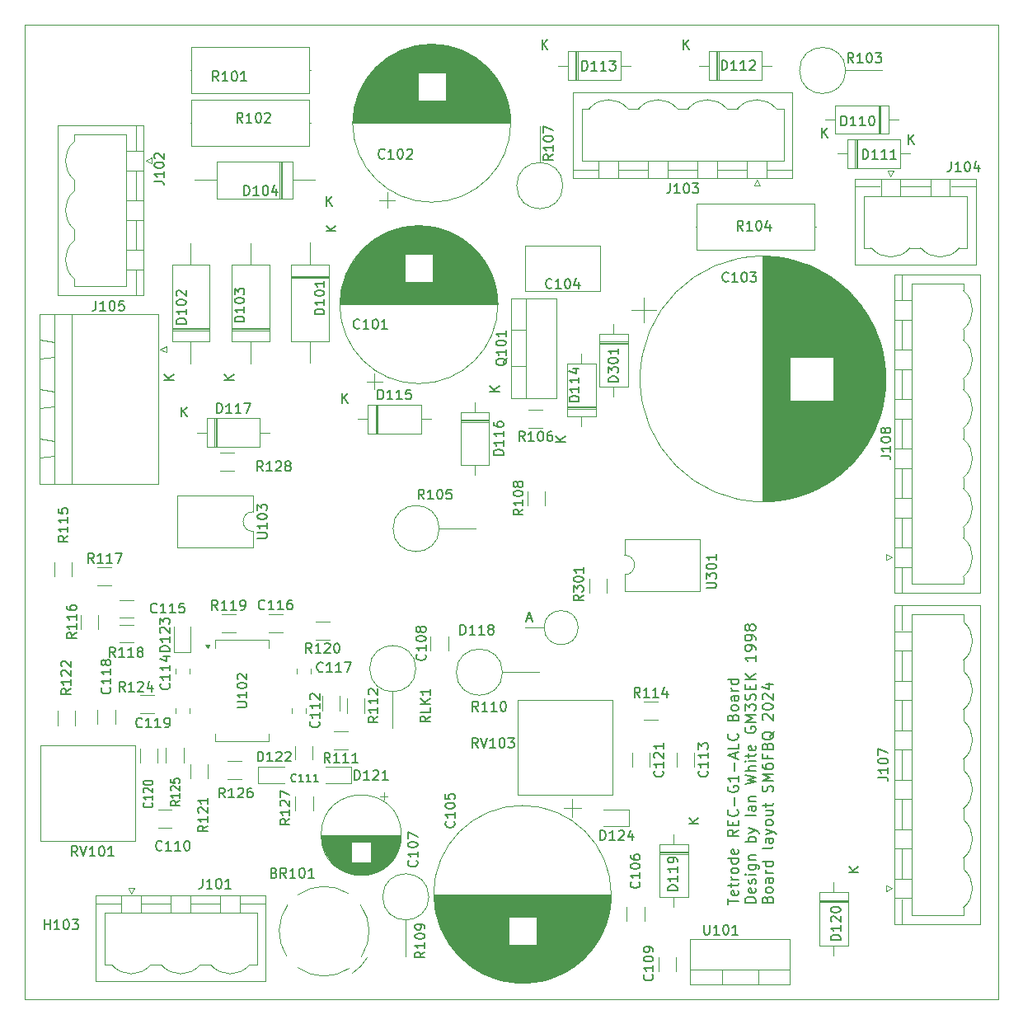
<source format=gbr>
%TF.GenerationSoftware,KiCad,Pcbnew,8.0.0*%
%TF.CreationDate,2024-02-29T12:59:18+01:00*%
%TF.ProjectId,G1-ALC,47312d41-4c43-42e6-9b69-6361645f7063,rev?*%
%TF.SameCoordinates,Original*%
%TF.FileFunction,Legend,Top*%
%TF.FilePolarity,Positive*%
%FSLAX46Y46*%
G04 Gerber Fmt 4.6, Leading zero omitted, Abs format (unit mm)*
G04 Created by KiCad (PCBNEW 8.0.0) date 2024-02-29 12:59:18*
%MOMM*%
%LPD*%
G01*
G04 APERTURE LIST*
%ADD10C,0.150000*%
%ADD11C,0.120000*%
%TA.AperFunction,Profile*%
%ADD12C,0.100000*%
%TD*%
G04 APERTURE END LIST*
D10*
X122215704Y-115366554D02*
X122215704Y-114737982D01*
X123315704Y-115052268D02*
X122215704Y-115052268D01*
X123263324Y-113952268D02*
X123315704Y-114057030D01*
X123315704Y-114057030D02*
X123315704Y-114266554D01*
X123315704Y-114266554D02*
X123263324Y-114371316D01*
X123263324Y-114371316D02*
X123158562Y-114423697D01*
X123158562Y-114423697D02*
X122739514Y-114423697D01*
X122739514Y-114423697D02*
X122634752Y-114371316D01*
X122634752Y-114371316D02*
X122582371Y-114266554D01*
X122582371Y-114266554D02*
X122582371Y-114057030D01*
X122582371Y-114057030D02*
X122634752Y-113952268D01*
X122634752Y-113952268D02*
X122739514Y-113899887D01*
X122739514Y-113899887D02*
X122844276Y-113899887D01*
X122844276Y-113899887D02*
X122949038Y-114423697D01*
X122582371Y-113585602D02*
X122582371Y-113166554D01*
X122215704Y-113428459D02*
X123158562Y-113428459D01*
X123158562Y-113428459D02*
X123263324Y-113376078D01*
X123263324Y-113376078D02*
X123315704Y-113271316D01*
X123315704Y-113271316D02*
X123315704Y-113166554D01*
X123315704Y-112799888D02*
X122582371Y-112799888D01*
X122791895Y-112799888D02*
X122687133Y-112747507D01*
X122687133Y-112747507D02*
X122634752Y-112695126D01*
X122634752Y-112695126D02*
X122582371Y-112590364D01*
X122582371Y-112590364D02*
X122582371Y-112485602D01*
X123315704Y-111961793D02*
X123263324Y-112066555D01*
X123263324Y-112066555D02*
X123210943Y-112118936D01*
X123210943Y-112118936D02*
X123106181Y-112171317D01*
X123106181Y-112171317D02*
X122791895Y-112171317D01*
X122791895Y-112171317D02*
X122687133Y-112118936D01*
X122687133Y-112118936D02*
X122634752Y-112066555D01*
X122634752Y-112066555D02*
X122582371Y-111961793D01*
X122582371Y-111961793D02*
X122582371Y-111804650D01*
X122582371Y-111804650D02*
X122634752Y-111699888D01*
X122634752Y-111699888D02*
X122687133Y-111647507D01*
X122687133Y-111647507D02*
X122791895Y-111595126D01*
X122791895Y-111595126D02*
X123106181Y-111595126D01*
X123106181Y-111595126D02*
X123210943Y-111647507D01*
X123210943Y-111647507D02*
X123263324Y-111699888D01*
X123263324Y-111699888D02*
X123315704Y-111804650D01*
X123315704Y-111804650D02*
X123315704Y-111961793D01*
X123315704Y-110652269D02*
X122215704Y-110652269D01*
X123263324Y-110652269D02*
X123315704Y-110757031D01*
X123315704Y-110757031D02*
X123315704Y-110966555D01*
X123315704Y-110966555D02*
X123263324Y-111071317D01*
X123263324Y-111071317D02*
X123210943Y-111123698D01*
X123210943Y-111123698D02*
X123106181Y-111176079D01*
X123106181Y-111176079D02*
X122791895Y-111176079D01*
X122791895Y-111176079D02*
X122687133Y-111123698D01*
X122687133Y-111123698D02*
X122634752Y-111071317D01*
X122634752Y-111071317D02*
X122582371Y-110966555D01*
X122582371Y-110966555D02*
X122582371Y-110757031D01*
X122582371Y-110757031D02*
X122634752Y-110652269D01*
X123263324Y-109709412D02*
X123315704Y-109814174D01*
X123315704Y-109814174D02*
X123315704Y-110023698D01*
X123315704Y-110023698D02*
X123263324Y-110128460D01*
X123263324Y-110128460D02*
X123158562Y-110180841D01*
X123158562Y-110180841D02*
X122739514Y-110180841D01*
X122739514Y-110180841D02*
X122634752Y-110128460D01*
X122634752Y-110128460D02*
X122582371Y-110023698D01*
X122582371Y-110023698D02*
X122582371Y-109814174D01*
X122582371Y-109814174D02*
X122634752Y-109709412D01*
X122634752Y-109709412D02*
X122739514Y-109657031D01*
X122739514Y-109657031D02*
X122844276Y-109657031D01*
X122844276Y-109657031D02*
X122949038Y-110180841D01*
X123315704Y-107718936D02*
X122791895Y-108085603D01*
X123315704Y-108347508D02*
X122215704Y-108347508D01*
X122215704Y-108347508D02*
X122215704Y-107928460D01*
X122215704Y-107928460D02*
X122268085Y-107823698D01*
X122268085Y-107823698D02*
X122320466Y-107771317D01*
X122320466Y-107771317D02*
X122425228Y-107718936D01*
X122425228Y-107718936D02*
X122582371Y-107718936D01*
X122582371Y-107718936D02*
X122687133Y-107771317D01*
X122687133Y-107771317D02*
X122739514Y-107823698D01*
X122739514Y-107823698D02*
X122791895Y-107928460D01*
X122791895Y-107928460D02*
X122791895Y-108347508D01*
X122739514Y-107247508D02*
X122739514Y-106880841D01*
X123315704Y-106723698D02*
X123315704Y-107247508D01*
X123315704Y-107247508D02*
X122215704Y-107247508D01*
X122215704Y-107247508D02*
X122215704Y-106723698D01*
X123210943Y-105623698D02*
X123263324Y-105676079D01*
X123263324Y-105676079D02*
X123315704Y-105833222D01*
X123315704Y-105833222D02*
X123315704Y-105937984D01*
X123315704Y-105937984D02*
X123263324Y-106095127D01*
X123263324Y-106095127D02*
X123158562Y-106199889D01*
X123158562Y-106199889D02*
X123053800Y-106252270D01*
X123053800Y-106252270D02*
X122844276Y-106304651D01*
X122844276Y-106304651D02*
X122687133Y-106304651D01*
X122687133Y-106304651D02*
X122477609Y-106252270D01*
X122477609Y-106252270D02*
X122372847Y-106199889D01*
X122372847Y-106199889D02*
X122268085Y-106095127D01*
X122268085Y-106095127D02*
X122215704Y-105937984D01*
X122215704Y-105937984D02*
X122215704Y-105833222D01*
X122215704Y-105833222D02*
X122268085Y-105676079D01*
X122268085Y-105676079D02*
X122320466Y-105623698D01*
X122896657Y-105152270D02*
X122896657Y-104314175D01*
X122268085Y-103214174D02*
X122215704Y-103318936D01*
X122215704Y-103318936D02*
X122215704Y-103476079D01*
X122215704Y-103476079D02*
X122268085Y-103633222D01*
X122268085Y-103633222D02*
X122372847Y-103737984D01*
X122372847Y-103737984D02*
X122477609Y-103790365D01*
X122477609Y-103790365D02*
X122687133Y-103842746D01*
X122687133Y-103842746D02*
X122844276Y-103842746D01*
X122844276Y-103842746D02*
X123053800Y-103790365D01*
X123053800Y-103790365D02*
X123158562Y-103737984D01*
X123158562Y-103737984D02*
X123263324Y-103633222D01*
X123263324Y-103633222D02*
X123315704Y-103476079D01*
X123315704Y-103476079D02*
X123315704Y-103371317D01*
X123315704Y-103371317D02*
X123263324Y-103214174D01*
X123263324Y-103214174D02*
X123210943Y-103161793D01*
X123210943Y-103161793D02*
X122844276Y-103161793D01*
X122844276Y-103161793D02*
X122844276Y-103371317D01*
X123315704Y-102114174D02*
X123315704Y-102742746D01*
X123315704Y-102428460D02*
X122215704Y-102428460D01*
X122215704Y-102428460D02*
X122372847Y-102533222D01*
X122372847Y-102533222D02*
X122477609Y-102637984D01*
X122477609Y-102637984D02*
X122529990Y-102742746D01*
X122896657Y-101642746D02*
X122896657Y-100804651D01*
X123001419Y-100333222D02*
X123001419Y-99809412D01*
X123315704Y-100437984D02*
X122215704Y-100071317D01*
X122215704Y-100071317D02*
X123315704Y-99704650D01*
X123315704Y-98814174D02*
X123315704Y-99337984D01*
X123315704Y-99337984D02*
X122215704Y-99337984D01*
X123210943Y-97818936D02*
X123263324Y-97871317D01*
X123263324Y-97871317D02*
X123315704Y-98028460D01*
X123315704Y-98028460D02*
X123315704Y-98133222D01*
X123315704Y-98133222D02*
X123263324Y-98290365D01*
X123263324Y-98290365D02*
X123158562Y-98395127D01*
X123158562Y-98395127D02*
X123053800Y-98447508D01*
X123053800Y-98447508D02*
X122844276Y-98499889D01*
X122844276Y-98499889D02*
X122687133Y-98499889D01*
X122687133Y-98499889D02*
X122477609Y-98447508D01*
X122477609Y-98447508D02*
X122372847Y-98395127D01*
X122372847Y-98395127D02*
X122268085Y-98290365D01*
X122268085Y-98290365D02*
X122215704Y-98133222D01*
X122215704Y-98133222D02*
X122215704Y-98028460D01*
X122215704Y-98028460D02*
X122268085Y-97871317D01*
X122268085Y-97871317D02*
X122320466Y-97818936D01*
X122739514Y-96142746D02*
X122791895Y-95985603D01*
X122791895Y-95985603D02*
X122844276Y-95933222D01*
X122844276Y-95933222D02*
X122949038Y-95880841D01*
X122949038Y-95880841D02*
X123106181Y-95880841D01*
X123106181Y-95880841D02*
X123210943Y-95933222D01*
X123210943Y-95933222D02*
X123263324Y-95985603D01*
X123263324Y-95985603D02*
X123315704Y-96090365D01*
X123315704Y-96090365D02*
X123315704Y-96509413D01*
X123315704Y-96509413D02*
X122215704Y-96509413D01*
X122215704Y-96509413D02*
X122215704Y-96142746D01*
X122215704Y-96142746D02*
X122268085Y-96037984D01*
X122268085Y-96037984D02*
X122320466Y-95985603D01*
X122320466Y-95985603D02*
X122425228Y-95933222D01*
X122425228Y-95933222D02*
X122529990Y-95933222D01*
X122529990Y-95933222D02*
X122634752Y-95985603D01*
X122634752Y-95985603D02*
X122687133Y-96037984D01*
X122687133Y-96037984D02*
X122739514Y-96142746D01*
X122739514Y-96142746D02*
X122739514Y-96509413D01*
X123315704Y-95252270D02*
X123263324Y-95357032D01*
X123263324Y-95357032D02*
X123210943Y-95409413D01*
X123210943Y-95409413D02*
X123106181Y-95461794D01*
X123106181Y-95461794D02*
X122791895Y-95461794D01*
X122791895Y-95461794D02*
X122687133Y-95409413D01*
X122687133Y-95409413D02*
X122634752Y-95357032D01*
X122634752Y-95357032D02*
X122582371Y-95252270D01*
X122582371Y-95252270D02*
X122582371Y-95095127D01*
X122582371Y-95095127D02*
X122634752Y-94990365D01*
X122634752Y-94990365D02*
X122687133Y-94937984D01*
X122687133Y-94937984D02*
X122791895Y-94885603D01*
X122791895Y-94885603D02*
X123106181Y-94885603D01*
X123106181Y-94885603D02*
X123210943Y-94937984D01*
X123210943Y-94937984D02*
X123263324Y-94990365D01*
X123263324Y-94990365D02*
X123315704Y-95095127D01*
X123315704Y-95095127D02*
X123315704Y-95252270D01*
X123315704Y-93942746D02*
X122739514Y-93942746D01*
X122739514Y-93942746D02*
X122634752Y-93995127D01*
X122634752Y-93995127D02*
X122582371Y-94099889D01*
X122582371Y-94099889D02*
X122582371Y-94309413D01*
X122582371Y-94309413D02*
X122634752Y-94414175D01*
X123263324Y-93942746D02*
X123315704Y-94047508D01*
X123315704Y-94047508D02*
X123315704Y-94309413D01*
X123315704Y-94309413D02*
X123263324Y-94414175D01*
X123263324Y-94414175D02*
X123158562Y-94466556D01*
X123158562Y-94466556D02*
X123053800Y-94466556D01*
X123053800Y-94466556D02*
X122949038Y-94414175D01*
X122949038Y-94414175D02*
X122896657Y-94309413D01*
X122896657Y-94309413D02*
X122896657Y-94047508D01*
X122896657Y-94047508D02*
X122844276Y-93942746D01*
X123315704Y-93418937D02*
X122582371Y-93418937D01*
X122791895Y-93418937D02*
X122687133Y-93366556D01*
X122687133Y-93366556D02*
X122634752Y-93314175D01*
X122634752Y-93314175D02*
X122582371Y-93209413D01*
X122582371Y-93209413D02*
X122582371Y-93104651D01*
X123315704Y-92266556D02*
X122215704Y-92266556D01*
X123263324Y-92266556D02*
X123315704Y-92371318D01*
X123315704Y-92371318D02*
X123315704Y-92580842D01*
X123315704Y-92580842D02*
X123263324Y-92685604D01*
X123263324Y-92685604D02*
X123210943Y-92737985D01*
X123210943Y-92737985D02*
X123106181Y-92790366D01*
X123106181Y-92790366D02*
X122791895Y-92790366D01*
X122791895Y-92790366D02*
X122687133Y-92737985D01*
X122687133Y-92737985D02*
X122634752Y-92685604D01*
X122634752Y-92685604D02*
X122582371Y-92580842D01*
X122582371Y-92580842D02*
X122582371Y-92371318D01*
X122582371Y-92371318D02*
X122634752Y-92266556D01*
X125086642Y-115209411D02*
X123986642Y-115209411D01*
X123986642Y-115209411D02*
X123986642Y-114947506D01*
X123986642Y-114947506D02*
X124039023Y-114790363D01*
X124039023Y-114790363D02*
X124143785Y-114685601D01*
X124143785Y-114685601D02*
X124248547Y-114633220D01*
X124248547Y-114633220D02*
X124458071Y-114580839D01*
X124458071Y-114580839D02*
X124615214Y-114580839D01*
X124615214Y-114580839D02*
X124824738Y-114633220D01*
X124824738Y-114633220D02*
X124929500Y-114685601D01*
X124929500Y-114685601D02*
X125034262Y-114790363D01*
X125034262Y-114790363D02*
X125086642Y-114947506D01*
X125086642Y-114947506D02*
X125086642Y-115209411D01*
X125034262Y-113690363D02*
X125086642Y-113795125D01*
X125086642Y-113795125D02*
X125086642Y-114004649D01*
X125086642Y-114004649D02*
X125034262Y-114109411D01*
X125034262Y-114109411D02*
X124929500Y-114161792D01*
X124929500Y-114161792D02*
X124510452Y-114161792D01*
X124510452Y-114161792D02*
X124405690Y-114109411D01*
X124405690Y-114109411D02*
X124353309Y-114004649D01*
X124353309Y-114004649D02*
X124353309Y-113795125D01*
X124353309Y-113795125D02*
X124405690Y-113690363D01*
X124405690Y-113690363D02*
X124510452Y-113637982D01*
X124510452Y-113637982D02*
X124615214Y-113637982D01*
X124615214Y-113637982D02*
X124719976Y-114161792D01*
X125034262Y-113218935D02*
X125086642Y-113114173D01*
X125086642Y-113114173D02*
X125086642Y-112904649D01*
X125086642Y-112904649D02*
X125034262Y-112799887D01*
X125034262Y-112799887D02*
X124929500Y-112747506D01*
X124929500Y-112747506D02*
X124877119Y-112747506D01*
X124877119Y-112747506D02*
X124772357Y-112799887D01*
X124772357Y-112799887D02*
X124719976Y-112904649D01*
X124719976Y-112904649D02*
X124719976Y-113061792D01*
X124719976Y-113061792D02*
X124667595Y-113166554D01*
X124667595Y-113166554D02*
X124562833Y-113218935D01*
X124562833Y-113218935D02*
X124510452Y-113218935D01*
X124510452Y-113218935D02*
X124405690Y-113166554D01*
X124405690Y-113166554D02*
X124353309Y-113061792D01*
X124353309Y-113061792D02*
X124353309Y-112904649D01*
X124353309Y-112904649D02*
X124405690Y-112799887D01*
X125086642Y-112276078D02*
X124353309Y-112276078D01*
X123986642Y-112276078D02*
X124039023Y-112328459D01*
X124039023Y-112328459D02*
X124091404Y-112276078D01*
X124091404Y-112276078D02*
X124039023Y-112223697D01*
X124039023Y-112223697D02*
X123986642Y-112276078D01*
X123986642Y-112276078D02*
X124091404Y-112276078D01*
X124353309Y-111280839D02*
X125243785Y-111280839D01*
X125243785Y-111280839D02*
X125348547Y-111333220D01*
X125348547Y-111333220D02*
X125400928Y-111385601D01*
X125400928Y-111385601D02*
X125453309Y-111490363D01*
X125453309Y-111490363D02*
X125453309Y-111647506D01*
X125453309Y-111647506D02*
X125400928Y-111752268D01*
X125034262Y-111280839D02*
X125086642Y-111385601D01*
X125086642Y-111385601D02*
X125086642Y-111595125D01*
X125086642Y-111595125D02*
X125034262Y-111699887D01*
X125034262Y-111699887D02*
X124981881Y-111752268D01*
X124981881Y-111752268D02*
X124877119Y-111804649D01*
X124877119Y-111804649D02*
X124562833Y-111804649D01*
X124562833Y-111804649D02*
X124458071Y-111752268D01*
X124458071Y-111752268D02*
X124405690Y-111699887D01*
X124405690Y-111699887D02*
X124353309Y-111595125D01*
X124353309Y-111595125D02*
X124353309Y-111385601D01*
X124353309Y-111385601D02*
X124405690Y-111280839D01*
X124353309Y-110757030D02*
X125086642Y-110757030D01*
X124458071Y-110757030D02*
X124405690Y-110704649D01*
X124405690Y-110704649D02*
X124353309Y-110599887D01*
X124353309Y-110599887D02*
X124353309Y-110442744D01*
X124353309Y-110442744D02*
X124405690Y-110337982D01*
X124405690Y-110337982D02*
X124510452Y-110285601D01*
X124510452Y-110285601D02*
X125086642Y-110285601D01*
X125086642Y-108923697D02*
X123986642Y-108923697D01*
X124405690Y-108923697D02*
X124353309Y-108818935D01*
X124353309Y-108818935D02*
X124353309Y-108609411D01*
X124353309Y-108609411D02*
X124405690Y-108504649D01*
X124405690Y-108504649D02*
X124458071Y-108452268D01*
X124458071Y-108452268D02*
X124562833Y-108399887D01*
X124562833Y-108399887D02*
X124877119Y-108399887D01*
X124877119Y-108399887D02*
X124981881Y-108452268D01*
X124981881Y-108452268D02*
X125034262Y-108504649D01*
X125034262Y-108504649D02*
X125086642Y-108609411D01*
X125086642Y-108609411D02*
X125086642Y-108818935D01*
X125086642Y-108818935D02*
X125034262Y-108923697D01*
X124353309Y-108033221D02*
X125086642Y-107771316D01*
X124353309Y-107509411D02*
X125086642Y-107771316D01*
X125086642Y-107771316D02*
X125348547Y-107876078D01*
X125348547Y-107876078D02*
X125400928Y-107928459D01*
X125400928Y-107928459D02*
X125453309Y-108033221D01*
X125086642Y-106252269D02*
X123986642Y-106252269D01*
X125086642Y-105257030D02*
X124510452Y-105257030D01*
X124510452Y-105257030D02*
X124405690Y-105309411D01*
X124405690Y-105309411D02*
X124353309Y-105414173D01*
X124353309Y-105414173D02*
X124353309Y-105623697D01*
X124353309Y-105623697D02*
X124405690Y-105728459D01*
X125034262Y-105257030D02*
X125086642Y-105361792D01*
X125086642Y-105361792D02*
X125086642Y-105623697D01*
X125086642Y-105623697D02*
X125034262Y-105728459D01*
X125034262Y-105728459D02*
X124929500Y-105780840D01*
X124929500Y-105780840D02*
X124824738Y-105780840D01*
X124824738Y-105780840D02*
X124719976Y-105728459D01*
X124719976Y-105728459D02*
X124667595Y-105623697D01*
X124667595Y-105623697D02*
X124667595Y-105361792D01*
X124667595Y-105361792D02*
X124615214Y-105257030D01*
X124353309Y-104733221D02*
X125086642Y-104733221D01*
X124458071Y-104733221D02*
X124405690Y-104680840D01*
X124405690Y-104680840D02*
X124353309Y-104576078D01*
X124353309Y-104576078D02*
X124353309Y-104418935D01*
X124353309Y-104418935D02*
X124405690Y-104314173D01*
X124405690Y-104314173D02*
X124510452Y-104261792D01*
X124510452Y-104261792D02*
X125086642Y-104261792D01*
X123986642Y-103004650D02*
X125086642Y-102742745D01*
X125086642Y-102742745D02*
X124300928Y-102533221D01*
X124300928Y-102533221D02*
X125086642Y-102323697D01*
X125086642Y-102323697D02*
X123986642Y-102061793D01*
X125086642Y-101642745D02*
X123986642Y-101642745D01*
X125086642Y-101171316D02*
X124510452Y-101171316D01*
X124510452Y-101171316D02*
X124405690Y-101223697D01*
X124405690Y-101223697D02*
X124353309Y-101328459D01*
X124353309Y-101328459D02*
X124353309Y-101485602D01*
X124353309Y-101485602D02*
X124405690Y-101590364D01*
X124405690Y-101590364D02*
X124458071Y-101642745D01*
X125086642Y-100647507D02*
X124353309Y-100647507D01*
X123986642Y-100647507D02*
X124039023Y-100699888D01*
X124039023Y-100699888D02*
X124091404Y-100647507D01*
X124091404Y-100647507D02*
X124039023Y-100595126D01*
X124039023Y-100595126D02*
X123986642Y-100647507D01*
X123986642Y-100647507D02*
X124091404Y-100647507D01*
X124353309Y-100280840D02*
X124353309Y-99861792D01*
X123986642Y-100123697D02*
X124929500Y-100123697D01*
X124929500Y-100123697D02*
X125034262Y-100071316D01*
X125034262Y-100071316D02*
X125086642Y-99966554D01*
X125086642Y-99966554D02*
X125086642Y-99861792D01*
X125034262Y-99076078D02*
X125086642Y-99180840D01*
X125086642Y-99180840D02*
X125086642Y-99390364D01*
X125086642Y-99390364D02*
X125034262Y-99495126D01*
X125034262Y-99495126D02*
X124929500Y-99547507D01*
X124929500Y-99547507D02*
X124510452Y-99547507D01*
X124510452Y-99547507D02*
X124405690Y-99495126D01*
X124405690Y-99495126D02*
X124353309Y-99390364D01*
X124353309Y-99390364D02*
X124353309Y-99180840D01*
X124353309Y-99180840D02*
X124405690Y-99076078D01*
X124405690Y-99076078D02*
X124510452Y-99023697D01*
X124510452Y-99023697D02*
X124615214Y-99023697D01*
X124615214Y-99023697D02*
X124719976Y-99547507D01*
X124039023Y-97137983D02*
X123986642Y-97242745D01*
X123986642Y-97242745D02*
X123986642Y-97399888D01*
X123986642Y-97399888D02*
X124039023Y-97557031D01*
X124039023Y-97557031D02*
X124143785Y-97661793D01*
X124143785Y-97661793D02*
X124248547Y-97714174D01*
X124248547Y-97714174D02*
X124458071Y-97766555D01*
X124458071Y-97766555D02*
X124615214Y-97766555D01*
X124615214Y-97766555D02*
X124824738Y-97714174D01*
X124824738Y-97714174D02*
X124929500Y-97661793D01*
X124929500Y-97661793D02*
X125034262Y-97557031D01*
X125034262Y-97557031D02*
X125086642Y-97399888D01*
X125086642Y-97399888D02*
X125086642Y-97295126D01*
X125086642Y-97295126D02*
X125034262Y-97137983D01*
X125034262Y-97137983D02*
X124981881Y-97085602D01*
X124981881Y-97085602D02*
X124615214Y-97085602D01*
X124615214Y-97085602D02*
X124615214Y-97295126D01*
X125086642Y-96614174D02*
X123986642Y-96614174D01*
X123986642Y-96614174D02*
X124772357Y-96247507D01*
X124772357Y-96247507D02*
X123986642Y-95880840D01*
X123986642Y-95880840D02*
X125086642Y-95880840D01*
X123986642Y-95461793D02*
X123986642Y-94780840D01*
X123986642Y-94780840D02*
X124405690Y-95147507D01*
X124405690Y-95147507D02*
X124405690Y-94990364D01*
X124405690Y-94990364D02*
X124458071Y-94885602D01*
X124458071Y-94885602D02*
X124510452Y-94833221D01*
X124510452Y-94833221D02*
X124615214Y-94780840D01*
X124615214Y-94780840D02*
X124877119Y-94780840D01*
X124877119Y-94780840D02*
X124981881Y-94833221D01*
X124981881Y-94833221D02*
X125034262Y-94885602D01*
X125034262Y-94885602D02*
X125086642Y-94990364D01*
X125086642Y-94990364D02*
X125086642Y-95304650D01*
X125086642Y-95304650D02*
X125034262Y-95409412D01*
X125034262Y-95409412D02*
X124981881Y-95461793D01*
X125034262Y-94361793D02*
X125086642Y-94204650D01*
X125086642Y-94204650D02*
X125086642Y-93942745D01*
X125086642Y-93942745D02*
X125034262Y-93837983D01*
X125034262Y-93837983D02*
X124981881Y-93785602D01*
X124981881Y-93785602D02*
X124877119Y-93733221D01*
X124877119Y-93733221D02*
X124772357Y-93733221D01*
X124772357Y-93733221D02*
X124667595Y-93785602D01*
X124667595Y-93785602D02*
X124615214Y-93837983D01*
X124615214Y-93837983D02*
X124562833Y-93942745D01*
X124562833Y-93942745D02*
X124510452Y-94152269D01*
X124510452Y-94152269D02*
X124458071Y-94257031D01*
X124458071Y-94257031D02*
X124405690Y-94309412D01*
X124405690Y-94309412D02*
X124300928Y-94361793D01*
X124300928Y-94361793D02*
X124196166Y-94361793D01*
X124196166Y-94361793D02*
X124091404Y-94309412D01*
X124091404Y-94309412D02*
X124039023Y-94257031D01*
X124039023Y-94257031D02*
X123986642Y-94152269D01*
X123986642Y-94152269D02*
X123986642Y-93890364D01*
X123986642Y-93890364D02*
X124039023Y-93733221D01*
X124510452Y-93261793D02*
X124510452Y-92895126D01*
X125086642Y-92737983D02*
X125086642Y-93261793D01*
X125086642Y-93261793D02*
X123986642Y-93261793D01*
X123986642Y-93261793D02*
X123986642Y-92737983D01*
X125086642Y-92266555D02*
X123986642Y-92266555D01*
X125086642Y-91637983D02*
X124458071Y-92109412D01*
X123986642Y-91637983D02*
X124615214Y-92266555D01*
X125086642Y-89752269D02*
X125086642Y-90380841D01*
X125086642Y-90066555D02*
X123986642Y-90066555D01*
X123986642Y-90066555D02*
X124143785Y-90171317D01*
X124143785Y-90171317D02*
X124248547Y-90276079D01*
X124248547Y-90276079D02*
X124300928Y-90380841D01*
X125086642Y-89228460D02*
X125086642Y-89018936D01*
X125086642Y-89018936D02*
X125034262Y-88914174D01*
X125034262Y-88914174D02*
X124981881Y-88861793D01*
X124981881Y-88861793D02*
X124824738Y-88757031D01*
X124824738Y-88757031D02*
X124615214Y-88704650D01*
X124615214Y-88704650D02*
X124196166Y-88704650D01*
X124196166Y-88704650D02*
X124091404Y-88757031D01*
X124091404Y-88757031D02*
X124039023Y-88809412D01*
X124039023Y-88809412D02*
X123986642Y-88914174D01*
X123986642Y-88914174D02*
X123986642Y-89123698D01*
X123986642Y-89123698D02*
X124039023Y-89228460D01*
X124039023Y-89228460D02*
X124091404Y-89280841D01*
X124091404Y-89280841D02*
X124196166Y-89333222D01*
X124196166Y-89333222D02*
X124458071Y-89333222D01*
X124458071Y-89333222D02*
X124562833Y-89280841D01*
X124562833Y-89280841D02*
X124615214Y-89228460D01*
X124615214Y-89228460D02*
X124667595Y-89123698D01*
X124667595Y-89123698D02*
X124667595Y-88914174D01*
X124667595Y-88914174D02*
X124615214Y-88809412D01*
X124615214Y-88809412D02*
X124562833Y-88757031D01*
X124562833Y-88757031D02*
X124458071Y-88704650D01*
X125086642Y-88180841D02*
X125086642Y-87971317D01*
X125086642Y-87971317D02*
X125034262Y-87866555D01*
X125034262Y-87866555D02*
X124981881Y-87814174D01*
X124981881Y-87814174D02*
X124824738Y-87709412D01*
X124824738Y-87709412D02*
X124615214Y-87657031D01*
X124615214Y-87657031D02*
X124196166Y-87657031D01*
X124196166Y-87657031D02*
X124091404Y-87709412D01*
X124091404Y-87709412D02*
X124039023Y-87761793D01*
X124039023Y-87761793D02*
X123986642Y-87866555D01*
X123986642Y-87866555D02*
X123986642Y-88076079D01*
X123986642Y-88076079D02*
X124039023Y-88180841D01*
X124039023Y-88180841D02*
X124091404Y-88233222D01*
X124091404Y-88233222D02*
X124196166Y-88285603D01*
X124196166Y-88285603D02*
X124458071Y-88285603D01*
X124458071Y-88285603D02*
X124562833Y-88233222D01*
X124562833Y-88233222D02*
X124615214Y-88180841D01*
X124615214Y-88180841D02*
X124667595Y-88076079D01*
X124667595Y-88076079D02*
X124667595Y-87866555D01*
X124667595Y-87866555D02*
X124615214Y-87761793D01*
X124615214Y-87761793D02*
X124562833Y-87709412D01*
X124562833Y-87709412D02*
X124458071Y-87657031D01*
X124458071Y-87028460D02*
X124405690Y-87133222D01*
X124405690Y-87133222D02*
X124353309Y-87185603D01*
X124353309Y-87185603D02*
X124248547Y-87237984D01*
X124248547Y-87237984D02*
X124196166Y-87237984D01*
X124196166Y-87237984D02*
X124091404Y-87185603D01*
X124091404Y-87185603D02*
X124039023Y-87133222D01*
X124039023Y-87133222D02*
X123986642Y-87028460D01*
X123986642Y-87028460D02*
X123986642Y-86818936D01*
X123986642Y-86818936D02*
X124039023Y-86714174D01*
X124039023Y-86714174D02*
X124091404Y-86661793D01*
X124091404Y-86661793D02*
X124196166Y-86609412D01*
X124196166Y-86609412D02*
X124248547Y-86609412D01*
X124248547Y-86609412D02*
X124353309Y-86661793D01*
X124353309Y-86661793D02*
X124405690Y-86714174D01*
X124405690Y-86714174D02*
X124458071Y-86818936D01*
X124458071Y-86818936D02*
X124458071Y-87028460D01*
X124458071Y-87028460D02*
X124510452Y-87133222D01*
X124510452Y-87133222D02*
X124562833Y-87185603D01*
X124562833Y-87185603D02*
X124667595Y-87237984D01*
X124667595Y-87237984D02*
X124877119Y-87237984D01*
X124877119Y-87237984D02*
X124981881Y-87185603D01*
X124981881Y-87185603D02*
X125034262Y-87133222D01*
X125034262Y-87133222D02*
X125086642Y-87028460D01*
X125086642Y-87028460D02*
X125086642Y-86818936D01*
X125086642Y-86818936D02*
X125034262Y-86714174D01*
X125034262Y-86714174D02*
X124981881Y-86661793D01*
X124981881Y-86661793D02*
X124877119Y-86609412D01*
X124877119Y-86609412D02*
X124667595Y-86609412D01*
X124667595Y-86609412D02*
X124562833Y-86661793D01*
X124562833Y-86661793D02*
X124510452Y-86714174D01*
X124510452Y-86714174D02*
X124458071Y-86818936D01*
X126281390Y-114842744D02*
X126333771Y-114685601D01*
X126333771Y-114685601D02*
X126386152Y-114633220D01*
X126386152Y-114633220D02*
X126490914Y-114580839D01*
X126490914Y-114580839D02*
X126648057Y-114580839D01*
X126648057Y-114580839D02*
X126752819Y-114633220D01*
X126752819Y-114633220D02*
X126805200Y-114685601D01*
X126805200Y-114685601D02*
X126857580Y-114790363D01*
X126857580Y-114790363D02*
X126857580Y-115209411D01*
X126857580Y-115209411D02*
X125757580Y-115209411D01*
X125757580Y-115209411D02*
X125757580Y-114842744D01*
X125757580Y-114842744D02*
X125809961Y-114737982D01*
X125809961Y-114737982D02*
X125862342Y-114685601D01*
X125862342Y-114685601D02*
X125967104Y-114633220D01*
X125967104Y-114633220D02*
X126071866Y-114633220D01*
X126071866Y-114633220D02*
X126176628Y-114685601D01*
X126176628Y-114685601D02*
X126229009Y-114737982D01*
X126229009Y-114737982D02*
X126281390Y-114842744D01*
X126281390Y-114842744D02*
X126281390Y-115209411D01*
X126857580Y-113952268D02*
X126805200Y-114057030D01*
X126805200Y-114057030D02*
X126752819Y-114109411D01*
X126752819Y-114109411D02*
X126648057Y-114161792D01*
X126648057Y-114161792D02*
X126333771Y-114161792D01*
X126333771Y-114161792D02*
X126229009Y-114109411D01*
X126229009Y-114109411D02*
X126176628Y-114057030D01*
X126176628Y-114057030D02*
X126124247Y-113952268D01*
X126124247Y-113952268D02*
X126124247Y-113795125D01*
X126124247Y-113795125D02*
X126176628Y-113690363D01*
X126176628Y-113690363D02*
X126229009Y-113637982D01*
X126229009Y-113637982D02*
X126333771Y-113585601D01*
X126333771Y-113585601D02*
X126648057Y-113585601D01*
X126648057Y-113585601D02*
X126752819Y-113637982D01*
X126752819Y-113637982D02*
X126805200Y-113690363D01*
X126805200Y-113690363D02*
X126857580Y-113795125D01*
X126857580Y-113795125D02*
X126857580Y-113952268D01*
X126857580Y-112642744D02*
X126281390Y-112642744D01*
X126281390Y-112642744D02*
X126176628Y-112695125D01*
X126176628Y-112695125D02*
X126124247Y-112799887D01*
X126124247Y-112799887D02*
X126124247Y-113009411D01*
X126124247Y-113009411D02*
X126176628Y-113114173D01*
X126805200Y-112642744D02*
X126857580Y-112747506D01*
X126857580Y-112747506D02*
X126857580Y-113009411D01*
X126857580Y-113009411D02*
X126805200Y-113114173D01*
X126805200Y-113114173D02*
X126700438Y-113166554D01*
X126700438Y-113166554D02*
X126595676Y-113166554D01*
X126595676Y-113166554D02*
X126490914Y-113114173D01*
X126490914Y-113114173D02*
X126438533Y-113009411D01*
X126438533Y-113009411D02*
X126438533Y-112747506D01*
X126438533Y-112747506D02*
X126386152Y-112642744D01*
X126857580Y-112118935D02*
X126124247Y-112118935D01*
X126333771Y-112118935D02*
X126229009Y-112066554D01*
X126229009Y-112066554D02*
X126176628Y-112014173D01*
X126176628Y-112014173D02*
X126124247Y-111909411D01*
X126124247Y-111909411D02*
X126124247Y-111804649D01*
X126857580Y-110966554D02*
X125757580Y-110966554D01*
X126805200Y-110966554D02*
X126857580Y-111071316D01*
X126857580Y-111071316D02*
X126857580Y-111280840D01*
X126857580Y-111280840D02*
X126805200Y-111385602D01*
X126805200Y-111385602D02*
X126752819Y-111437983D01*
X126752819Y-111437983D02*
X126648057Y-111490364D01*
X126648057Y-111490364D02*
X126333771Y-111490364D01*
X126333771Y-111490364D02*
X126229009Y-111437983D01*
X126229009Y-111437983D02*
X126176628Y-111385602D01*
X126176628Y-111385602D02*
X126124247Y-111280840D01*
X126124247Y-111280840D02*
X126124247Y-111071316D01*
X126124247Y-111071316D02*
X126176628Y-110966554D01*
X126857580Y-109447507D02*
X126805200Y-109552269D01*
X126805200Y-109552269D02*
X126700438Y-109604650D01*
X126700438Y-109604650D02*
X125757580Y-109604650D01*
X126857580Y-108557031D02*
X126281390Y-108557031D01*
X126281390Y-108557031D02*
X126176628Y-108609412D01*
X126176628Y-108609412D02*
X126124247Y-108714174D01*
X126124247Y-108714174D02*
X126124247Y-108923698D01*
X126124247Y-108923698D02*
X126176628Y-109028460D01*
X126805200Y-108557031D02*
X126857580Y-108661793D01*
X126857580Y-108661793D02*
X126857580Y-108923698D01*
X126857580Y-108923698D02*
X126805200Y-109028460D01*
X126805200Y-109028460D02*
X126700438Y-109080841D01*
X126700438Y-109080841D02*
X126595676Y-109080841D01*
X126595676Y-109080841D02*
X126490914Y-109028460D01*
X126490914Y-109028460D02*
X126438533Y-108923698D01*
X126438533Y-108923698D02*
X126438533Y-108661793D01*
X126438533Y-108661793D02*
X126386152Y-108557031D01*
X126124247Y-108137984D02*
X126857580Y-107876079D01*
X126124247Y-107614174D02*
X126857580Y-107876079D01*
X126857580Y-107876079D02*
X127119485Y-107980841D01*
X127119485Y-107980841D02*
X127171866Y-108033222D01*
X127171866Y-108033222D02*
X127224247Y-108137984D01*
X126857580Y-107037984D02*
X126805200Y-107142746D01*
X126805200Y-107142746D02*
X126752819Y-107195127D01*
X126752819Y-107195127D02*
X126648057Y-107247508D01*
X126648057Y-107247508D02*
X126333771Y-107247508D01*
X126333771Y-107247508D02*
X126229009Y-107195127D01*
X126229009Y-107195127D02*
X126176628Y-107142746D01*
X126176628Y-107142746D02*
X126124247Y-107037984D01*
X126124247Y-107037984D02*
X126124247Y-106880841D01*
X126124247Y-106880841D02*
X126176628Y-106776079D01*
X126176628Y-106776079D02*
X126229009Y-106723698D01*
X126229009Y-106723698D02*
X126333771Y-106671317D01*
X126333771Y-106671317D02*
X126648057Y-106671317D01*
X126648057Y-106671317D02*
X126752819Y-106723698D01*
X126752819Y-106723698D02*
X126805200Y-106776079D01*
X126805200Y-106776079D02*
X126857580Y-106880841D01*
X126857580Y-106880841D02*
X126857580Y-107037984D01*
X126124247Y-105728460D02*
X126857580Y-105728460D01*
X126124247Y-106199889D02*
X126700438Y-106199889D01*
X126700438Y-106199889D02*
X126805200Y-106147508D01*
X126805200Y-106147508D02*
X126857580Y-106042746D01*
X126857580Y-106042746D02*
X126857580Y-105885603D01*
X126857580Y-105885603D02*
X126805200Y-105780841D01*
X126805200Y-105780841D02*
X126752819Y-105728460D01*
X126124247Y-105361794D02*
X126124247Y-104942746D01*
X125757580Y-105204651D02*
X126700438Y-105204651D01*
X126700438Y-105204651D02*
X126805200Y-105152270D01*
X126805200Y-105152270D02*
X126857580Y-105047508D01*
X126857580Y-105047508D02*
X126857580Y-104942746D01*
X126805200Y-103790366D02*
X126857580Y-103633223D01*
X126857580Y-103633223D02*
X126857580Y-103371318D01*
X126857580Y-103371318D02*
X126805200Y-103266556D01*
X126805200Y-103266556D02*
X126752819Y-103214175D01*
X126752819Y-103214175D02*
X126648057Y-103161794D01*
X126648057Y-103161794D02*
X126543295Y-103161794D01*
X126543295Y-103161794D02*
X126438533Y-103214175D01*
X126438533Y-103214175D02*
X126386152Y-103266556D01*
X126386152Y-103266556D02*
X126333771Y-103371318D01*
X126333771Y-103371318D02*
X126281390Y-103580842D01*
X126281390Y-103580842D02*
X126229009Y-103685604D01*
X126229009Y-103685604D02*
X126176628Y-103737985D01*
X126176628Y-103737985D02*
X126071866Y-103790366D01*
X126071866Y-103790366D02*
X125967104Y-103790366D01*
X125967104Y-103790366D02*
X125862342Y-103737985D01*
X125862342Y-103737985D02*
X125809961Y-103685604D01*
X125809961Y-103685604D02*
X125757580Y-103580842D01*
X125757580Y-103580842D02*
X125757580Y-103318937D01*
X125757580Y-103318937D02*
X125809961Y-103161794D01*
X126857580Y-102690366D02*
X125757580Y-102690366D01*
X125757580Y-102690366D02*
X126543295Y-102323699D01*
X126543295Y-102323699D02*
X125757580Y-101957032D01*
X125757580Y-101957032D02*
X126857580Y-101957032D01*
X125757580Y-100961794D02*
X125757580Y-101171318D01*
X125757580Y-101171318D02*
X125809961Y-101276080D01*
X125809961Y-101276080D02*
X125862342Y-101328461D01*
X125862342Y-101328461D02*
X126019485Y-101433223D01*
X126019485Y-101433223D02*
X126229009Y-101485604D01*
X126229009Y-101485604D02*
X126648057Y-101485604D01*
X126648057Y-101485604D02*
X126752819Y-101433223D01*
X126752819Y-101433223D02*
X126805200Y-101380842D01*
X126805200Y-101380842D02*
X126857580Y-101276080D01*
X126857580Y-101276080D02*
X126857580Y-101066556D01*
X126857580Y-101066556D02*
X126805200Y-100961794D01*
X126805200Y-100961794D02*
X126752819Y-100909413D01*
X126752819Y-100909413D02*
X126648057Y-100857032D01*
X126648057Y-100857032D02*
X126386152Y-100857032D01*
X126386152Y-100857032D02*
X126281390Y-100909413D01*
X126281390Y-100909413D02*
X126229009Y-100961794D01*
X126229009Y-100961794D02*
X126176628Y-101066556D01*
X126176628Y-101066556D02*
X126176628Y-101276080D01*
X126176628Y-101276080D02*
X126229009Y-101380842D01*
X126229009Y-101380842D02*
X126281390Y-101433223D01*
X126281390Y-101433223D02*
X126386152Y-101485604D01*
X126281390Y-100018937D02*
X126281390Y-100385604D01*
X126857580Y-100385604D02*
X125757580Y-100385604D01*
X125757580Y-100385604D02*
X125757580Y-99861794D01*
X126281390Y-99076080D02*
X126333771Y-98918937D01*
X126333771Y-98918937D02*
X126386152Y-98866556D01*
X126386152Y-98866556D02*
X126490914Y-98814175D01*
X126490914Y-98814175D02*
X126648057Y-98814175D01*
X126648057Y-98814175D02*
X126752819Y-98866556D01*
X126752819Y-98866556D02*
X126805200Y-98918937D01*
X126805200Y-98918937D02*
X126857580Y-99023699D01*
X126857580Y-99023699D02*
X126857580Y-99442747D01*
X126857580Y-99442747D02*
X125757580Y-99442747D01*
X125757580Y-99442747D02*
X125757580Y-99076080D01*
X125757580Y-99076080D02*
X125809961Y-98971318D01*
X125809961Y-98971318D02*
X125862342Y-98918937D01*
X125862342Y-98918937D02*
X125967104Y-98866556D01*
X125967104Y-98866556D02*
X126071866Y-98866556D01*
X126071866Y-98866556D02*
X126176628Y-98918937D01*
X126176628Y-98918937D02*
X126229009Y-98971318D01*
X126229009Y-98971318D02*
X126281390Y-99076080D01*
X126281390Y-99076080D02*
X126281390Y-99442747D01*
X126962342Y-97609413D02*
X126909961Y-97714175D01*
X126909961Y-97714175D02*
X126805200Y-97818937D01*
X126805200Y-97818937D02*
X126648057Y-97976080D01*
X126648057Y-97976080D02*
X126595676Y-98080842D01*
X126595676Y-98080842D02*
X126595676Y-98185604D01*
X126857580Y-98133223D02*
X126805200Y-98237985D01*
X126805200Y-98237985D02*
X126700438Y-98342747D01*
X126700438Y-98342747D02*
X126490914Y-98395128D01*
X126490914Y-98395128D02*
X126124247Y-98395128D01*
X126124247Y-98395128D02*
X125914723Y-98342747D01*
X125914723Y-98342747D02*
X125809961Y-98237985D01*
X125809961Y-98237985D02*
X125757580Y-98133223D01*
X125757580Y-98133223D02*
X125757580Y-97923699D01*
X125757580Y-97923699D02*
X125809961Y-97818937D01*
X125809961Y-97818937D02*
X125914723Y-97714175D01*
X125914723Y-97714175D02*
X126124247Y-97661794D01*
X126124247Y-97661794D02*
X126490914Y-97661794D01*
X126490914Y-97661794D02*
X126700438Y-97714175D01*
X126700438Y-97714175D02*
X126805200Y-97818937D01*
X126805200Y-97818937D02*
X126857580Y-97923699D01*
X126857580Y-97923699D02*
X126857580Y-98133223D01*
X125862342Y-96404652D02*
X125809961Y-96352271D01*
X125809961Y-96352271D02*
X125757580Y-96247509D01*
X125757580Y-96247509D02*
X125757580Y-95985604D01*
X125757580Y-95985604D02*
X125809961Y-95880842D01*
X125809961Y-95880842D02*
X125862342Y-95828461D01*
X125862342Y-95828461D02*
X125967104Y-95776080D01*
X125967104Y-95776080D02*
X126071866Y-95776080D01*
X126071866Y-95776080D02*
X126229009Y-95828461D01*
X126229009Y-95828461D02*
X126857580Y-96457033D01*
X126857580Y-96457033D02*
X126857580Y-95776080D01*
X125757580Y-95095128D02*
X125757580Y-94990366D01*
X125757580Y-94990366D02*
X125809961Y-94885604D01*
X125809961Y-94885604D02*
X125862342Y-94833223D01*
X125862342Y-94833223D02*
X125967104Y-94780842D01*
X125967104Y-94780842D02*
X126176628Y-94728461D01*
X126176628Y-94728461D02*
X126438533Y-94728461D01*
X126438533Y-94728461D02*
X126648057Y-94780842D01*
X126648057Y-94780842D02*
X126752819Y-94833223D01*
X126752819Y-94833223D02*
X126805200Y-94885604D01*
X126805200Y-94885604D02*
X126857580Y-94990366D01*
X126857580Y-94990366D02*
X126857580Y-95095128D01*
X126857580Y-95095128D02*
X126805200Y-95199890D01*
X126805200Y-95199890D02*
X126752819Y-95252271D01*
X126752819Y-95252271D02*
X126648057Y-95304652D01*
X126648057Y-95304652D02*
X126438533Y-95357033D01*
X126438533Y-95357033D02*
X126176628Y-95357033D01*
X126176628Y-95357033D02*
X125967104Y-95304652D01*
X125967104Y-95304652D02*
X125862342Y-95252271D01*
X125862342Y-95252271D02*
X125809961Y-95199890D01*
X125809961Y-95199890D02*
X125757580Y-95095128D01*
X125862342Y-94309414D02*
X125809961Y-94257033D01*
X125809961Y-94257033D02*
X125757580Y-94152271D01*
X125757580Y-94152271D02*
X125757580Y-93890366D01*
X125757580Y-93890366D02*
X125809961Y-93785604D01*
X125809961Y-93785604D02*
X125862342Y-93733223D01*
X125862342Y-93733223D02*
X125967104Y-93680842D01*
X125967104Y-93680842D02*
X126071866Y-93680842D01*
X126071866Y-93680842D02*
X126229009Y-93733223D01*
X126229009Y-93733223D02*
X126857580Y-94361795D01*
X126857580Y-94361795D02*
X126857580Y-93680842D01*
X126124247Y-92737985D02*
X126857580Y-92737985D01*
X125705200Y-92999890D02*
X126490914Y-93261795D01*
X126490914Y-93261795D02*
X126490914Y-92580842D01*
X63330819Y-41093214D02*
X64045104Y-41093214D01*
X64045104Y-41093214D02*
X64187961Y-41140833D01*
X64187961Y-41140833D02*
X64283200Y-41236071D01*
X64283200Y-41236071D02*
X64330819Y-41378928D01*
X64330819Y-41378928D02*
X64330819Y-41474166D01*
X64330819Y-40093214D02*
X64330819Y-40664642D01*
X64330819Y-40378928D02*
X63330819Y-40378928D01*
X63330819Y-40378928D02*
X63473676Y-40474166D01*
X63473676Y-40474166D02*
X63568914Y-40569404D01*
X63568914Y-40569404D02*
X63616533Y-40664642D01*
X63330819Y-39474166D02*
X63330819Y-39378928D01*
X63330819Y-39378928D02*
X63378438Y-39283690D01*
X63378438Y-39283690D02*
X63426057Y-39236071D01*
X63426057Y-39236071D02*
X63521295Y-39188452D01*
X63521295Y-39188452D02*
X63711771Y-39140833D01*
X63711771Y-39140833D02*
X63949866Y-39140833D01*
X63949866Y-39140833D02*
X64140342Y-39188452D01*
X64140342Y-39188452D02*
X64235580Y-39236071D01*
X64235580Y-39236071D02*
X64283200Y-39283690D01*
X64283200Y-39283690D02*
X64330819Y-39378928D01*
X64330819Y-39378928D02*
X64330819Y-39474166D01*
X64330819Y-39474166D02*
X64283200Y-39569404D01*
X64283200Y-39569404D02*
X64235580Y-39617023D01*
X64235580Y-39617023D02*
X64140342Y-39664642D01*
X64140342Y-39664642D02*
X63949866Y-39712261D01*
X63949866Y-39712261D02*
X63711771Y-39712261D01*
X63711771Y-39712261D02*
X63521295Y-39664642D01*
X63521295Y-39664642D02*
X63426057Y-39617023D01*
X63426057Y-39617023D02*
X63378438Y-39569404D01*
X63378438Y-39569404D02*
X63330819Y-39474166D01*
X63426057Y-38759880D02*
X63378438Y-38712261D01*
X63378438Y-38712261D02*
X63330819Y-38617023D01*
X63330819Y-38617023D02*
X63330819Y-38378928D01*
X63330819Y-38378928D02*
X63378438Y-38283690D01*
X63378438Y-38283690D02*
X63426057Y-38236071D01*
X63426057Y-38236071D02*
X63521295Y-38188452D01*
X63521295Y-38188452D02*
X63616533Y-38188452D01*
X63616533Y-38188452D02*
X63759390Y-38236071D01*
X63759390Y-38236071D02*
X64330819Y-38807499D01*
X64330819Y-38807499D02*
X64330819Y-38188452D01*
X68274285Y-112715319D02*
X68274285Y-113429604D01*
X68274285Y-113429604D02*
X68226666Y-113572461D01*
X68226666Y-113572461D02*
X68131428Y-113667700D01*
X68131428Y-113667700D02*
X67988571Y-113715319D01*
X67988571Y-113715319D02*
X67893333Y-113715319D01*
X69274285Y-113715319D02*
X68702857Y-113715319D01*
X68988571Y-113715319D02*
X68988571Y-112715319D01*
X68988571Y-112715319D02*
X68893333Y-112858176D01*
X68893333Y-112858176D02*
X68798095Y-112953414D01*
X68798095Y-112953414D02*
X68702857Y-113001033D01*
X69893333Y-112715319D02*
X69988571Y-112715319D01*
X69988571Y-112715319D02*
X70083809Y-112762938D01*
X70083809Y-112762938D02*
X70131428Y-112810557D01*
X70131428Y-112810557D02*
X70179047Y-112905795D01*
X70179047Y-112905795D02*
X70226666Y-113096271D01*
X70226666Y-113096271D02*
X70226666Y-113334366D01*
X70226666Y-113334366D02*
X70179047Y-113524842D01*
X70179047Y-113524842D02*
X70131428Y-113620080D01*
X70131428Y-113620080D02*
X70083809Y-113667700D01*
X70083809Y-113667700D02*
X69988571Y-113715319D01*
X69988571Y-113715319D02*
X69893333Y-113715319D01*
X69893333Y-113715319D02*
X69798095Y-113667700D01*
X69798095Y-113667700D02*
X69750476Y-113620080D01*
X69750476Y-113620080D02*
X69702857Y-113524842D01*
X69702857Y-113524842D02*
X69655238Y-113334366D01*
X69655238Y-113334366D02*
X69655238Y-113096271D01*
X69655238Y-113096271D02*
X69702857Y-112905795D01*
X69702857Y-112905795D02*
X69750476Y-112810557D01*
X69750476Y-112810557D02*
X69798095Y-112762938D01*
X69798095Y-112762938D02*
X69893333Y-112715319D01*
X71179047Y-113715319D02*
X70607619Y-113715319D01*
X70893333Y-113715319D02*
X70893333Y-112715319D01*
X70893333Y-112715319D02*
X70798095Y-112858176D01*
X70798095Y-112858176D02*
X70702857Y-112953414D01*
X70702857Y-112953414D02*
X70607619Y-113001033D01*
X137677319Y-102285714D02*
X138391604Y-102285714D01*
X138391604Y-102285714D02*
X138534461Y-102333333D01*
X138534461Y-102333333D02*
X138629700Y-102428571D01*
X138629700Y-102428571D02*
X138677319Y-102571428D01*
X138677319Y-102571428D02*
X138677319Y-102666666D01*
X138677319Y-101285714D02*
X138677319Y-101857142D01*
X138677319Y-101571428D02*
X137677319Y-101571428D01*
X137677319Y-101571428D02*
X137820176Y-101666666D01*
X137820176Y-101666666D02*
X137915414Y-101761904D01*
X137915414Y-101761904D02*
X137963033Y-101857142D01*
X137677319Y-100666666D02*
X137677319Y-100571428D01*
X137677319Y-100571428D02*
X137724938Y-100476190D01*
X137724938Y-100476190D02*
X137772557Y-100428571D01*
X137772557Y-100428571D02*
X137867795Y-100380952D01*
X137867795Y-100380952D02*
X138058271Y-100333333D01*
X138058271Y-100333333D02*
X138296366Y-100333333D01*
X138296366Y-100333333D02*
X138486842Y-100380952D01*
X138486842Y-100380952D02*
X138582080Y-100428571D01*
X138582080Y-100428571D02*
X138629700Y-100476190D01*
X138629700Y-100476190D02*
X138677319Y-100571428D01*
X138677319Y-100571428D02*
X138677319Y-100666666D01*
X138677319Y-100666666D02*
X138629700Y-100761904D01*
X138629700Y-100761904D02*
X138582080Y-100809523D01*
X138582080Y-100809523D02*
X138486842Y-100857142D01*
X138486842Y-100857142D02*
X138296366Y-100904761D01*
X138296366Y-100904761D02*
X138058271Y-100904761D01*
X138058271Y-100904761D02*
X137867795Y-100857142D01*
X137867795Y-100857142D02*
X137772557Y-100809523D01*
X137772557Y-100809523D02*
X137724938Y-100761904D01*
X137724938Y-100761904D02*
X137677319Y-100666666D01*
X137677319Y-99999999D02*
X137677319Y-99333333D01*
X137677319Y-99333333D02*
X138677319Y-99761904D01*
X137954819Y-69285714D02*
X138669104Y-69285714D01*
X138669104Y-69285714D02*
X138811961Y-69333333D01*
X138811961Y-69333333D02*
X138907200Y-69428571D01*
X138907200Y-69428571D02*
X138954819Y-69571428D01*
X138954819Y-69571428D02*
X138954819Y-69666666D01*
X138954819Y-68285714D02*
X138954819Y-68857142D01*
X138954819Y-68571428D02*
X137954819Y-68571428D01*
X137954819Y-68571428D02*
X138097676Y-68666666D01*
X138097676Y-68666666D02*
X138192914Y-68761904D01*
X138192914Y-68761904D02*
X138240533Y-68857142D01*
X137954819Y-67666666D02*
X137954819Y-67571428D01*
X137954819Y-67571428D02*
X138002438Y-67476190D01*
X138002438Y-67476190D02*
X138050057Y-67428571D01*
X138050057Y-67428571D02*
X138145295Y-67380952D01*
X138145295Y-67380952D02*
X138335771Y-67333333D01*
X138335771Y-67333333D02*
X138573866Y-67333333D01*
X138573866Y-67333333D02*
X138764342Y-67380952D01*
X138764342Y-67380952D02*
X138859580Y-67428571D01*
X138859580Y-67428571D02*
X138907200Y-67476190D01*
X138907200Y-67476190D02*
X138954819Y-67571428D01*
X138954819Y-67571428D02*
X138954819Y-67666666D01*
X138954819Y-67666666D02*
X138907200Y-67761904D01*
X138907200Y-67761904D02*
X138859580Y-67809523D01*
X138859580Y-67809523D02*
X138764342Y-67857142D01*
X138764342Y-67857142D02*
X138573866Y-67904761D01*
X138573866Y-67904761D02*
X138335771Y-67904761D01*
X138335771Y-67904761D02*
X138145295Y-67857142D01*
X138145295Y-67857142D02*
X138050057Y-67809523D01*
X138050057Y-67809523D02*
X138002438Y-67761904D01*
X138002438Y-67761904D02*
X137954819Y-67666666D01*
X138383390Y-66761904D02*
X138335771Y-66857142D01*
X138335771Y-66857142D02*
X138288152Y-66904761D01*
X138288152Y-66904761D02*
X138192914Y-66952380D01*
X138192914Y-66952380D02*
X138145295Y-66952380D01*
X138145295Y-66952380D02*
X138050057Y-66904761D01*
X138050057Y-66904761D02*
X138002438Y-66857142D01*
X138002438Y-66857142D02*
X137954819Y-66761904D01*
X137954819Y-66761904D02*
X137954819Y-66571428D01*
X137954819Y-66571428D02*
X138002438Y-66476190D01*
X138002438Y-66476190D02*
X138050057Y-66428571D01*
X138050057Y-66428571D02*
X138145295Y-66380952D01*
X138145295Y-66380952D02*
X138192914Y-66380952D01*
X138192914Y-66380952D02*
X138288152Y-66428571D01*
X138288152Y-66428571D02*
X138335771Y-66476190D01*
X138335771Y-66476190D02*
X138383390Y-66571428D01*
X138383390Y-66571428D02*
X138383390Y-66761904D01*
X138383390Y-66761904D02*
X138431009Y-66857142D01*
X138431009Y-66857142D02*
X138478628Y-66904761D01*
X138478628Y-66904761D02*
X138573866Y-66952380D01*
X138573866Y-66952380D02*
X138764342Y-66952380D01*
X138764342Y-66952380D02*
X138859580Y-66904761D01*
X138859580Y-66904761D02*
X138907200Y-66857142D01*
X138907200Y-66857142D02*
X138954819Y-66761904D01*
X138954819Y-66761904D02*
X138954819Y-66571428D01*
X138954819Y-66571428D02*
X138907200Y-66476190D01*
X138907200Y-66476190D02*
X138859580Y-66428571D01*
X138859580Y-66428571D02*
X138764342Y-66380952D01*
X138764342Y-66380952D02*
X138573866Y-66380952D01*
X138573866Y-66380952D02*
X138478628Y-66428571D01*
X138478628Y-66428571D02*
X138431009Y-66476190D01*
X138431009Y-66476190D02*
X138383390Y-66571428D01*
X145184285Y-39067319D02*
X145184285Y-39781604D01*
X145184285Y-39781604D02*
X145136666Y-39924461D01*
X145136666Y-39924461D02*
X145041428Y-40019700D01*
X145041428Y-40019700D02*
X144898571Y-40067319D01*
X144898571Y-40067319D02*
X144803333Y-40067319D01*
X146184285Y-40067319D02*
X145612857Y-40067319D01*
X145898571Y-40067319D02*
X145898571Y-39067319D01*
X145898571Y-39067319D02*
X145803333Y-39210176D01*
X145803333Y-39210176D02*
X145708095Y-39305414D01*
X145708095Y-39305414D02*
X145612857Y-39353033D01*
X146803333Y-39067319D02*
X146898571Y-39067319D01*
X146898571Y-39067319D02*
X146993809Y-39114938D01*
X146993809Y-39114938D02*
X147041428Y-39162557D01*
X147041428Y-39162557D02*
X147089047Y-39257795D01*
X147089047Y-39257795D02*
X147136666Y-39448271D01*
X147136666Y-39448271D02*
X147136666Y-39686366D01*
X147136666Y-39686366D02*
X147089047Y-39876842D01*
X147089047Y-39876842D02*
X147041428Y-39972080D01*
X147041428Y-39972080D02*
X146993809Y-40019700D01*
X146993809Y-40019700D02*
X146898571Y-40067319D01*
X146898571Y-40067319D02*
X146803333Y-40067319D01*
X146803333Y-40067319D02*
X146708095Y-40019700D01*
X146708095Y-40019700D02*
X146660476Y-39972080D01*
X146660476Y-39972080D02*
X146612857Y-39876842D01*
X146612857Y-39876842D02*
X146565238Y-39686366D01*
X146565238Y-39686366D02*
X146565238Y-39448271D01*
X146565238Y-39448271D02*
X146612857Y-39257795D01*
X146612857Y-39257795D02*
X146660476Y-39162557D01*
X146660476Y-39162557D02*
X146708095Y-39114938D01*
X146708095Y-39114938D02*
X146803333Y-39067319D01*
X147993809Y-39400652D02*
X147993809Y-40067319D01*
X147755714Y-39019700D02*
X147517619Y-39733985D01*
X147517619Y-39733985D02*
X148136666Y-39733985D01*
X116316285Y-41308319D02*
X116316285Y-42022604D01*
X116316285Y-42022604D02*
X116268666Y-42165461D01*
X116268666Y-42165461D02*
X116173428Y-42260700D01*
X116173428Y-42260700D02*
X116030571Y-42308319D01*
X116030571Y-42308319D02*
X115935333Y-42308319D01*
X117316285Y-42308319D02*
X116744857Y-42308319D01*
X117030571Y-42308319D02*
X117030571Y-41308319D01*
X117030571Y-41308319D02*
X116935333Y-41451176D01*
X116935333Y-41451176D02*
X116840095Y-41546414D01*
X116840095Y-41546414D02*
X116744857Y-41594033D01*
X117935333Y-41308319D02*
X118030571Y-41308319D01*
X118030571Y-41308319D02*
X118125809Y-41355938D01*
X118125809Y-41355938D02*
X118173428Y-41403557D01*
X118173428Y-41403557D02*
X118221047Y-41498795D01*
X118221047Y-41498795D02*
X118268666Y-41689271D01*
X118268666Y-41689271D02*
X118268666Y-41927366D01*
X118268666Y-41927366D02*
X118221047Y-42117842D01*
X118221047Y-42117842D02*
X118173428Y-42213080D01*
X118173428Y-42213080D02*
X118125809Y-42260700D01*
X118125809Y-42260700D02*
X118030571Y-42308319D01*
X118030571Y-42308319D02*
X117935333Y-42308319D01*
X117935333Y-42308319D02*
X117840095Y-42260700D01*
X117840095Y-42260700D02*
X117792476Y-42213080D01*
X117792476Y-42213080D02*
X117744857Y-42117842D01*
X117744857Y-42117842D02*
X117697238Y-41927366D01*
X117697238Y-41927366D02*
X117697238Y-41689271D01*
X117697238Y-41689271D02*
X117744857Y-41498795D01*
X117744857Y-41498795D02*
X117792476Y-41403557D01*
X117792476Y-41403557D02*
X117840095Y-41355938D01*
X117840095Y-41355938D02*
X117935333Y-41308319D01*
X118602000Y-41308319D02*
X119221047Y-41308319D01*
X119221047Y-41308319D02*
X118887714Y-41689271D01*
X118887714Y-41689271D02*
X119030571Y-41689271D01*
X119030571Y-41689271D02*
X119125809Y-41736890D01*
X119125809Y-41736890D02*
X119173428Y-41784509D01*
X119173428Y-41784509D02*
X119221047Y-41879747D01*
X119221047Y-41879747D02*
X119221047Y-42117842D01*
X119221047Y-42117842D02*
X119173428Y-42213080D01*
X119173428Y-42213080D02*
X119125809Y-42260700D01*
X119125809Y-42260700D02*
X119030571Y-42308319D01*
X119030571Y-42308319D02*
X118744857Y-42308319D01*
X118744857Y-42308319D02*
X118649619Y-42260700D01*
X118649619Y-42260700D02*
X118602000Y-42213080D01*
X57337485Y-53369119D02*
X57337485Y-54083404D01*
X57337485Y-54083404D02*
X57289866Y-54226261D01*
X57289866Y-54226261D02*
X57194628Y-54321500D01*
X57194628Y-54321500D02*
X57051771Y-54369119D01*
X57051771Y-54369119D02*
X56956533Y-54369119D01*
X58337485Y-54369119D02*
X57766057Y-54369119D01*
X58051771Y-54369119D02*
X58051771Y-53369119D01*
X58051771Y-53369119D02*
X57956533Y-53511976D01*
X57956533Y-53511976D02*
X57861295Y-53607214D01*
X57861295Y-53607214D02*
X57766057Y-53654833D01*
X58956533Y-53369119D02*
X59051771Y-53369119D01*
X59051771Y-53369119D02*
X59147009Y-53416738D01*
X59147009Y-53416738D02*
X59194628Y-53464357D01*
X59194628Y-53464357D02*
X59242247Y-53559595D01*
X59242247Y-53559595D02*
X59289866Y-53750071D01*
X59289866Y-53750071D02*
X59289866Y-53988166D01*
X59289866Y-53988166D02*
X59242247Y-54178642D01*
X59242247Y-54178642D02*
X59194628Y-54273880D01*
X59194628Y-54273880D02*
X59147009Y-54321500D01*
X59147009Y-54321500D02*
X59051771Y-54369119D01*
X59051771Y-54369119D02*
X58956533Y-54369119D01*
X58956533Y-54369119D02*
X58861295Y-54321500D01*
X58861295Y-54321500D02*
X58813676Y-54273880D01*
X58813676Y-54273880D02*
X58766057Y-54178642D01*
X58766057Y-54178642D02*
X58718438Y-53988166D01*
X58718438Y-53988166D02*
X58718438Y-53750071D01*
X58718438Y-53750071D02*
X58766057Y-53559595D01*
X58766057Y-53559595D02*
X58813676Y-53464357D01*
X58813676Y-53464357D02*
X58861295Y-53416738D01*
X58861295Y-53416738D02*
X58956533Y-53369119D01*
X60194628Y-53369119D02*
X59718438Y-53369119D01*
X59718438Y-53369119D02*
X59670819Y-53845309D01*
X59670819Y-53845309D02*
X59718438Y-53797690D01*
X59718438Y-53797690D02*
X59813676Y-53750071D01*
X59813676Y-53750071D02*
X60051771Y-53750071D01*
X60051771Y-53750071D02*
X60147009Y-53797690D01*
X60147009Y-53797690D02*
X60194628Y-53845309D01*
X60194628Y-53845309D02*
X60242247Y-53940547D01*
X60242247Y-53940547D02*
X60242247Y-54178642D01*
X60242247Y-54178642D02*
X60194628Y-54273880D01*
X60194628Y-54273880D02*
X60147009Y-54321500D01*
X60147009Y-54321500D02*
X60051771Y-54369119D01*
X60051771Y-54369119D02*
X59813676Y-54369119D01*
X59813676Y-54369119D02*
X59718438Y-54321500D01*
X59718438Y-54321500D02*
X59670819Y-54273880D01*
X71830819Y-95121652D02*
X72640342Y-95121652D01*
X72640342Y-95121652D02*
X72735580Y-95074033D01*
X72735580Y-95074033D02*
X72783200Y-95026414D01*
X72783200Y-95026414D02*
X72830819Y-94931176D01*
X72830819Y-94931176D02*
X72830819Y-94740700D01*
X72830819Y-94740700D02*
X72783200Y-94645462D01*
X72783200Y-94645462D02*
X72735580Y-94597843D01*
X72735580Y-94597843D02*
X72640342Y-94550224D01*
X72640342Y-94550224D02*
X71830819Y-94550224D01*
X72830819Y-93550224D02*
X72830819Y-94121652D01*
X72830819Y-93835938D02*
X71830819Y-93835938D01*
X71830819Y-93835938D02*
X71973676Y-93931176D01*
X71973676Y-93931176D02*
X72068914Y-94026414D01*
X72068914Y-94026414D02*
X72116533Y-94121652D01*
X71830819Y-92931176D02*
X71830819Y-92835938D01*
X71830819Y-92835938D02*
X71878438Y-92740700D01*
X71878438Y-92740700D02*
X71926057Y-92693081D01*
X71926057Y-92693081D02*
X72021295Y-92645462D01*
X72021295Y-92645462D02*
X72211771Y-92597843D01*
X72211771Y-92597843D02*
X72449866Y-92597843D01*
X72449866Y-92597843D02*
X72640342Y-92645462D01*
X72640342Y-92645462D02*
X72735580Y-92693081D01*
X72735580Y-92693081D02*
X72783200Y-92740700D01*
X72783200Y-92740700D02*
X72830819Y-92835938D01*
X72830819Y-92835938D02*
X72830819Y-92931176D01*
X72830819Y-92931176D02*
X72783200Y-93026414D01*
X72783200Y-93026414D02*
X72735580Y-93074033D01*
X72735580Y-93074033D02*
X72640342Y-93121652D01*
X72640342Y-93121652D02*
X72449866Y-93169271D01*
X72449866Y-93169271D02*
X72211771Y-93169271D01*
X72211771Y-93169271D02*
X72021295Y-93121652D01*
X72021295Y-93121652D02*
X71926057Y-93074033D01*
X71926057Y-93074033D02*
X71878438Y-93026414D01*
X71878438Y-93026414D02*
X71830819Y-92931176D01*
X71926057Y-92216890D02*
X71878438Y-92169271D01*
X71878438Y-92169271D02*
X71830819Y-92074033D01*
X71830819Y-92074033D02*
X71830819Y-91835938D01*
X71830819Y-91835938D02*
X71878438Y-91740700D01*
X71878438Y-91740700D02*
X71926057Y-91693081D01*
X71926057Y-91693081D02*
X72021295Y-91645462D01*
X72021295Y-91645462D02*
X72116533Y-91645462D01*
X72116533Y-91645462D02*
X72259390Y-91693081D01*
X72259390Y-91693081D02*
X72830819Y-92264509D01*
X72830819Y-92264509D02*
X72830819Y-91645462D01*
X113122546Y-113043913D02*
X113170166Y-113091532D01*
X113170166Y-113091532D02*
X113217785Y-113234389D01*
X113217785Y-113234389D02*
X113217785Y-113329627D01*
X113217785Y-113329627D02*
X113170166Y-113472484D01*
X113170166Y-113472484D02*
X113074927Y-113567722D01*
X113074927Y-113567722D02*
X112979689Y-113615341D01*
X112979689Y-113615341D02*
X112789213Y-113662960D01*
X112789213Y-113662960D02*
X112646356Y-113662960D01*
X112646356Y-113662960D02*
X112455880Y-113615341D01*
X112455880Y-113615341D02*
X112360642Y-113567722D01*
X112360642Y-113567722D02*
X112265404Y-113472484D01*
X112265404Y-113472484D02*
X112217785Y-113329627D01*
X112217785Y-113329627D02*
X112217785Y-113234389D01*
X112217785Y-113234389D02*
X112265404Y-113091532D01*
X112265404Y-113091532D02*
X112313023Y-113043913D01*
X113217785Y-112091532D02*
X113217785Y-112662960D01*
X113217785Y-112377246D02*
X112217785Y-112377246D01*
X112217785Y-112377246D02*
X112360642Y-112472484D01*
X112360642Y-112472484D02*
X112455880Y-112567722D01*
X112455880Y-112567722D02*
X112503499Y-112662960D01*
X112217785Y-111472484D02*
X112217785Y-111377246D01*
X112217785Y-111377246D02*
X112265404Y-111282008D01*
X112265404Y-111282008D02*
X112313023Y-111234389D01*
X112313023Y-111234389D02*
X112408261Y-111186770D01*
X112408261Y-111186770D02*
X112598737Y-111139151D01*
X112598737Y-111139151D02*
X112836832Y-111139151D01*
X112836832Y-111139151D02*
X113027308Y-111186770D01*
X113027308Y-111186770D02*
X113122546Y-111234389D01*
X113122546Y-111234389D02*
X113170166Y-111282008D01*
X113170166Y-111282008D02*
X113217785Y-111377246D01*
X113217785Y-111377246D02*
X113217785Y-111472484D01*
X113217785Y-111472484D02*
X113170166Y-111567722D01*
X113170166Y-111567722D02*
X113122546Y-111615341D01*
X113122546Y-111615341D02*
X113027308Y-111662960D01*
X113027308Y-111662960D02*
X112836832Y-111710579D01*
X112836832Y-111710579D02*
X112598737Y-111710579D01*
X112598737Y-111710579D02*
X112408261Y-111662960D01*
X112408261Y-111662960D02*
X112313023Y-111615341D01*
X112313023Y-111615341D02*
X112265404Y-111567722D01*
X112265404Y-111567722D02*
X112217785Y-111472484D01*
X112217785Y-110282008D02*
X112217785Y-110472484D01*
X112217785Y-110472484D02*
X112265404Y-110567722D01*
X112265404Y-110567722D02*
X112313023Y-110615341D01*
X112313023Y-110615341D02*
X112455880Y-110710579D01*
X112455880Y-110710579D02*
X112646356Y-110758198D01*
X112646356Y-110758198D02*
X113027308Y-110758198D01*
X113027308Y-110758198D02*
X113122546Y-110710579D01*
X113122546Y-110710579D02*
X113170166Y-110662960D01*
X113170166Y-110662960D02*
X113217785Y-110567722D01*
X113217785Y-110567722D02*
X113217785Y-110377246D01*
X113217785Y-110377246D02*
X113170166Y-110282008D01*
X113170166Y-110282008D02*
X113122546Y-110234389D01*
X113122546Y-110234389D02*
X113027308Y-110186770D01*
X113027308Y-110186770D02*
X112789213Y-110186770D01*
X112789213Y-110186770D02*
X112693975Y-110234389D01*
X112693975Y-110234389D02*
X112646356Y-110282008D01*
X112646356Y-110282008D02*
X112598737Y-110377246D01*
X112598737Y-110377246D02*
X112598737Y-110567722D01*
X112598737Y-110567722D02*
X112646356Y-110662960D01*
X112646356Y-110662960D02*
X112693975Y-110710579D01*
X112693975Y-110710579D02*
X112789213Y-110758198D01*
X63079580Y-104905370D02*
X63127200Y-104943466D01*
X63127200Y-104943466D02*
X63174819Y-105057751D01*
X63174819Y-105057751D02*
X63174819Y-105133942D01*
X63174819Y-105133942D02*
X63127200Y-105248228D01*
X63127200Y-105248228D02*
X63031961Y-105324418D01*
X63031961Y-105324418D02*
X62936723Y-105362513D01*
X62936723Y-105362513D02*
X62746247Y-105400609D01*
X62746247Y-105400609D02*
X62603390Y-105400609D01*
X62603390Y-105400609D02*
X62412914Y-105362513D01*
X62412914Y-105362513D02*
X62317676Y-105324418D01*
X62317676Y-105324418D02*
X62222438Y-105248228D01*
X62222438Y-105248228D02*
X62174819Y-105133942D01*
X62174819Y-105133942D02*
X62174819Y-105057751D01*
X62174819Y-105057751D02*
X62222438Y-104943466D01*
X62222438Y-104943466D02*
X62270057Y-104905370D01*
X63174819Y-104143466D02*
X63174819Y-104600609D01*
X63174819Y-104372037D02*
X62174819Y-104372037D01*
X62174819Y-104372037D02*
X62317676Y-104448228D01*
X62317676Y-104448228D02*
X62412914Y-104524418D01*
X62412914Y-104524418D02*
X62460533Y-104600609D01*
X62270057Y-103838704D02*
X62222438Y-103800608D01*
X62222438Y-103800608D02*
X62174819Y-103724418D01*
X62174819Y-103724418D02*
X62174819Y-103533942D01*
X62174819Y-103533942D02*
X62222438Y-103457751D01*
X62222438Y-103457751D02*
X62270057Y-103419656D01*
X62270057Y-103419656D02*
X62365295Y-103381561D01*
X62365295Y-103381561D02*
X62460533Y-103381561D01*
X62460533Y-103381561D02*
X62603390Y-103419656D01*
X62603390Y-103419656D02*
X63174819Y-103876799D01*
X63174819Y-103876799D02*
X63174819Y-103381561D01*
X62174819Y-102886322D02*
X62174819Y-102810132D01*
X62174819Y-102810132D02*
X62222438Y-102733941D01*
X62222438Y-102733941D02*
X62270057Y-102695846D01*
X62270057Y-102695846D02*
X62365295Y-102657751D01*
X62365295Y-102657751D02*
X62555771Y-102619656D01*
X62555771Y-102619656D02*
X62793866Y-102619656D01*
X62793866Y-102619656D02*
X62984342Y-102657751D01*
X62984342Y-102657751D02*
X63079580Y-102695846D01*
X63079580Y-102695846D02*
X63127200Y-102733941D01*
X63127200Y-102733941D02*
X63174819Y-102810132D01*
X63174819Y-102810132D02*
X63174819Y-102886322D01*
X63174819Y-102886322D02*
X63127200Y-102962513D01*
X63127200Y-102962513D02*
X63079580Y-103000608D01*
X63079580Y-103000608D02*
X62984342Y-103038703D01*
X62984342Y-103038703D02*
X62793866Y-103076799D01*
X62793866Y-103076799D02*
X62555771Y-103076799D01*
X62555771Y-103076799D02*
X62365295Y-103038703D01*
X62365295Y-103038703D02*
X62270057Y-103000608D01*
X62270057Y-103000608D02*
X62222438Y-102962513D01*
X62222438Y-102962513D02*
X62174819Y-102886322D01*
X58758476Y-93084121D02*
X58806096Y-93131740D01*
X58806096Y-93131740D02*
X58853715Y-93274597D01*
X58853715Y-93274597D02*
X58853715Y-93369835D01*
X58853715Y-93369835D02*
X58806096Y-93512692D01*
X58806096Y-93512692D02*
X58710857Y-93607930D01*
X58710857Y-93607930D02*
X58615619Y-93655549D01*
X58615619Y-93655549D02*
X58425143Y-93703168D01*
X58425143Y-93703168D02*
X58282286Y-93703168D01*
X58282286Y-93703168D02*
X58091810Y-93655549D01*
X58091810Y-93655549D02*
X57996572Y-93607930D01*
X57996572Y-93607930D02*
X57901334Y-93512692D01*
X57901334Y-93512692D02*
X57853715Y-93369835D01*
X57853715Y-93369835D02*
X57853715Y-93274597D01*
X57853715Y-93274597D02*
X57901334Y-93131740D01*
X57901334Y-93131740D02*
X57948953Y-93084121D01*
X58853715Y-92131740D02*
X58853715Y-92703168D01*
X58853715Y-92417454D02*
X57853715Y-92417454D01*
X57853715Y-92417454D02*
X57996572Y-92512692D01*
X57996572Y-92512692D02*
X58091810Y-92607930D01*
X58091810Y-92607930D02*
X58139429Y-92703168D01*
X58853715Y-91179359D02*
X58853715Y-91750787D01*
X58853715Y-91465073D02*
X57853715Y-91465073D01*
X57853715Y-91465073D02*
X57996572Y-91560311D01*
X57996572Y-91560311D02*
X58091810Y-91655549D01*
X58091810Y-91655549D02*
X58139429Y-91750787D01*
X58282286Y-90607930D02*
X58234667Y-90703168D01*
X58234667Y-90703168D02*
X58187048Y-90750787D01*
X58187048Y-90750787D02*
X58091810Y-90798406D01*
X58091810Y-90798406D02*
X58044191Y-90798406D01*
X58044191Y-90798406D02*
X57948953Y-90750787D01*
X57948953Y-90750787D02*
X57901334Y-90703168D01*
X57901334Y-90703168D02*
X57853715Y-90607930D01*
X57853715Y-90607930D02*
X57853715Y-90417454D01*
X57853715Y-90417454D02*
X57901334Y-90322216D01*
X57901334Y-90322216D02*
X57948953Y-90274597D01*
X57948953Y-90274597D02*
X58044191Y-90226978D01*
X58044191Y-90226978D02*
X58091810Y-90226978D01*
X58091810Y-90226978D02*
X58187048Y-90274597D01*
X58187048Y-90274597D02*
X58234667Y-90322216D01*
X58234667Y-90322216D02*
X58282286Y-90417454D01*
X58282286Y-90417454D02*
X58282286Y-90607930D01*
X58282286Y-90607930D02*
X58329905Y-90703168D01*
X58329905Y-90703168D02*
X58377524Y-90750787D01*
X58377524Y-90750787D02*
X58472762Y-90798406D01*
X58472762Y-90798406D02*
X58663238Y-90798406D01*
X58663238Y-90798406D02*
X58758476Y-90750787D01*
X58758476Y-90750787D02*
X58806096Y-90703168D01*
X58806096Y-90703168D02*
X58853715Y-90607930D01*
X58853715Y-90607930D02*
X58853715Y-90417454D01*
X58853715Y-90417454D02*
X58806096Y-90322216D01*
X58806096Y-90322216D02*
X58758476Y-90274597D01*
X58758476Y-90274597D02*
X58663238Y-90226978D01*
X58663238Y-90226978D02*
X58472762Y-90226978D01*
X58472762Y-90226978D02*
X58377524Y-90274597D01*
X58377524Y-90274597D02*
X58329905Y-90322216D01*
X58329905Y-90322216D02*
X58282286Y-90417454D01*
X115527056Y-101645547D02*
X115574676Y-101693166D01*
X115574676Y-101693166D02*
X115622295Y-101836023D01*
X115622295Y-101836023D02*
X115622295Y-101931261D01*
X115622295Y-101931261D02*
X115574676Y-102074118D01*
X115574676Y-102074118D02*
X115479437Y-102169356D01*
X115479437Y-102169356D02*
X115384199Y-102216975D01*
X115384199Y-102216975D02*
X115193723Y-102264594D01*
X115193723Y-102264594D02*
X115050866Y-102264594D01*
X115050866Y-102264594D02*
X114860390Y-102216975D01*
X114860390Y-102216975D02*
X114765152Y-102169356D01*
X114765152Y-102169356D02*
X114669914Y-102074118D01*
X114669914Y-102074118D02*
X114622295Y-101931261D01*
X114622295Y-101931261D02*
X114622295Y-101836023D01*
X114622295Y-101836023D02*
X114669914Y-101693166D01*
X114669914Y-101693166D02*
X114717533Y-101645547D01*
X115622295Y-100693166D02*
X115622295Y-101264594D01*
X115622295Y-100978880D02*
X114622295Y-100978880D01*
X114622295Y-100978880D02*
X114765152Y-101074118D01*
X114765152Y-101074118D02*
X114860390Y-101169356D01*
X114860390Y-101169356D02*
X114908009Y-101264594D01*
X114717533Y-100312213D02*
X114669914Y-100264594D01*
X114669914Y-100264594D02*
X114622295Y-100169356D01*
X114622295Y-100169356D02*
X114622295Y-99931261D01*
X114622295Y-99931261D02*
X114669914Y-99836023D01*
X114669914Y-99836023D02*
X114717533Y-99788404D01*
X114717533Y-99788404D02*
X114812771Y-99740785D01*
X114812771Y-99740785D02*
X114908009Y-99740785D01*
X114908009Y-99740785D02*
X115050866Y-99788404D01*
X115050866Y-99788404D02*
X115622295Y-100359832D01*
X115622295Y-100359832D02*
X115622295Y-99740785D01*
X115622295Y-98788404D02*
X115622295Y-99359832D01*
X115622295Y-99074118D02*
X114622295Y-99074118D01*
X114622295Y-99074118D02*
X114765152Y-99169356D01*
X114765152Y-99169356D02*
X114860390Y-99264594D01*
X114860390Y-99264594D02*
X114908009Y-99359832D01*
X114482727Y-122555050D02*
X114530347Y-122602669D01*
X114530347Y-122602669D02*
X114577966Y-122745526D01*
X114577966Y-122745526D02*
X114577966Y-122840764D01*
X114577966Y-122840764D02*
X114530347Y-122983621D01*
X114530347Y-122983621D02*
X114435108Y-123078859D01*
X114435108Y-123078859D02*
X114339870Y-123126478D01*
X114339870Y-123126478D02*
X114149394Y-123174097D01*
X114149394Y-123174097D02*
X114006537Y-123174097D01*
X114006537Y-123174097D02*
X113816061Y-123126478D01*
X113816061Y-123126478D02*
X113720823Y-123078859D01*
X113720823Y-123078859D02*
X113625585Y-122983621D01*
X113625585Y-122983621D02*
X113577966Y-122840764D01*
X113577966Y-122840764D02*
X113577966Y-122745526D01*
X113577966Y-122745526D02*
X113625585Y-122602669D01*
X113625585Y-122602669D02*
X113673204Y-122555050D01*
X114577966Y-121602669D02*
X114577966Y-122174097D01*
X114577966Y-121888383D02*
X113577966Y-121888383D01*
X113577966Y-121888383D02*
X113720823Y-121983621D01*
X113720823Y-121983621D02*
X113816061Y-122078859D01*
X113816061Y-122078859D02*
X113863680Y-122174097D01*
X113577966Y-120983621D02*
X113577966Y-120888383D01*
X113577966Y-120888383D02*
X113625585Y-120793145D01*
X113625585Y-120793145D02*
X113673204Y-120745526D01*
X113673204Y-120745526D02*
X113768442Y-120697907D01*
X113768442Y-120697907D02*
X113958918Y-120650288D01*
X113958918Y-120650288D02*
X114197013Y-120650288D01*
X114197013Y-120650288D02*
X114387489Y-120697907D01*
X114387489Y-120697907D02*
X114482727Y-120745526D01*
X114482727Y-120745526D02*
X114530347Y-120793145D01*
X114530347Y-120793145D02*
X114577966Y-120888383D01*
X114577966Y-120888383D02*
X114577966Y-120983621D01*
X114577966Y-120983621D02*
X114530347Y-121078859D01*
X114530347Y-121078859D02*
X114482727Y-121126478D01*
X114482727Y-121126478D02*
X114387489Y-121174097D01*
X114387489Y-121174097D02*
X114197013Y-121221716D01*
X114197013Y-121221716D02*
X113958918Y-121221716D01*
X113958918Y-121221716D02*
X113768442Y-121174097D01*
X113768442Y-121174097D02*
X113673204Y-121126478D01*
X113673204Y-121126478D02*
X113625585Y-121078859D01*
X113625585Y-121078859D02*
X113577966Y-120983621D01*
X114577966Y-120174097D02*
X114577966Y-119983621D01*
X114577966Y-119983621D02*
X114530347Y-119888383D01*
X114530347Y-119888383D02*
X114482727Y-119840764D01*
X114482727Y-119840764D02*
X114339870Y-119745526D01*
X114339870Y-119745526D02*
X114149394Y-119697907D01*
X114149394Y-119697907D02*
X113768442Y-119697907D01*
X113768442Y-119697907D02*
X113673204Y-119745526D01*
X113673204Y-119745526D02*
X113625585Y-119793145D01*
X113625585Y-119793145D02*
X113577966Y-119888383D01*
X113577966Y-119888383D02*
X113577966Y-120078859D01*
X113577966Y-120078859D02*
X113625585Y-120174097D01*
X113625585Y-120174097D02*
X113673204Y-120221716D01*
X113673204Y-120221716D02*
X113768442Y-120269335D01*
X113768442Y-120269335D02*
X114006537Y-120269335D01*
X114006537Y-120269335D02*
X114101775Y-120221716D01*
X114101775Y-120221716D02*
X114149394Y-120174097D01*
X114149394Y-120174097D02*
X114197013Y-120078859D01*
X114197013Y-120078859D02*
X114197013Y-119888383D01*
X114197013Y-119888383D02*
X114149394Y-119793145D01*
X114149394Y-119793145D02*
X114101775Y-119745526D01*
X114101775Y-119745526D02*
X114006537Y-119697907D01*
X74660952Y-84984947D02*
X74613333Y-85032567D01*
X74613333Y-85032567D02*
X74470476Y-85080186D01*
X74470476Y-85080186D02*
X74375238Y-85080186D01*
X74375238Y-85080186D02*
X74232381Y-85032567D01*
X74232381Y-85032567D02*
X74137143Y-84937328D01*
X74137143Y-84937328D02*
X74089524Y-84842090D01*
X74089524Y-84842090D02*
X74041905Y-84651614D01*
X74041905Y-84651614D02*
X74041905Y-84508757D01*
X74041905Y-84508757D02*
X74089524Y-84318281D01*
X74089524Y-84318281D02*
X74137143Y-84223043D01*
X74137143Y-84223043D02*
X74232381Y-84127805D01*
X74232381Y-84127805D02*
X74375238Y-84080186D01*
X74375238Y-84080186D02*
X74470476Y-84080186D01*
X74470476Y-84080186D02*
X74613333Y-84127805D01*
X74613333Y-84127805D02*
X74660952Y-84175424D01*
X75613333Y-85080186D02*
X75041905Y-85080186D01*
X75327619Y-85080186D02*
X75327619Y-84080186D01*
X75327619Y-84080186D02*
X75232381Y-84223043D01*
X75232381Y-84223043D02*
X75137143Y-84318281D01*
X75137143Y-84318281D02*
X75041905Y-84365900D01*
X76565714Y-85080186D02*
X75994286Y-85080186D01*
X76280000Y-85080186D02*
X76280000Y-84080186D01*
X76280000Y-84080186D02*
X76184762Y-84223043D01*
X76184762Y-84223043D02*
X76089524Y-84318281D01*
X76089524Y-84318281D02*
X75994286Y-84365900D01*
X77422857Y-84080186D02*
X77232381Y-84080186D01*
X77232381Y-84080186D02*
X77137143Y-84127805D01*
X77137143Y-84127805D02*
X77089524Y-84175424D01*
X77089524Y-84175424D02*
X76994286Y-84318281D01*
X76994286Y-84318281D02*
X76946667Y-84508757D01*
X76946667Y-84508757D02*
X76946667Y-84889709D01*
X76946667Y-84889709D02*
X76994286Y-84984947D01*
X76994286Y-84984947D02*
X77041905Y-85032567D01*
X77041905Y-85032567D02*
X77137143Y-85080186D01*
X77137143Y-85080186D02*
X77327619Y-85080186D01*
X77327619Y-85080186D02*
X77422857Y-85032567D01*
X77422857Y-85032567D02*
X77470476Y-84984947D01*
X77470476Y-84984947D02*
X77518095Y-84889709D01*
X77518095Y-84889709D02*
X77518095Y-84651614D01*
X77518095Y-84651614D02*
X77470476Y-84556376D01*
X77470476Y-84556376D02*
X77422857Y-84508757D01*
X77422857Y-84508757D02*
X77327619Y-84461138D01*
X77327619Y-84461138D02*
X77137143Y-84461138D01*
X77137143Y-84461138D02*
X77041905Y-84508757D01*
X77041905Y-84508757D02*
X76994286Y-84556376D01*
X76994286Y-84556376D02*
X76946667Y-84651614D01*
X120099056Y-101645547D02*
X120146676Y-101693166D01*
X120146676Y-101693166D02*
X120194295Y-101836023D01*
X120194295Y-101836023D02*
X120194295Y-101931261D01*
X120194295Y-101931261D02*
X120146676Y-102074118D01*
X120146676Y-102074118D02*
X120051437Y-102169356D01*
X120051437Y-102169356D02*
X119956199Y-102216975D01*
X119956199Y-102216975D02*
X119765723Y-102264594D01*
X119765723Y-102264594D02*
X119622866Y-102264594D01*
X119622866Y-102264594D02*
X119432390Y-102216975D01*
X119432390Y-102216975D02*
X119337152Y-102169356D01*
X119337152Y-102169356D02*
X119241914Y-102074118D01*
X119241914Y-102074118D02*
X119194295Y-101931261D01*
X119194295Y-101931261D02*
X119194295Y-101836023D01*
X119194295Y-101836023D02*
X119241914Y-101693166D01*
X119241914Y-101693166D02*
X119289533Y-101645547D01*
X120194295Y-100693166D02*
X120194295Y-101264594D01*
X120194295Y-100978880D02*
X119194295Y-100978880D01*
X119194295Y-100978880D02*
X119337152Y-101074118D01*
X119337152Y-101074118D02*
X119432390Y-101169356D01*
X119432390Y-101169356D02*
X119480009Y-101264594D01*
X120194295Y-99740785D02*
X120194295Y-100312213D01*
X120194295Y-100026499D02*
X119194295Y-100026499D01*
X119194295Y-100026499D02*
X119337152Y-100121737D01*
X119337152Y-100121737D02*
X119432390Y-100216975D01*
X119432390Y-100216975D02*
X119480009Y-100312213D01*
X119194295Y-99407451D02*
X119194295Y-98788404D01*
X119194295Y-98788404D02*
X119575247Y-99121737D01*
X119575247Y-99121737D02*
X119575247Y-98978880D01*
X119575247Y-98978880D02*
X119622866Y-98883642D01*
X119622866Y-98883642D02*
X119670485Y-98836023D01*
X119670485Y-98836023D02*
X119765723Y-98788404D01*
X119765723Y-98788404D02*
X120003818Y-98788404D01*
X120003818Y-98788404D02*
X120099056Y-98836023D01*
X120099056Y-98836023D02*
X120146676Y-98883642D01*
X120146676Y-98883642D02*
X120194295Y-98978880D01*
X120194295Y-98978880D02*
X120194295Y-99264594D01*
X120194295Y-99264594D02*
X120146676Y-99359832D01*
X120146676Y-99359832D02*
X120099056Y-99407451D01*
X91129580Y-89669047D02*
X91177200Y-89716666D01*
X91177200Y-89716666D02*
X91224819Y-89859523D01*
X91224819Y-89859523D02*
X91224819Y-89954761D01*
X91224819Y-89954761D02*
X91177200Y-90097618D01*
X91177200Y-90097618D02*
X91081961Y-90192856D01*
X91081961Y-90192856D02*
X90986723Y-90240475D01*
X90986723Y-90240475D02*
X90796247Y-90288094D01*
X90796247Y-90288094D02*
X90653390Y-90288094D01*
X90653390Y-90288094D02*
X90462914Y-90240475D01*
X90462914Y-90240475D02*
X90367676Y-90192856D01*
X90367676Y-90192856D02*
X90272438Y-90097618D01*
X90272438Y-90097618D02*
X90224819Y-89954761D01*
X90224819Y-89954761D02*
X90224819Y-89859523D01*
X90224819Y-89859523D02*
X90272438Y-89716666D01*
X90272438Y-89716666D02*
X90320057Y-89669047D01*
X91224819Y-88716666D02*
X91224819Y-89288094D01*
X91224819Y-89002380D02*
X90224819Y-89002380D01*
X90224819Y-89002380D02*
X90367676Y-89097618D01*
X90367676Y-89097618D02*
X90462914Y-89192856D01*
X90462914Y-89192856D02*
X90510533Y-89288094D01*
X90224819Y-88097618D02*
X90224819Y-88002380D01*
X90224819Y-88002380D02*
X90272438Y-87907142D01*
X90272438Y-87907142D02*
X90320057Y-87859523D01*
X90320057Y-87859523D02*
X90415295Y-87811904D01*
X90415295Y-87811904D02*
X90605771Y-87764285D01*
X90605771Y-87764285D02*
X90843866Y-87764285D01*
X90843866Y-87764285D02*
X91034342Y-87811904D01*
X91034342Y-87811904D02*
X91129580Y-87859523D01*
X91129580Y-87859523D02*
X91177200Y-87907142D01*
X91177200Y-87907142D02*
X91224819Y-88002380D01*
X91224819Y-88002380D02*
X91224819Y-88097618D01*
X91224819Y-88097618D02*
X91177200Y-88192856D01*
X91177200Y-88192856D02*
X91129580Y-88240475D01*
X91129580Y-88240475D02*
X91034342Y-88288094D01*
X91034342Y-88288094D02*
X90843866Y-88335713D01*
X90843866Y-88335713D02*
X90605771Y-88335713D01*
X90605771Y-88335713D02*
X90415295Y-88288094D01*
X90415295Y-88288094D02*
X90320057Y-88240475D01*
X90320057Y-88240475D02*
X90272438Y-88192856D01*
X90272438Y-88192856D02*
X90224819Y-88097618D01*
X90653390Y-87192856D02*
X90605771Y-87288094D01*
X90605771Y-87288094D02*
X90558152Y-87335713D01*
X90558152Y-87335713D02*
X90462914Y-87383332D01*
X90462914Y-87383332D02*
X90415295Y-87383332D01*
X90415295Y-87383332D02*
X90320057Y-87335713D01*
X90320057Y-87335713D02*
X90272438Y-87288094D01*
X90272438Y-87288094D02*
X90224819Y-87192856D01*
X90224819Y-87192856D02*
X90224819Y-87002380D01*
X90224819Y-87002380D02*
X90272438Y-86907142D01*
X90272438Y-86907142D02*
X90320057Y-86859523D01*
X90320057Y-86859523D02*
X90415295Y-86811904D01*
X90415295Y-86811904D02*
X90462914Y-86811904D01*
X90462914Y-86811904D02*
X90558152Y-86859523D01*
X90558152Y-86859523D02*
X90605771Y-86907142D01*
X90605771Y-86907142D02*
X90653390Y-87002380D01*
X90653390Y-87002380D02*
X90653390Y-87192856D01*
X90653390Y-87192856D02*
X90701009Y-87288094D01*
X90701009Y-87288094D02*
X90748628Y-87335713D01*
X90748628Y-87335713D02*
X90843866Y-87383332D01*
X90843866Y-87383332D02*
X91034342Y-87383332D01*
X91034342Y-87383332D02*
X91129580Y-87335713D01*
X91129580Y-87335713D02*
X91177200Y-87288094D01*
X91177200Y-87288094D02*
X91224819Y-87192856D01*
X91224819Y-87192856D02*
X91224819Y-87002380D01*
X91224819Y-87002380D02*
X91177200Y-86907142D01*
X91177200Y-86907142D02*
X91129580Y-86859523D01*
X91129580Y-86859523D02*
X91034342Y-86811904D01*
X91034342Y-86811904D02*
X90843866Y-86811904D01*
X90843866Y-86811904D02*
X90748628Y-86859523D01*
X90748628Y-86859523D02*
X90701009Y-86907142D01*
X90701009Y-86907142D02*
X90653390Y-87002380D01*
X77870162Y-102673504D02*
X77832066Y-102711600D01*
X77832066Y-102711600D02*
X77717781Y-102749695D01*
X77717781Y-102749695D02*
X77641590Y-102749695D01*
X77641590Y-102749695D02*
X77527304Y-102711600D01*
X77527304Y-102711600D02*
X77451114Y-102635409D01*
X77451114Y-102635409D02*
X77413019Y-102559219D01*
X77413019Y-102559219D02*
X77374923Y-102406838D01*
X77374923Y-102406838D02*
X77374923Y-102292552D01*
X77374923Y-102292552D02*
X77413019Y-102140171D01*
X77413019Y-102140171D02*
X77451114Y-102063980D01*
X77451114Y-102063980D02*
X77527304Y-101987790D01*
X77527304Y-101987790D02*
X77641590Y-101949695D01*
X77641590Y-101949695D02*
X77717781Y-101949695D01*
X77717781Y-101949695D02*
X77832066Y-101987790D01*
X77832066Y-101987790D02*
X77870162Y-102025885D01*
X78632066Y-102749695D02*
X78174923Y-102749695D01*
X78403495Y-102749695D02*
X78403495Y-101949695D01*
X78403495Y-101949695D02*
X78327304Y-102063980D01*
X78327304Y-102063980D02*
X78251114Y-102140171D01*
X78251114Y-102140171D02*
X78174923Y-102178266D01*
X79393971Y-102749695D02*
X78936828Y-102749695D01*
X79165400Y-102749695D02*
X79165400Y-101949695D01*
X79165400Y-101949695D02*
X79089209Y-102063980D01*
X79089209Y-102063980D02*
X79013019Y-102140171D01*
X79013019Y-102140171D02*
X78936828Y-102178266D01*
X80155876Y-102749695D02*
X79698733Y-102749695D01*
X79927305Y-102749695D02*
X79927305Y-101949695D01*
X79927305Y-101949695D02*
X79851114Y-102063980D01*
X79851114Y-102063980D02*
X79774924Y-102140171D01*
X79774924Y-102140171D02*
X79698733Y-102178266D01*
X63574752Y-85322580D02*
X63527133Y-85370200D01*
X63527133Y-85370200D02*
X63384276Y-85417819D01*
X63384276Y-85417819D02*
X63289038Y-85417819D01*
X63289038Y-85417819D02*
X63146181Y-85370200D01*
X63146181Y-85370200D02*
X63050943Y-85274961D01*
X63050943Y-85274961D02*
X63003324Y-85179723D01*
X63003324Y-85179723D02*
X62955705Y-84989247D01*
X62955705Y-84989247D02*
X62955705Y-84846390D01*
X62955705Y-84846390D02*
X63003324Y-84655914D01*
X63003324Y-84655914D02*
X63050943Y-84560676D01*
X63050943Y-84560676D02*
X63146181Y-84465438D01*
X63146181Y-84465438D02*
X63289038Y-84417819D01*
X63289038Y-84417819D02*
X63384276Y-84417819D01*
X63384276Y-84417819D02*
X63527133Y-84465438D01*
X63527133Y-84465438D02*
X63574752Y-84513057D01*
X64527133Y-85417819D02*
X63955705Y-85417819D01*
X64241419Y-85417819D02*
X64241419Y-84417819D01*
X64241419Y-84417819D02*
X64146181Y-84560676D01*
X64146181Y-84560676D02*
X64050943Y-84655914D01*
X64050943Y-84655914D02*
X63955705Y-84703533D01*
X65479514Y-85417819D02*
X64908086Y-85417819D01*
X65193800Y-85417819D02*
X65193800Y-84417819D01*
X65193800Y-84417819D02*
X65098562Y-84560676D01*
X65098562Y-84560676D02*
X65003324Y-84655914D01*
X65003324Y-84655914D02*
X64908086Y-84703533D01*
X66384276Y-84417819D02*
X65908086Y-84417819D01*
X65908086Y-84417819D02*
X65860467Y-84894009D01*
X65860467Y-84894009D02*
X65908086Y-84846390D01*
X65908086Y-84846390D02*
X66003324Y-84798771D01*
X66003324Y-84798771D02*
X66241419Y-84798771D01*
X66241419Y-84798771D02*
X66336657Y-84846390D01*
X66336657Y-84846390D02*
X66384276Y-84894009D01*
X66384276Y-84894009D02*
X66431895Y-84989247D01*
X66431895Y-84989247D02*
X66431895Y-85227342D01*
X66431895Y-85227342D02*
X66384276Y-85322580D01*
X66384276Y-85322580D02*
X66336657Y-85370200D01*
X66336657Y-85370200D02*
X66241419Y-85417819D01*
X66241419Y-85417819D02*
X66003324Y-85417819D01*
X66003324Y-85417819D02*
X65908086Y-85370200D01*
X65908086Y-85370200D02*
X65860467Y-85322580D01*
X64112952Y-109734213D02*
X64065333Y-109781833D01*
X64065333Y-109781833D02*
X63922476Y-109829452D01*
X63922476Y-109829452D02*
X63827238Y-109829452D01*
X63827238Y-109829452D02*
X63684381Y-109781833D01*
X63684381Y-109781833D02*
X63589143Y-109686594D01*
X63589143Y-109686594D02*
X63541524Y-109591356D01*
X63541524Y-109591356D02*
X63493905Y-109400880D01*
X63493905Y-109400880D02*
X63493905Y-109258023D01*
X63493905Y-109258023D02*
X63541524Y-109067547D01*
X63541524Y-109067547D02*
X63589143Y-108972309D01*
X63589143Y-108972309D02*
X63684381Y-108877071D01*
X63684381Y-108877071D02*
X63827238Y-108829452D01*
X63827238Y-108829452D02*
X63922476Y-108829452D01*
X63922476Y-108829452D02*
X64065333Y-108877071D01*
X64065333Y-108877071D02*
X64112952Y-108924690D01*
X65065333Y-109829452D02*
X64493905Y-109829452D01*
X64779619Y-109829452D02*
X64779619Y-108829452D01*
X64779619Y-108829452D02*
X64684381Y-108972309D01*
X64684381Y-108972309D02*
X64589143Y-109067547D01*
X64589143Y-109067547D02*
X64493905Y-109115166D01*
X66017714Y-109829452D02*
X65446286Y-109829452D01*
X65732000Y-109829452D02*
X65732000Y-108829452D01*
X65732000Y-108829452D02*
X65636762Y-108972309D01*
X65636762Y-108972309D02*
X65541524Y-109067547D01*
X65541524Y-109067547D02*
X65446286Y-109115166D01*
X66636762Y-108829452D02*
X66732000Y-108829452D01*
X66732000Y-108829452D02*
X66827238Y-108877071D01*
X66827238Y-108877071D02*
X66874857Y-108924690D01*
X66874857Y-108924690D02*
X66922476Y-109019928D01*
X66922476Y-109019928D02*
X66970095Y-109210404D01*
X66970095Y-109210404D02*
X66970095Y-109448499D01*
X66970095Y-109448499D02*
X66922476Y-109638975D01*
X66922476Y-109638975D02*
X66874857Y-109734213D01*
X66874857Y-109734213D02*
X66827238Y-109781833D01*
X66827238Y-109781833D02*
X66732000Y-109829452D01*
X66732000Y-109829452D02*
X66636762Y-109829452D01*
X66636762Y-109829452D02*
X66541524Y-109781833D01*
X66541524Y-109781833D02*
X66493905Y-109734213D01*
X66493905Y-109734213D02*
X66446286Y-109638975D01*
X66446286Y-109638975D02*
X66398667Y-109448499D01*
X66398667Y-109448499D02*
X66398667Y-109210404D01*
X66398667Y-109210404D02*
X66446286Y-109019928D01*
X66446286Y-109019928D02*
X66493905Y-108924690D01*
X66493905Y-108924690D02*
X66541524Y-108877071D01*
X66541524Y-108877071D02*
X66636762Y-108829452D01*
X65971416Y-104706189D02*
X65495225Y-104972856D01*
X65971416Y-105163332D02*
X64971416Y-105163332D01*
X64971416Y-105163332D02*
X64971416Y-104858570D01*
X64971416Y-104858570D02*
X65019035Y-104782380D01*
X65019035Y-104782380D02*
X65066654Y-104744285D01*
X65066654Y-104744285D02*
X65161892Y-104706189D01*
X65161892Y-104706189D02*
X65304749Y-104706189D01*
X65304749Y-104706189D02*
X65399987Y-104744285D01*
X65399987Y-104744285D02*
X65447606Y-104782380D01*
X65447606Y-104782380D02*
X65495225Y-104858570D01*
X65495225Y-104858570D02*
X65495225Y-105163332D01*
X65971416Y-103944285D02*
X65971416Y-104401428D01*
X65971416Y-104172856D02*
X64971416Y-104172856D01*
X64971416Y-104172856D02*
X65114273Y-104249047D01*
X65114273Y-104249047D02*
X65209511Y-104325237D01*
X65209511Y-104325237D02*
X65257130Y-104401428D01*
X65066654Y-103639523D02*
X65019035Y-103601427D01*
X65019035Y-103601427D02*
X64971416Y-103525237D01*
X64971416Y-103525237D02*
X64971416Y-103334761D01*
X64971416Y-103334761D02*
X65019035Y-103258570D01*
X65019035Y-103258570D02*
X65066654Y-103220475D01*
X65066654Y-103220475D02*
X65161892Y-103182380D01*
X65161892Y-103182380D02*
X65257130Y-103182380D01*
X65257130Y-103182380D02*
X65399987Y-103220475D01*
X65399987Y-103220475D02*
X65971416Y-103677618D01*
X65971416Y-103677618D02*
X65971416Y-103182380D01*
X64971416Y-102458570D02*
X64971416Y-102839522D01*
X64971416Y-102839522D02*
X65447606Y-102877618D01*
X65447606Y-102877618D02*
X65399987Y-102839522D01*
X65399987Y-102839522D02*
X65352368Y-102763332D01*
X65352368Y-102763332D02*
X65352368Y-102572856D01*
X65352368Y-102572856D02*
X65399987Y-102496665D01*
X65399987Y-102496665D02*
X65447606Y-102458570D01*
X65447606Y-102458570D02*
X65542844Y-102420475D01*
X65542844Y-102420475D02*
X65780939Y-102420475D01*
X65780939Y-102420475D02*
X65876177Y-102458570D01*
X65876177Y-102458570D02*
X65923797Y-102496665D01*
X65923797Y-102496665D02*
X65971416Y-102572856D01*
X65971416Y-102572856D02*
X65971416Y-102763332D01*
X65971416Y-102763332D02*
X65923797Y-102839522D01*
X65923797Y-102839522D02*
X65876177Y-102877618D01*
X74480952Y-70844819D02*
X74147619Y-70368628D01*
X73909524Y-70844819D02*
X73909524Y-69844819D01*
X73909524Y-69844819D02*
X74290476Y-69844819D01*
X74290476Y-69844819D02*
X74385714Y-69892438D01*
X74385714Y-69892438D02*
X74433333Y-69940057D01*
X74433333Y-69940057D02*
X74480952Y-70035295D01*
X74480952Y-70035295D02*
X74480952Y-70178152D01*
X74480952Y-70178152D02*
X74433333Y-70273390D01*
X74433333Y-70273390D02*
X74385714Y-70321009D01*
X74385714Y-70321009D02*
X74290476Y-70368628D01*
X74290476Y-70368628D02*
X73909524Y-70368628D01*
X75433333Y-70844819D02*
X74861905Y-70844819D01*
X75147619Y-70844819D02*
X75147619Y-69844819D01*
X75147619Y-69844819D02*
X75052381Y-69987676D01*
X75052381Y-69987676D02*
X74957143Y-70082914D01*
X74957143Y-70082914D02*
X74861905Y-70130533D01*
X75814286Y-69940057D02*
X75861905Y-69892438D01*
X75861905Y-69892438D02*
X75957143Y-69844819D01*
X75957143Y-69844819D02*
X76195238Y-69844819D01*
X76195238Y-69844819D02*
X76290476Y-69892438D01*
X76290476Y-69892438D02*
X76338095Y-69940057D01*
X76338095Y-69940057D02*
X76385714Y-70035295D01*
X76385714Y-70035295D02*
X76385714Y-70130533D01*
X76385714Y-70130533D02*
X76338095Y-70273390D01*
X76338095Y-70273390D02*
X75766667Y-70844819D01*
X75766667Y-70844819D02*
X76385714Y-70844819D01*
X76957143Y-70273390D02*
X76861905Y-70225771D01*
X76861905Y-70225771D02*
X76814286Y-70178152D01*
X76814286Y-70178152D02*
X76766667Y-70082914D01*
X76766667Y-70082914D02*
X76766667Y-70035295D01*
X76766667Y-70035295D02*
X76814286Y-69940057D01*
X76814286Y-69940057D02*
X76861905Y-69892438D01*
X76861905Y-69892438D02*
X76957143Y-69844819D01*
X76957143Y-69844819D02*
X77147619Y-69844819D01*
X77147619Y-69844819D02*
X77242857Y-69892438D01*
X77242857Y-69892438D02*
X77290476Y-69940057D01*
X77290476Y-69940057D02*
X77338095Y-70035295D01*
X77338095Y-70035295D02*
X77338095Y-70082914D01*
X77338095Y-70082914D02*
X77290476Y-70178152D01*
X77290476Y-70178152D02*
X77242857Y-70225771D01*
X77242857Y-70225771D02*
X77147619Y-70273390D01*
X77147619Y-70273390D02*
X76957143Y-70273390D01*
X76957143Y-70273390D02*
X76861905Y-70321009D01*
X76861905Y-70321009D02*
X76814286Y-70368628D01*
X76814286Y-70368628D02*
X76766667Y-70463866D01*
X76766667Y-70463866D02*
X76766667Y-70654342D01*
X76766667Y-70654342D02*
X76814286Y-70749580D01*
X76814286Y-70749580D02*
X76861905Y-70797200D01*
X76861905Y-70797200D02*
X76957143Y-70844819D01*
X76957143Y-70844819D02*
X77147619Y-70844819D01*
X77147619Y-70844819D02*
X77242857Y-70797200D01*
X77242857Y-70797200D02*
X77290476Y-70749580D01*
X77290476Y-70749580D02*
X77338095Y-70654342D01*
X77338095Y-70654342D02*
X77338095Y-70463866D01*
X77338095Y-70463866D02*
X77290476Y-70368628D01*
X77290476Y-70368628D02*
X77242857Y-70321009D01*
X77242857Y-70321009D02*
X77147619Y-70273390D01*
X57106952Y-80280186D02*
X56773619Y-79803995D01*
X56535524Y-80280186D02*
X56535524Y-79280186D01*
X56535524Y-79280186D02*
X56916476Y-79280186D01*
X56916476Y-79280186D02*
X57011714Y-79327805D01*
X57011714Y-79327805D02*
X57059333Y-79375424D01*
X57059333Y-79375424D02*
X57106952Y-79470662D01*
X57106952Y-79470662D02*
X57106952Y-79613519D01*
X57106952Y-79613519D02*
X57059333Y-79708757D01*
X57059333Y-79708757D02*
X57011714Y-79756376D01*
X57011714Y-79756376D02*
X56916476Y-79803995D01*
X56916476Y-79803995D02*
X56535524Y-79803995D01*
X58059333Y-80280186D02*
X57487905Y-80280186D01*
X57773619Y-80280186D02*
X57773619Y-79280186D01*
X57773619Y-79280186D02*
X57678381Y-79423043D01*
X57678381Y-79423043D02*
X57583143Y-79518281D01*
X57583143Y-79518281D02*
X57487905Y-79565900D01*
X59011714Y-80280186D02*
X58440286Y-80280186D01*
X58726000Y-80280186D02*
X58726000Y-79280186D01*
X58726000Y-79280186D02*
X58630762Y-79423043D01*
X58630762Y-79423043D02*
X58535524Y-79518281D01*
X58535524Y-79518281D02*
X58440286Y-79565900D01*
X59345048Y-79280186D02*
X60011714Y-79280186D01*
X60011714Y-79280186D02*
X59583143Y-80280186D01*
X86288819Y-96064414D02*
X85812628Y-96397747D01*
X86288819Y-96635842D02*
X85288819Y-96635842D01*
X85288819Y-96635842D02*
X85288819Y-96254890D01*
X85288819Y-96254890D02*
X85336438Y-96159652D01*
X85336438Y-96159652D02*
X85384057Y-96112033D01*
X85384057Y-96112033D02*
X85479295Y-96064414D01*
X85479295Y-96064414D02*
X85622152Y-96064414D01*
X85622152Y-96064414D02*
X85717390Y-96112033D01*
X85717390Y-96112033D02*
X85765009Y-96159652D01*
X85765009Y-96159652D02*
X85812628Y-96254890D01*
X85812628Y-96254890D02*
X85812628Y-96635842D01*
X86288819Y-95112033D02*
X86288819Y-95683461D01*
X86288819Y-95397747D02*
X85288819Y-95397747D01*
X85288819Y-95397747D02*
X85431676Y-95492985D01*
X85431676Y-95492985D02*
X85526914Y-95588223D01*
X85526914Y-95588223D02*
X85574533Y-95683461D01*
X86288819Y-94159652D02*
X86288819Y-94731080D01*
X86288819Y-94445366D02*
X85288819Y-94445366D01*
X85288819Y-94445366D02*
X85431676Y-94540604D01*
X85431676Y-94540604D02*
X85526914Y-94635842D01*
X85526914Y-94635842D02*
X85574533Y-94731080D01*
X85384057Y-93778699D02*
X85336438Y-93731080D01*
X85336438Y-93731080D02*
X85288819Y-93635842D01*
X85288819Y-93635842D02*
X85288819Y-93397747D01*
X85288819Y-93397747D02*
X85336438Y-93302509D01*
X85336438Y-93302509D02*
X85384057Y-93254890D01*
X85384057Y-93254890D02*
X85479295Y-93207271D01*
X85479295Y-93207271D02*
X85574533Y-93207271D01*
X85574533Y-93207271D02*
X85717390Y-93254890D01*
X85717390Y-93254890D02*
X86288819Y-93826318D01*
X86288819Y-93826318D02*
X86288819Y-93207271D01*
X68820819Y-107269047D02*
X68344628Y-107602380D01*
X68820819Y-107840475D02*
X67820819Y-107840475D01*
X67820819Y-107840475D02*
X67820819Y-107459523D01*
X67820819Y-107459523D02*
X67868438Y-107364285D01*
X67868438Y-107364285D02*
X67916057Y-107316666D01*
X67916057Y-107316666D02*
X68011295Y-107269047D01*
X68011295Y-107269047D02*
X68154152Y-107269047D01*
X68154152Y-107269047D02*
X68249390Y-107316666D01*
X68249390Y-107316666D02*
X68297009Y-107364285D01*
X68297009Y-107364285D02*
X68344628Y-107459523D01*
X68344628Y-107459523D02*
X68344628Y-107840475D01*
X68820819Y-106316666D02*
X68820819Y-106888094D01*
X68820819Y-106602380D02*
X67820819Y-106602380D01*
X67820819Y-106602380D02*
X67963676Y-106697618D01*
X67963676Y-106697618D02*
X68058914Y-106792856D01*
X68058914Y-106792856D02*
X68106533Y-106888094D01*
X67916057Y-105935713D02*
X67868438Y-105888094D01*
X67868438Y-105888094D02*
X67820819Y-105792856D01*
X67820819Y-105792856D02*
X67820819Y-105554761D01*
X67820819Y-105554761D02*
X67868438Y-105459523D01*
X67868438Y-105459523D02*
X67916057Y-105411904D01*
X67916057Y-105411904D02*
X68011295Y-105364285D01*
X68011295Y-105364285D02*
X68106533Y-105364285D01*
X68106533Y-105364285D02*
X68249390Y-105411904D01*
X68249390Y-105411904D02*
X68820819Y-105983332D01*
X68820819Y-105983332D02*
X68820819Y-105364285D01*
X68820819Y-104411904D02*
X68820819Y-104983332D01*
X68820819Y-104697618D02*
X67820819Y-104697618D01*
X67820819Y-104697618D02*
X67963676Y-104792856D01*
X67963676Y-104792856D02*
X68058914Y-104888094D01*
X68058914Y-104888094D02*
X68106533Y-104983332D01*
X55314819Y-87448914D02*
X54838628Y-87782247D01*
X55314819Y-88020342D02*
X54314819Y-88020342D01*
X54314819Y-88020342D02*
X54314819Y-87639390D01*
X54314819Y-87639390D02*
X54362438Y-87544152D01*
X54362438Y-87544152D02*
X54410057Y-87496533D01*
X54410057Y-87496533D02*
X54505295Y-87448914D01*
X54505295Y-87448914D02*
X54648152Y-87448914D01*
X54648152Y-87448914D02*
X54743390Y-87496533D01*
X54743390Y-87496533D02*
X54791009Y-87544152D01*
X54791009Y-87544152D02*
X54838628Y-87639390D01*
X54838628Y-87639390D02*
X54838628Y-88020342D01*
X55314819Y-86496533D02*
X55314819Y-87067961D01*
X55314819Y-86782247D02*
X54314819Y-86782247D01*
X54314819Y-86782247D02*
X54457676Y-86877485D01*
X54457676Y-86877485D02*
X54552914Y-86972723D01*
X54552914Y-86972723D02*
X54600533Y-87067961D01*
X55314819Y-85544152D02*
X55314819Y-86115580D01*
X55314819Y-85829866D02*
X54314819Y-85829866D01*
X54314819Y-85829866D02*
X54457676Y-85925104D01*
X54457676Y-85925104D02*
X54552914Y-86020342D01*
X54552914Y-86020342D02*
X54600533Y-86115580D01*
X54314819Y-84687009D02*
X54314819Y-84877485D01*
X54314819Y-84877485D02*
X54362438Y-84972723D01*
X54362438Y-84972723D02*
X54410057Y-85020342D01*
X54410057Y-85020342D02*
X54552914Y-85115580D01*
X54552914Y-85115580D02*
X54743390Y-85163199D01*
X54743390Y-85163199D02*
X55124342Y-85163199D01*
X55124342Y-85163199D02*
X55219580Y-85115580D01*
X55219580Y-85115580D02*
X55267200Y-85067961D01*
X55267200Y-85067961D02*
X55314819Y-84972723D01*
X55314819Y-84972723D02*
X55314819Y-84782247D01*
X55314819Y-84782247D02*
X55267200Y-84687009D01*
X55267200Y-84687009D02*
X55219580Y-84639390D01*
X55219580Y-84639390D02*
X55124342Y-84591771D01*
X55124342Y-84591771D02*
X54886247Y-84591771D01*
X54886247Y-84591771D02*
X54791009Y-84639390D01*
X54791009Y-84639390D02*
X54743390Y-84687009D01*
X54743390Y-84687009D02*
X54695771Y-84782247D01*
X54695771Y-84782247D02*
X54695771Y-84972723D01*
X54695771Y-84972723D02*
X54743390Y-85067961D01*
X54743390Y-85067961D02*
X54791009Y-85115580D01*
X54791009Y-85115580D02*
X54886247Y-85163199D01*
X113214428Y-94081319D02*
X112881095Y-93605128D01*
X112643000Y-94081319D02*
X112643000Y-93081319D01*
X112643000Y-93081319D02*
X113023952Y-93081319D01*
X113023952Y-93081319D02*
X113119190Y-93128938D01*
X113119190Y-93128938D02*
X113166809Y-93176557D01*
X113166809Y-93176557D02*
X113214428Y-93271795D01*
X113214428Y-93271795D02*
X113214428Y-93414652D01*
X113214428Y-93414652D02*
X113166809Y-93509890D01*
X113166809Y-93509890D02*
X113119190Y-93557509D01*
X113119190Y-93557509D02*
X113023952Y-93605128D01*
X113023952Y-93605128D02*
X112643000Y-93605128D01*
X114166809Y-94081319D02*
X113595381Y-94081319D01*
X113881095Y-94081319D02*
X113881095Y-93081319D01*
X113881095Y-93081319D02*
X113785857Y-93224176D01*
X113785857Y-93224176D02*
X113690619Y-93319414D01*
X113690619Y-93319414D02*
X113595381Y-93367033D01*
X115119190Y-94081319D02*
X114547762Y-94081319D01*
X114833476Y-94081319D02*
X114833476Y-93081319D01*
X114833476Y-93081319D02*
X114738238Y-93224176D01*
X114738238Y-93224176D02*
X114643000Y-93319414D01*
X114643000Y-93319414D02*
X114547762Y-93367033D01*
X115976333Y-93414652D02*
X115976333Y-94081319D01*
X115738238Y-93033700D02*
X115500143Y-93747985D01*
X115500143Y-93747985D02*
X116119190Y-93747985D01*
X79486952Y-89512186D02*
X79153619Y-89035995D01*
X78915524Y-89512186D02*
X78915524Y-88512186D01*
X78915524Y-88512186D02*
X79296476Y-88512186D01*
X79296476Y-88512186D02*
X79391714Y-88559805D01*
X79391714Y-88559805D02*
X79439333Y-88607424D01*
X79439333Y-88607424D02*
X79486952Y-88702662D01*
X79486952Y-88702662D02*
X79486952Y-88845519D01*
X79486952Y-88845519D02*
X79439333Y-88940757D01*
X79439333Y-88940757D02*
X79391714Y-88988376D01*
X79391714Y-88988376D02*
X79296476Y-89035995D01*
X79296476Y-89035995D02*
X78915524Y-89035995D01*
X80439333Y-89512186D02*
X79867905Y-89512186D01*
X80153619Y-89512186D02*
X80153619Y-88512186D01*
X80153619Y-88512186D02*
X80058381Y-88655043D01*
X80058381Y-88655043D02*
X79963143Y-88750281D01*
X79963143Y-88750281D02*
X79867905Y-88797900D01*
X80820286Y-88607424D02*
X80867905Y-88559805D01*
X80867905Y-88559805D02*
X80963143Y-88512186D01*
X80963143Y-88512186D02*
X81201238Y-88512186D01*
X81201238Y-88512186D02*
X81296476Y-88559805D01*
X81296476Y-88559805D02*
X81344095Y-88607424D01*
X81344095Y-88607424D02*
X81391714Y-88702662D01*
X81391714Y-88702662D02*
X81391714Y-88797900D01*
X81391714Y-88797900D02*
X81344095Y-88940757D01*
X81344095Y-88940757D02*
X80772667Y-89512186D01*
X80772667Y-89512186D02*
X81391714Y-89512186D01*
X82010762Y-88512186D02*
X82106000Y-88512186D01*
X82106000Y-88512186D02*
X82201238Y-88559805D01*
X82201238Y-88559805D02*
X82248857Y-88607424D01*
X82248857Y-88607424D02*
X82296476Y-88702662D01*
X82296476Y-88702662D02*
X82344095Y-88893138D01*
X82344095Y-88893138D02*
X82344095Y-89131233D01*
X82344095Y-89131233D02*
X82296476Y-89321709D01*
X82296476Y-89321709D02*
X82248857Y-89416947D01*
X82248857Y-89416947D02*
X82201238Y-89464567D01*
X82201238Y-89464567D02*
X82106000Y-89512186D01*
X82106000Y-89512186D02*
X82010762Y-89512186D01*
X82010762Y-89512186D02*
X81915524Y-89464567D01*
X81915524Y-89464567D02*
X81867905Y-89416947D01*
X81867905Y-89416947D02*
X81820286Y-89321709D01*
X81820286Y-89321709D02*
X81772667Y-89131233D01*
X81772667Y-89131233D02*
X81772667Y-88893138D01*
X81772667Y-88893138D02*
X81820286Y-88702662D01*
X81820286Y-88702662D02*
X81867905Y-88607424D01*
X81867905Y-88607424D02*
X81915524Y-88559805D01*
X81915524Y-88559805D02*
X82010762Y-88512186D01*
X59310952Y-89944686D02*
X58977619Y-89468495D01*
X58739524Y-89944686D02*
X58739524Y-88944686D01*
X58739524Y-88944686D02*
X59120476Y-88944686D01*
X59120476Y-88944686D02*
X59215714Y-88992305D01*
X59215714Y-88992305D02*
X59263333Y-89039924D01*
X59263333Y-89039924D02*
X59310952Y-89135162D01*
X59310952Y-89135162D02*
X59310952Y-89278019D01*
X59310952Y-89278019D02*
X59263333Y-89373257D01*
X59263333Y-89373257D02*
X59215714Y-89420876D01*
X59215714Y-89420876D02*
X59120476Y-89468495D01*
X59120476Y-89468495D02*
X58739524Y-89468495D01*
X60263333Y-89944686D02*
X59691905Y-89944686D01*
X59977619Y-89944686D02*
X59977619Y-88944686D01*
X59977619Y-88944686D02*
X59882381Y-89087543D01*
X59882381Y-89087543D02*
X59787143Y-89182781D01*
X59787143Y-89182781D02*
X59691905Y-89230400D01*
X61215714Y-89944686D02*
X60644286Y-89944686D01*
X60930000Y-89944686D02*
X60930000Y-88944686D01*
X60930000Y-88944686D02*
X60834762Y-89087543D01*
X60834762Y-89087543D02*
X60739524Y-89182781D01*
X60739524Y-89182781D02*
X60644286Y-89230400D01*
X61787143Y-89373257D02*
X61691905Y-89325638D01*
X61691905Y-89325638D02*
X61644286Y-89278019D01*
X61644286Y-89278019D02*
X61596667Y-89182781D01*
X61596667Y-89182781D02*
X61596667Y-89135162D01*
X61596667Y-89135162D02*
X61644286Y-89039924D01*
X61644286Y-89039924D02*
X61691905Y-88992305D01*
X61691905Y-88992305D02*
X61787143Y-88944686D01*
X61787143Y-88944686D02*
X61977619Y-88944686D01*
X61977619Y-88944686D02*
X62072857Y-88992305D01*
X62072857Y-88992305D02*
X62120476Y-89039924D01*
X62120476Y-89039924D02*
X62168095Y-89135162D01*
X62168095Y-89135162D02*
X62168095Y-89182781D01*
X62168095Y-89182781D02*
X62120476Y-89278019D01*
X62120476Y-89278019D02*
X62072857Y-89325638D01*
X62072857Y-89325638D02*
X61977619Y-89373257D01*
X61977619Y-89373257D02*
X61787143Y-89373257D01*
X61787143Y-89373257D02*
X61691905Y-89420876D01*
X61691905Y-89420876D02*
X61644286Y-89468495D01*
X61644286Y-89468495D02*
X61596667Y-89563733D01*
X61596667Y-89563733D02*
X61596667Y-89754209D01*
X61596667Y-89754209D02*
X61644286Y-89849447D01*
X61644286Y-89849447D02*
X61691905Y-89897067D01*
X61691905Y-89897067D02*
X61787143Y-89944686D01*
X61787143Y-89944686D02*
X61977619Y-89944686D01*
X61977619Y-89944686D02*
X62072857Y-89897067D01*
X62072857Y-89897067D02*
X62120476Y-89849447D01*
X62120476Y-89849447D02*
X62168095Y-89754209D01*
X62168095Y-89754209D02*
X62168095Y-89563733D01*
X62168095Y-89563733D02*
X62120476Y-89468495D01*
X62120476Y-89468495D02*
X62072857Y-89420876D01*
X62072857Y-89420876D02*
X61977619Y-89373257D01*
X101380952Y-67774819D02*
X101047619Y-67298628D01*
X100809524Y-67774819D02*
X100809524Y-66774819D01*
X100809524Y-66774819D02*
X101190476Y-66774819D01*
X101190476Y-66774819D02*
X101285714Y-66822438D01*
X101285714Y-66822438D02*
X101333333Y-66870057D01*
X101333333Y-66870057D02*
X101380952Y-66965295D01*
X101380952Y-66965295D02*
X101380952Y-67108152D01*
X101380952Y-67108152D02*
X101333333Y-67203390D01*
X101333333Y-67203390D02*
X101285714Y-67251009D01*
X101285714Y-67251009D02*
X101190476Y-67298628D01*
X101190476Y-67298628D02*
X100809524Y-67298628D01*
X102333333Y-67774819D02*
X101761905Y-67774819D01*
X102047619Y-67774819D02*
X102047619Y-66774819D01*
X102047619Y-66774819D02*
X101952381Y-66917676D01*
X101952381Y-66917676D02*
X101857143Y-67012914D01*
X101857143Y-67012914D02*
X101761905Y-67060533D01*
X102952381Y-66774819D02*
X103047619Y-66774819D01*
X103047619Y-66774819D02*
X103142857Y-66822438D01*
X103142857Y-66822438D02*
X103190476Y-66870057D01*
X103190476Y-66870057D02*
X103238095Y-66965295D01*
X103238095Y-66965295D02*
X103285714Y-67155771D01*
X103285714Y-67155771D02*
X103285714Y-67393866D01*
X103285714Y-67393866D02*
X103238095Y-67584342D01*
X103238095Y-67584342D02*
X103190476Y-67679580D01*
X103190476Y-67679580D02*
X103142857Y-67727200D01*
X103142857Y-67727200D02*
X103047619Y-67774819D01*
X103047619Y-67774819D02*
X102952381Y-67774819D01*
X102952381Y-67774819D02*
X102857143Y-67727200D01*
X102857143Y-67727200D02*
X102809524Y-67679580D01*
X102809524Y-67679580D02*
X102761905Y-67584342D01*
X102761905Y-67584342D02*
X102714286Y-67393866D01*
X102714286Y-67393866D02*
X102714286Y-67155771D01*
X102714286Y-67155771D02*
X102761905Y-66965295D01*
X102761905Y-66965295D02*
X102809524Y-66870057D01*
X102809524Y-66870057D02*
X102857143Y-66822438D01*
X102857143Y-66822438D02*
X102952381Y-66774819D01*
X104142857Y-66774819D02*
X103952381Y-66774819D01*
X103952381Y-66774819D02*
X103857143Y-66822438D01*
X103857143Y-66822438D02*
X103809524Y-66870057D01*
X103809524Y-66870057D02*
X103714286Y-67012914D01*
X103714286Y-67012914D02*
X103666667Y-67203390D01*
X103666667Y-67203390D02*
X103666667Y-67584342D01*
X103666667Y-67584342D02*
X103714286Y-67679580D01*
X103714286Y-67679580D02*
X103761905Y-67727200D01*
X103761905Y-67727200D02*
X103857143Y-67774819D01*
X103857143Y-67774819D02*
X104047619Y-67774819D01*
X104047619Y-67774819D02*
X104142857Y-67727200D01*
X104142857Y-67727200D02*
X104190476Y-67679580D01*
X104190476Y-67679580D02*
X104238095Y-67584342D01*
X104238095Y-67584342D02*
X104238095Y-67346247D01*
X104238095Y-67346247D02*
X104190476Y-67251009D01*
X104190476Y-67251009D02*
X104142857Y-67203390D01*
X104142857Y-67203390D02*
X104047619Y-67155771D01*
X104047619Y-67155771D02*
X103857143Y-67155771D01*
X103857143Y-67155771D02*
X103761905Y-67203390D01*
X103761905Y-67203390D02*
X103714286Y-67251009D01*
X103714286Y-67251009D02*
X103666667Y-67346247D01*
X81370952Y-100776186D02*
X81037619Y-100299995D01*
X80799524Y-100776186D02*
X80799524Y-99776186D01*
X80799524Y-99776186D02*
X81180476Y-99776186D01*
X81180476Y-99776186D02*
X81275714Y-99823805D01*
X81275714Y-99823805D02*
X81323333Y-99871424D01*
X81323333Y-99871424D02*
X81370952Y-99966662D01*
X81370952Y-99966662D02*
X81370952Y-100109519D01*
X81370952Y-100109519D02*
X81323333Y-100204757D01*
X81323333Y-100204757D02*
X81275714Y-100252376D01*
X81275714Y-100252376D02*
X81180476Y-100299995D01*
X81180476Y-100299995D02*
X80799524Y-100299995D01*
X82323333Y-100776186D02*
X81751905Y-100776186D01*
X82037619Y-100776186D02*
X82037619Y-99776186D01*
X82037619Y-99776186D02*
X81942381Y-99919043D01*
X81942381Y-99919043D02*
X81847143Y-100014281D01*
X81847143Y-100014281D02*
X81751905Y-100061900D01*
X83275714Y-100776186D02*
X82704286Y-100776186D01*
X82990000Y-100776186D02*
X82990000Y-99776186D01*
X82990000Y-99776186D02*
X82894762Y-99919043D01*
X82894762Y-99919043D02*
X82799524Y-100014281D01*
X82799524Y-100014281D02*
X82704286Y-100061900D01*
X84228095Y-100776186D02*
X83656667Y-100776186D01*
X83942381Y-100776186D02*
X83942381Y-99776186D01*
X83942381Y-99776186D02*
X83847143Y-99919043D01*
X83847143Y-99919043D02*
X83751905Y-100014281D01*
X83751905Y-100014281D02*
X83656667Y-100061900D01*
X70576952Y-104382686D02*
X70243619Y-103906495D01*
X70005524Y-104382686D02*
X70005524Y-103382686D01*
X70005524Y-103382686D02*
X70386476Y-103382686D01*
X70386476Y-103382686D02*
X70481714Y-103430305D01*
X70481714Y-103430305D02*
X70529333Y-103477924D01*
X70529333Y-103477924D02*
X70576952Y-103573162D01*
X70576952Y-103573162D02*
X70576952Y-103716019D01*
X70576952Y-103716019D02*
X70529333Y-103811257D01*
X70529333Y-103811257D02*
X70481714Y-103858876D01*
X70481714Y-103858876D02*
X70386476Y-103906495D01*
X70386476Y-103906495D02*
X70005524Y-103906495D01*
X71529333Y-104382686D02*
X70957905Y-104382686D01*
X71243619Y-104382686D02*
X71243619Y-103382686D01*
X71243619Y-103382686D02*
X71148381Y-103525543D01*
X71148381Y-103525543D02*
X71053143Y-103620781D01*
X71053143Y-103620781D02*
X70957905Y-103668400D01*
X71910286Y-103477924D02*
X71957905Y-103430305D01*
X71957905Y-103430305D02*
X72053143Y-103382686D01*
X72053143Y-103382686D02*
X72291238Y-103382686D01*
X72291238Y-103382686D02*
X72386476Y-103430305D01*
X72386476Y-103430305D02*
X72434095Y-103477924D01*
X72434095Y-103477924D02*
X72481714Y-103573162D01*
X72481714Y-103573162D02*
X72481714Y-103668400D01*
X72481714Y-103668400D02*
X72434095Y-103811257D01*
X72434095Y-103811257D02*
X71862667Y-104382686D01*
X71862667Y-104382686D02*
X72481714Y-104382686D01*
X73338857Y-103382686D02*
X73148381Y-103382686D01*
X73148381Y-103382686D02*
X73053143Y-103430305D01*
X73053143Y-103430305D02*
X73005524Y-103477924D01*
X73005524Y-103477924D02*
X72910286Y-103620781D01*
X72910286Y-103620781D02*
X72862667Y-103811257D01*
X72862667Y-103811257D02*
X72862667Y-104192209D01*
X72862667Y-104192209D02*
X72910286Y-104287447D01*
X72910286Y-104287447D02*
X72957905Y-104335067D01*
X72957905Y-104335067D02*
X73053143Y-104382686D01*
X73053143Y-104382686D02*
X73243619Y-104382686D01*
X73243619Y-104382686D02*
X73338857Y-104335067D01*
X73338857Y-104335067D02*
X73386476Y-104287447D01*
X73386476Y-104287447D02*
X73434095Y-104192209D01*
X73434095Y-104192209D02*
X73434095Y-103954114D01*
X73434095Y-103954114D02*
X73386476Y-103858876D01*
X73386476Y-103858876D02*
X73338857Y-103811257D01*
X73338857Y-103811257D02*
X73243619Y-103763638D01*
X73243619Y-103763638D02*
X73053143Y-103763638D01*
X73053143Y-103763638D02*
X72957905Y-103811257D01*
X72957905Y-103811257D02*
X72910286Y-103858876D01*
X72910286Y-103858876D02*
X72862667Y-103954114D01*
X54455219Y-77496847D02*
X53979028Y-77830180D01*
X54455219Y-78068275D02*
X53455219Y-78068275D01*
X53455219Y-78068275D02*
X53455219Y-77687323D01*
X53455219Y-77687323D02*
X53502838Y-77592085D01*
X53502838Y-77592085D02*
X53550457Y-77544466D01*
X53550457Y-77544466D02*
X53645695Y-77496847D01*
X53645695Y-77496847D02*
X53788552Y-77496847D01*
X53788552Y-77496847D02*
X53883790Y-77544466D01*
X53883790Y-77544466D02*
X53931409Y-77592085D01*
X53931409Y-77592085D02*
X53979028Y-77687323D01*
X53979028Y-77687323D02*
X53979028Y-78068275D01*
X54455219Y-76544466D02*
X54455219Y-77115894D01*
X54455219Y-76830180D02*
X53455219Y-76830180D01*
X53455219Y-76830180D02*
X53598076Y-76925418D01*
X53598076Y-76925418D02*
X53693314Y-77020656D01*
X53693314Y-77020656D02*
X53740933Y-77115894D01*
X54455219Y-75592085D02*
X54455219Y-76163513D01*
X54455219Y-75877799D02*
X53455219Y-75877799D01*
X53455219Y-75877799D02*
X53598076Y-75973037D01*
X53598076Y-75973037D02*
X53693314Y-76068275D01*
X53693314Y-76068275D02*
X53740933Y-76163513D01*
X53455219Y-74687323D02*
X53455219Y-75163513D01*
X53455219Y-75163513D02*
X53931409Y-75211132D01*
X53931409Y-75211132D02*
X53883790Y-75163513D01*
X53883790Y-75163513D02*
X53836171Y-75068275D01*
X53836171Y-75068275D02*
X53836171Y-74830180D01*
X53836171Y-74830180D02*
X53883790Y-74734942D01*
X53883790Y-74734942D02*
X53931409Y-74687323D01*
X53931409Y-74687323D02*
X54026647Y-74639704D01*
X54026647Y-74639704D02*
X54264742Y-74639704D01*
X54264742Y-74639704D02*
X54359980Y-74687323D01*
X54359980Y-74687323D02*
X54407600Y-74734942D01*
X54407600Y-74734942D02*
X54455219Y-74830180D01*
X54455219Y-74830180D02*
X54455219Y-75068275D01*
X54455219Y-75068275D02*
X54407600Y-75163513D01*
X54407600Y-75163513D02*
X54359980Y-75211132D01*
X107384819Y-83579047D02*
X106908628Y-83912380D01*
X107384819Y-84150475D02*
X106384819Y-84150475D01*
X106384819Y-84150475D02*
X106384819Y-83769523D01*
X106384819Y-83769523D02*
X106432438Y-83674285D01*
X106432438Y-83674285D02*
X106480057Y-83626666D01*
X106480057Y-83626666D02*
X106575295Y-83579047D01*
X106575295Y-83579047D02*
X106718152Y-83579047D01*
X106718152Y-83579047D02*
X106813390Y-83626666D01*
X106813390Y-83626666D02*
X106861009Y-83674285D01*
X106861009Y-83674285D02*
X106908628Y-83769523D01*
X106908628Y-83769523D02*
X106908628Y-84150475D01*
X106384819Y-83245713D02*
X106384819Y-82626666D01*
X106384819Y-82626666D02*
X106765771Y-82959999D01*
X106765771Y-82959999D02*
X106765771Y-82817142D01*
X106765771Y-82817142D02*
X106813390Y-82721904D01*
X106813390Y-82721904D02*
X106861009Y-82674285D01*
X106861009Y-82674285D02*
X106956247Y-82626666D01*
X106956247Y-82626666D02*
X107194342Y-82626666D01*
X107194342Y-82626666D02*
X107289580Y-82674285D01*
X107289580Y-82674285D02*
X107337200Y-82721904D01*
X107337200Y-82721904D02*
X107384819Y-82817142D01*
X107384819Y-82817142D02*
X107384819Y-83102856D01*
X107384819Y-83102856D02*
X107337200Y-83198094D01*
X107337200Y-83198094D02*
X107289580Y-83245713D01*
X106384819Y-82007618D02*
X106384819Y-81912380D01*
X106384819Y-81912380D02*
X106432438Y-81817142D01*
X106432438Y-81817142D02*
X106480057Y-81769523D01*
X106480057Y-81769523D02*
X106575295Y-81721904D01*
X106575295Y-81721904D02*
X106765771Y-81674285D01*
X106765771Y-81674285D02*
X107003866Y-81674285D01*
X107003866Y-81674285D02*
X107194342Y-81721904D01*
X107194342Y-81721904D02*
X107289580Y-81769523D01*
X107289580Y-81769523D02*
X107337200Y-81817142D01*
X107337200Y-81817142D02*
X107384819Y-81912380D01*
X107384819Y-81912380D02*
X107384819Y-82007618D01*
X107384819Y-82007618D02*
X107337200Y-82102856D01*
X107337200Y-82102856D02*
X107289580Y-82150475D01*
X107289580Y-82150475D02*
X107194342Y-82198094D01*
X107194342Y-82198094D02*
X107003866Y-82245713D01*
X107003866Y-82245713D02*
X106765771Y-82245713D01*
X106765771Y-82245713D02*
X106575295Y-82198094D01*
X106575295Y-82198094D02*
X106480057Y-82150475D01*
X106480057Y-82150475D02*
X106432438Y-82102856D01*
X106432438Y-82102856D02*
X106384819Y-82007618D01*
X107384819Y-80721904D02*
X107384819Y-81293332D01*
X107384819Y-81007618D02*
X106384819Y-81007618D01*
X106384819Y-81007618D02*
X106527676Y-81102856D01*
X106527676Y-81102856D02*
X106622914Y-81198094D01*
X106622914Y-81198094D02*
X106670533Y-81293332D01*
X69834952Y-85110186D02*
X69501619Y-84633995D01*
X69263524Y-85110186D02*
X69263524Y-84110186D01*
X69263524Y-84110186D02*
X69644476Y-84110186D01*
X69644476Y-84110186D02*
X69739714Y-84157805D01*
X69739714Y-84157805D02*
X69787333Y-84205424D01*
X69787333Y-84205424D02*
X69834952Y-84300662D01*
X69834952Y-84300662D02*
X69834952Y-84443519D01*
X69834952Y-84443519D02*
X69787333Y-84538757D01*
X69787333Y-84538757D02*
X69739714Y-84586376D01*
X69739714Y-84586376D02*
X69644476Y-84633995D01*
X69644476Y-84633995D02*
X69263524Y-84633995D01*
X70787333Y-85110186D02*
X70215905Y-85110186D01*
X70501619Y-85110186D02*
X70501619Y-84110186D01*
X70501619Y-84110186D02*
X70406381Y-84253043D01*
X70406381Y-84253043D02*
X70311143Y-84348281D01*
X70311143Y-84348281D02*
X70215905Y-84395900D01*
X71739714Y-85110186D02*
X71168286Y-85110186D01*
X71454000Y-85110186D02*
X71454000Y-84110186D01*
X71454000Y-84110186D02*
X71358762Y-84253043D01*
X71358762Y-84253043D02*
X71263524Y-84348281D01*
X71263524Y-84348281D02*
X71168286Y-84395900D01*
X72215905Y-85110186D02*
X72406381Y-85110186D01*
X72406381Y-85110186D02*
X72501619Y-85062567D01*
X72501619Y-85062567D02*
X72549238Y-85014947D01*
X72549238Y-85014947D02*
X72644476Y-84872090D01*
X72644476Y-84872090D02*
X72692095Y-84681614D01*
X72692095Y-84681614D02*
X72692095Y-84300662D01*
X72692095Y-84300662D02*
X72644476Y-84205424D01*
X72644476Y-84205424D02*
X72596857Y-84157805D01*
X72596857Y-84157805D02*
X72501619Y-84110186D01*
X72501619Y-84110186D02*
X72311143Y-84110186D01*
X72311143Y-84110186D02*
X72215905Y-84157805D01*
X72215905Y-84157805D02*
X72168286Y-84205424D01*
X72168286Y-84205424D02*
X72120667Y-84300662D01*
X72120667Y-84300662D02*
X72120667Y-84538757D01*
X72120667Y-84538757D02*
X72168286Y-84633995D01*
X72168286Y-84633995D02*
X72215905Y-84681614D01*
X72215905Y-84681614D02*
X72311143Y-84729233D01*
X72311143Y-84729233D02*
X72501619Y-84729233D01*
X72501619Y-84729233D02*
X72596857Y-84681614D01*
X72596857Y-84681614D02*
X72644476Y-84633995D01*
X72644476Y-84633995D02*
X72692095Y-84538757D01*
X101194819Y-74769047D02*
X100718628Y-75102380D01*
X101194819Y-75340475D02*
X100194819Y-75340475D01*
X100194819Y-75340475D02*
X100194819Y-74959523D01*
X100194819Y-74959523D02*
X100242438Y-74864285D01*
X100242438Y-74864285D02*
X100290057Y-74816666D01*
X100290057Y-74816666D02*
X100385295Y-74769047D01*
X100385295Y-74769047D02*
X100528152Y-74769047D01*
X100528152Y-74769047D02*
X100623390Y-74816666D01*
X100623390Y-74816666D02*
X100671009Y-74864285D01*
X100671009Y-74864285D02*
X100718628Y-74959523D01*
X100718628Y-74959523D02*
X100718628Y-75340475D01*
X101194819Y-73816666D02*
X101194819Y-74388094D01*
X101194819Y-74102380D02*
X100194819Y-74102380D01*
X100194819Y-74102380D02*
X100337676Y-74197618D01*
X100337676Y-74197618D02*
X100432914Y-74292856D01*
X100432914Y-74292856D02*
X100480533Y-74388094D01*
X100194819Y-73197618D02*
X100194819Y-73102380D01*
X100194819Y-73102380D02*
X100242438Y-73007142D01*
X100242438Y-73007142D02*
X100290057Y-72959523D01*
X100290057Y-72959523D02*
X100385295Y-72911904D01*
X100385295Y-72911904D02*
X100575771Y-72864285D01*
X100575771Y-72864285D02*
X100813866Y-72864285D01*
X100813866Y-72864285D02*
X101004342Y-72911904D01*
X101004342Y-72911904D02*
X101099580Y-72959523D01*
X101099580Y-72959523D02*
X101147200Y-73007142D01*
X101147200Y-73007142D02*
X101194819Y-73102380D01*
X101194819Y-73102380D02*
X101194819Y-73197618D01*
X101194819Y-73197618D02*
X101147200Y-73292856D01*
X101147200Y-73292856D02*
X101099580Y-73340475D01*
X101099580Y-73340475D02*
X101004342Y-73388094D01*
X101004342Y-73388094D02*
X100813866Y-73435713D01*
X100813866Y-73435713D02*
X100575771Y-73435713D01*
X100575771Y-73435713D02*
X100385295Y-73388094D01*
X100385295Y-73388094D02*
X100290057Y-73340475D01*
X100290057Y-73340475D02*
X100242438Y-73292856D01*
X100242438Y-73292856D02*
X100194819Y-73197618D01*
X100623390Y-72292856D02*
X100575771Y-72388094D01*
X100575771Y-72388094D02*
X100528152Y-72435713D01*
X100528152Y-72435713D02*
X100432914Y-72483332D01*
X100432914Y-72483332D02*
X100385295Y-72483332D01*
X100385295Y-72483332D02*
X100290057Y-72435713D01*
X100290057Y-72435713D02*
X100242438Y-72388094D01*
X100242438Y-72388094D02*
X100194819Y-72292856D01*
X100194819Y-72292856D02*
X100194819Y-72102380D01*
X100194819Y-72102380D02*
X100242438Y-72007142D01*
X100242438Y-72007142D02*
X100290057Y-71959523D01*
X100290057Y-71959523D02*
X100385295Y-71911904D01*
X100385295Y-71911904D02*
X100432914Y-71911904D01*
X100432914Y-71911904D02*
X100528152Y-71959523D01*
X100528152Y-71959523D02*
X100575771Y-72007142D01*
X100575771Y-72007142D02*
X100623390Y-72102380D01*
X100623390Y-72102380D02*
X100623390Y-72292856D01*
X100623390Y-72292856D02*
X100671009Y-72388094D01*
X100671009Y-72388094D02*
X100718628Y-72435713D01*
X100718628Y-72435713D02*
X100813866Y-72483332D01*
X100813866Y-72483332D02*
X101004342Y-72483332D01*
X101004342Y-72483332D02*
X101099580Y-72435713D01*
X101099580Y-72435713D02*
X101147200Y-72388094D01*
X101147200Y-72388094D02*
X101194819Y-72292856D01*
X101194819Y-72292856D02*
X101194819Y-72102380D01*
X101194819Y-72102380D02*
X101147200Y-72007142D01*
X101147200Y-72007142D02*
X101099580Y-71959523D01*
X101099580Y-71959523D02*
X101004342Y-71911904D01*
X101004342Y-71911904D02*
X100813866Y-71911904D01*
X100813866Y-71911904D02*
X100718628Y-71959523D01*
X100718628Y-71959523D02*
X100671009Y-72007142D01*
X100671009Y-72007142D02*
X100623390Y-72102380D01*
X77239019Y-106554447D02*
X76762828Y-106887780D01*
X77239019Y-107125875D02*
X76239019Y-107125875D01*
X76239019Y-107125875D02*
X76239019Y-106744923D01*
X76239019Y-106744923D02*
X76286638Y-106649685D01*
X76286638Y-106649685D02*
X76334257Y-106602066D01*
X76334257Y-106602066D02*
X76429495Y-106554447D01*
X76429495Y-106554447D02*
X76572352Y-106554447D01*
X76572352Y-106554447D02*
X76667590Y-106602066D01*
X76667590Y-106602066D02*
X76715209Y-106649685D01*
X76715209Y-106649685D02*
X76762828Y-106744923D01*
X76762828Y-106744923D02*
X76762828Y-107125875D01*
X77239019Y-105602066D02*
X77239019Y-106173494D01*
X77239019Y-105887780D02*
X76239019Y-105887780D01*
X76239019Y-105887780D02*
X76381876Y-105983018D01*
X76381876Y-105983018D02*
X76477114Y-106078256D01*
X76477114Y-106078256D02*
X76524733Y-106173494D01*
X76334257Y-105221113D02*
X76286638Y-105173494D01*
X76286638Y-105173494D02*
X76239019Y-105078256D01*
X76239019Y-105078256D02*
X76239019Y-104840161D01*
X76239019Y-104840161D02*
X76286638Y-104744923D01*
X76286638Y-104744923D02*
X76334257Y-104697304D01*
X76334257Y-104697304D02*
X76429495Y-104649685D01*
X76429495Y-104649685D02*
X76524733Y-104649685D01*
X76524733Y-104649685D02*
X76667590Y-104697304D01*
X76667590Y-104697304D02*
X77239019Y-105268732D01*
X77239019Y-105268732D02*
X77239019Y-104649685D01*
X76239019Y-104316351D02*
X76239019Y-103649685D01*
X76239019Y-103649685D02*
X77239019Y-104078256D01*
X60310952Y-93484686D02*
X59977619Y-93008495D01*
X59739524Y-93484686D02*
X59739524Y-92484686D01*
X59739524Y-92484686D02*
X60120476Y-92484686D01*
X60120476Y-92484686D02*
X60215714Y-92532305D01*
X60215714Y-92532305D02*
X60263333Y-92579924D01*
X60263333Y-92579924D02*
X60310952Y-92675162D01*
X60310952Y-92675162D02*
X60310952Y-92818019D01*
X60310952Y-92818019D02*
X60263333Y-92913257D01*
X60263333Y-92913257D02*
X60215714Y-92960876D01*
X60215714Y-92960876D02*
X60120476Y-93008495D01*
X60120476Y-93008495D02*
X59739524Y-93008495D01*
X61263333Y-93484686D02*
X60691905Y-93484686D01*
X60977619Y-93484686D02*
X60977619Y-92484686D01*
X60977619Y-92484686D02*
X60882381Y-92627543D01*
X60882381Y-92627543D02*
X60787143Y-92722781D01*
X60787143Y-92722781D02*
X60691905Y-92770400D01*
X61644286Y-92579924D02*
X61691905Y-92532305D01*
X61691905Y-92532305D02*
X61787143Y-92484686D01*
X61787143Y-92484686D02*
X62025238Y-92484686D01*
X62025238Y-92484686D02*
X62120476Y-92532305D01*
X62120476Y-92532305D02*
X62168095Y-92579924D01*
X62168095Y-92579924D02*
X62215714Y-92675162D01*
X62215714Y-92675162D02*
X62215714Y-92770400D01*
X62215714Y-92770400D02*
X62168095Y-92913257D01*
X62168095Y-92913257D02*
X61596667Y-93484686D01*
X61596667Y-93484686D02*
X62215714Y-93484686D01*
X63072857Y-92818019D02*
X63072857Y-93484686D01*
X62834762Y-92437067D02*
X62596667Y-93151352D01*
X62596667Y-93151352D02*
X63215714Y-93151352D01*
X54742002Y-93198578D02*
X54265811Y-93531911D01*
X54742002Y-93770006D02*
X53742002Y-93770006D01*
X53742002Y-93770006D02*
X53742002Y-93389054D01*
X53742002Y-93389054D02*
X53789621Y-93293816D01*
X53789621Y-93293816D02*
X53837240Y-93246197D01*
X53837240Y-93246197D02*
X53932478Y-93198578D01*
X53932478Y-93198578D02*
X54075335Y-93198578D01*
X54075335Y-93198578D02*
X54170573Y-93246197D01*
X54170573Y-93246197D02*
X54218192Y-93293816D01*
X54218192Y-93293816D02*
X54265811Y-93389054D01*
X54265811Y-93389054D02*
X54265811Y-93770006D01*
X54742002Y-92246197D02*
X54742002Y-92817625D01*
X54742002Y-92531911D02*
X53742002Y-92531911D01*
X53742002Y-92531911D02*
X53884859Y-92627149D01*
X53884859Y-92627149D02*
X53980097Y-92722387D01*
X53980097Y-92722387D02*
X54027716Y-92817625D01*
X53837240Y-91865244D02*
X53789621Y-91817625D01*
X53789621Y-91817625D02*
X53742002Y-91722387D01*
X53742002Y-91722387D02*
X53742002Y-91484292D01*
X53742002Y-91484292D02*
X53789621Y-91389054D01*
X53789621Y-91389054D02*
X53837240Y-91341435D01*
X53837240Y-91341435D02*
X53932478Y-91293816D01*
X53932478Y-91293816D02*
X54027716Y-91293816D01*
X54027716Y-91293816D02*
X54170573Y-91341435D01*
X54170573Y-91341435D02*
X54742002Y-91912863D01*
X54742002Y-91912863D02*
X54742002Y-91293816D01*
X53837240Y-90912863D02*
X53789621Y-90865244D01*
X53789621Y-90865244D02*
X53742002Y-90770006D01*
X53742002Y-90770006D02*
X53742002Y-90531911D01*
X53742002Y-90531911D02*
X53789621Y-90436673D01*
X53789621Y-90436673D02*
X53837240Y-90389054D01*
X53837240Y-90389054D02*
X53932478Y-90341435D01*
X53932478Y-90341435D02*
X54027716Y-90341435D01*
X54027716Y-90341435D02*
X54170573Y-90389054D01*
X54170573Y-90389054D02*
X54742002Y-90960482D01*
X54742002Y-90960482D02*
X54742002Y-90341435D01*
X64839580Y-92668914D02*
X64887200Y-92716533D01*
X64887200Y-92716533D02*
X64934819Y-92859390D01*
X64934819Y-92859390D02*
X64934819Y-92954628D01*
X64934819Y-92954628D02*
X64887200Y-93097485D01*
X64887200Y-93097485D02*
X64791961Y-93192723D01*
X64791961Y-93192723D02*
X64696723Y-93240342D01*
X64696723Y-93240342D02*
X64506247Y-93287961D01*
X64506247Y-93287961D02*
X64363390Y-93287961D01*
X64363390Y-93287961D02*
X64172914Y-93240342D01*
X64172914Y-93240342D02*
X64077676Y-93192723D01*
X64077676Y-93192723D02*
X63982438Y-93097485D01*
X63982438Y-93097485D02*
X63934819Y-92954628D01*
X63934819Y-92954628D02*
X63934819Y-92859390D01*
X63934819Y-92859390D02*
X63982438Y-92716533D01*
X63982438Y-92716533D02*
X64030057Y-92668914D01*
X64934819Y-91716533D02*
X64934819Y-92287961D01*
X64934819Y-92002247D02*
X63934819Y-92002247D01*
X63934819Y-92002247D02*
X64077676Y-92097485D01*
X64077676Y-92097485D02*
X64172914Y-92192723D01*
X64172914Y-92192723D02*
X64220533Y-92287961D01*
X64934819Y-90764152D02*
X64934819Y-91335580D01*
X64934819Y-91049866D02*
X63934819Y-91049866D01*
X63934819Y-91049866D02*
X64077676Y-91145104D01*
X64077676Y-91145104D02*
X64172914Y-91240342D01*
X64172914Y-91240342D02*
X64220533Y-91335580D01*
X64268152Y-89907009D02*
X64934819Y-89907009D01*
X63887200Y-90145104D02*
X64601485Y-90383199D01*
X64601485Y-90383199D02*
X64601485Y-89764152D01*
X94102904Y-106831527D02*
X94150524Y-106879146D01*
X94150524Y-106879146D02*
X94198143Y-107022003D01*
X94198143Y-107022003D02*
X94198143Y-107117241D01*
X94198143Y-107117241D02*
X94150524Y-107260098D01*
X94150524Y-107260098D02*
X94055285Y-107355336D01*
X94055285Y-107355336D02*
X93960047Y-107402955D01*
X93960047Y-107402955D02*
X93769571Y-107450574D01*
X93769571Y-107450574D02*
X93626714Y-107450574D01*
X93626714Y-107450574D02*
X93436238Y-107402955D01*
X93436238Y-107402955D02*
X93341000Y-107355336D01*
X93341000Y-107355336D02*
X93245762Y-107260098D01*
X93245762Y-107260098D02*
X93198143Y-107117241D01*
X93198143Y-107117241D02*
X93198143Y-107022003D01*
X93198143Y-107022003D02*
X93245762Y-106879146D01*
X93245762Y-106879146D02*
X93293381Y-106831527D01*
X94198143Y-105879146D02*
X94198143Y-106450574D01*
X94198143Y-106164860D02*
X93198143Y-106164860D01*
X93198143Y-106164860D02*
X93341000Y-106260098D01*
X93341000Y-106260098D02*
X93436238Y-106355336D01*
X93436238Y-106355336D02*
X93483857Y-106450574D01*
X93198143Y-105260098D02*
X93198143Y-105164860D01*
X93198143Y-105164860D02*
X93245762Y-105069622D01*
X93245762Y-105069622D02*
X93293381Y-105022003D01*
X93293381Y-105022003D02*
X93388619Y-104974384D01*
X93388619Y-104974384D02*
X93579095Y-104926765D01*
X93579095Y-104926765D02*
X93817190Y-104926765D01*
X93817190Y-104926765D02*
X94007666Y-104974384D01*
X94007666Y-104974384D02*
X94102904Y-105022003D01*
X94102904Y-105022003D02*
X94150524Y-105069622D01*
X94150524Y-105069622D02*
X94198143Y-105164860D01*
X94198143Y-105164860D02*
X94198143Y-105260098D01*
X94198143Y-105260098D02*
X94150524Y-105355336D01*
X94150524Y-105355336D02*
X94102904Y-105402955D01*
X94102904Y-105402955D02*
X94007666Y-105450574D01*
X94007666Y-105450574D02*
X93817190Y-105498193D01*
X93817190Y-105498193D02*
X93579095Y-105498193D01*
X93579095Y-105498193D02*
X93388619Y-105450574D01*
X93388619Y-105450574D02*
X93293381Y-105402955D01*
X93293381Y-105402955D02*
X93245762Y-105355336D01*
X93245762Y-105355336D02*
X93198143Y-105260098D01*
X93198143Y-104022003D02*
X93198143Y-104498193D01*
X93198143Y-104498193D02*
X93674333Y-104545812D01*
X93674333Y-104545812D02*
X93626714Y-104498193D01*
X93626714Y-104498193D02*
X93579095Y-104402955D01*
X93579095Y-104402955D02*
X93579095Y-104164860D01*
X93579095Y-104164860D02*
X93626714Y-104069622D01*
X93626714Y-104069622D02*
X93674333Y-104022003D01*
X93674333Y-104022003D02*
X93769571Y-103974384D01*
X93769571Y-103974384D02*
X94007666Y-103974384D01*
X94007666Y-103974384D02*
X94102904Y-104022003D01*
X94102904Y-104022003D02*
X94150524Y-104069622D01*
X94150524Y-104069622D02*
X94198143Y-104164860D01*
X94198143Y-104164860D02*
X94198143Y-104402955D01*
X94198143Y-104402955D02*
X94150524Y-104498193D01*
X94150524Y-104498193D02*
X94102904Y-104545812D01*
X110954819Y-61690475D02*
X109954819Y-61690475D01*
X109954819Y-61690475D02*
X109954819Y-61452380D01*
X109954819Y-61452380D02*
X110002438Y-61309523D01*
X110002438Y-61309523D02*
X110097676Y-61214285D01*
X110097676Y-61214285D02*
X110192914Y-61166666D01*
X110192914Y-61166666D02*
X110383390Y-61119047D01*
X110383390Y-61119047D02*
X110526247Y-61119047D01*
X110526247Y-61119047D02*
X110716723Y-61166666D01*
X110716723Y-61166666D02*
X110811961Y-61214285D01*
X110811961Y-61214285D02*
X110907200Y-61309523D01*
X110907200Y-61309523D02*
X110954819Y-61452380D01*
X110954819Y-61452380D02*
X110954819Y-61690475D01*
X109954819Y-60785713D02*
X109954819Y-60166666D01*
X109954819Y-60166666D02*
X110335771Y-60499999D01*
X110335771Y-60499999D02*
X110335771Y-60357142D01*
X110335771Y-60357142D02*
X110383390Y-60261904D01*
X110383390Y-60261904D02*
X110431009Y-60214285D01*
X110431009Y-60214285D02*
X110526247Y-60166666D01*
X110526247Y-60166666D02*
X110764342Y-60166666D01*
X110764342Y-60166666D02*
X110859580Y-60214285D01*
X110859580Y-60214285D02*
X110907200Y-60261904D01*
X110907200Y-60261904D02*
X110954819Y-60357142D01*
X110954819Y-60357142D02*
X110954819Y-60642856D01*
X110954819Y-60642856D02*
X110907200Y-60738094D01*
X110907200Y-60738094D02*
X110859580Y-60785713D01*
X109954819Y-59547618D02*
X109954819Y-59452380D01*
X109954819Y-59452380D02*
X110002438Y-59357142D01*
X110002438Y-59357142D02*
X110050057Y-59309523D01*
X110050057Y-59309523D02*
X110145295Y-59261904D01*
X110145295Y-59261904D02*
X110335771Y-59214285D01*
X110335771Y-59214285D02*
X110573866Y-59214285D01*
X110573866Y-59214285D02*
X110764342Y-59261904D01*
X110764342Y-59261904D02*
X110859580Y-59309523D01*
X110859580Y-59309523D02*
X110907200Y-59357142D01*
X110907200Y-59357142D02*
X110954819Y-59452380D01*
X110954819Y-59452380D02*
X110954819Y-59547618D01*
X110954819Y-59547618D02*
X110907200Y-59642856D01*
X110907200Y-59642856D02*
X110859580Y-59690475D01*
X110859580Y-59690475D02*
X110764342Y-59738094D01*
X110764342Y-59738094D02*
X110573866Y-59785713D01*
X110573866Y-59785713D02*
X110335771Y-59785713D01*
X110335771Y-59785713D02*
X110145295Y-59738094D01*
X110145295Y-59738094D02*
X110050057Y-59690475D01*
X110050057Y-59690475D02*
X110002438Y-59642856D01*
X110002438Y-59642856D02*
X109954819Y-59547618D01*
X110954819Y-58261904D02*
X110954819Y-58833332D01*
X110954819Y-58547618D02*
X109954819Y-58547618D01*
X109954819Y-58547618D02*
X110097676Y-58642856D01*
X110097676Y-58642856D02*
X110192914Y-58738094D01*
X110192914Y-58738094D02*
X110240533Y-58833332D01*
X91648819Y-96016795D02*
X91172628Y-96350128D01*
X91648819Y-96588223D02*
X90648819Y-96588223D01*
X90648819Y-96588223D02*
X90648819Y-96207271D01*
X90648819Y-96207271D02*
X90696438Y-96112033D01*
X90696438Y-96112033D02*
X90744057Y-96064414D01*
X90744057Y-96064414D02*
X90839295Y-96016795D01*
X90839295Y-96016795D02*
X90982152Y-96016795D01*
X90982152Y-96016795D02*
X91077390Y-96064414D01*
X91077390Y-96064414D02*
X91125009Y-96112033D01*
X91125009Y-96112033D02*
X91172628Y-96207271D01*
X91172628Y-96207271D02*
X91172628Y-96588223D01*
X91648819Y-95112033D02*
X91648819Y-95588223D01*
X91648819Y-95588223D02*
X90648819Y-95588223D01*
X91648819Y-94778699D02*
X90648819Y-94778699D01*
X91648819Y-94207271D02*
X91077390Y-94635842D01*
X90648819Y-94207271D02*
X91220247Y-94778699D01*
X91648819Y-93254890D02*
X91648819Y-93826318D01*
X91648819Y-93540604D02*
X90648819Y-93540604D01*
X90648819Y-93540604D02*
X90791676Y-93635842D01*
X90791676Y-93635842D02*
X90886914Y-93731080D01*
X90886914Y-93731080D02*
X90934533Y-93826318D01*
X119785714Y-117454819D02*
X119785714Y-118264342D01*
X119785714Y-118264342D02*
X119833333Y-118359580D01*
X119833333Y-118359580D02*
X119880952Y-118407200D01*
X119880952Y-118407200D02*
X119976190Y-118454819D01*
X119976190Y-118454819D02*
X120166666Y-118454819D01*
X120166666Y-118454819D02*
X120261904Y-118407200D01*
X120261904Y-118407200D02*
X120309523Y-118359580D01*
X120309523Y-118359580D02*
X120357142Y-118264342D01*
X120357142Y-118264342D02*
X120357142Y-117454819D01*
X121357142Y-118454819D02*
X120785714Y-118454819D01*
X121071428Y-118454819D02*
X121071428Y-117454819D01*
X121071428Y-117454819D02*
X120976190Y-117597676D01*
X120976190Y-117597676D02*
X120880952Y-117692914D01*
X120880952Y-117692914D02*
X120785714Y-117740533D01*
X121976190Y-117454819D02*
X122071428Y-117454819D01*
X122071428Y-117454819D02*
X122166666Y-117502438D01*
X122166666Y-117502438D02*
X122214285Y-117550057D01*
X122214285Y-117550057D02*
X122261904Y-117645295D01*
X122261904Y-117645295D02*
X122309523Y-117835771D01*
X122309523Y-117835771D02*
X122309523Y-118073866D01*
X122309523Y-118073866D02*
X122261904Y-118264342D01*
X122261904Y-118264342D02*
X122214285Y-118359580D01*
X122214285Y-118359580D02*
X122166666Y-118407200D01*
X122166666Y-118407200D02*
X122071428Y-118454819D01*
X122071428Y-118454819D02*
X121976190Y-118454819D01*
X121976190Y-118454819D02*
X121880952Y-118407200D01*
X121880952Y-118407200D02*
X121833333Y-118359580D01*
X121833333Y-118359580D02*
X121785714Y-118264342D01*
X121785714Y-118264342D02*
X121738095Y-118073866D01*
X121738095Y-118073866D02*
X121738095Y-117835771D01*
X121738095Y-117835771D02*
X121785714Y-117645295D01*
X121785714Y-117645295D02*
X121833333Y-117550057D01*
X121833333Y-117550057D02*
X121880952Y-117502438D01*
X121880952Y-117502438D02*
X121976190Y-117454819D01*
X123261904Y-118454819D02*
X122690476Y-118454819D01*
X122976190Y-118454819D02*
X122976190Y-117454819D01*
X122976190Y-117454819D02*
X122880952Y-117597676D01*
X122880952Y-117597676D02*
X122785714Y-117692914D01*
X122785714Y-117692914D02*
X122690476Y-117740533D01*
X120034819Y-82884285D02*
X120844342Y-82884285D01*
X120844342Y-82884285D02*
X120939580Y-82836666D01*
X120939580Y-82836666D02*
X120987200Y-82789047D01*
X120987200Y-82789047D02*
X121034819Y-82693809D01*
X121034819Y-82693809D02*
X121034819Y-82503333D01*
X121034819Y-82503333D02*
X120987200Y-82408095D01*
X120987200Y-82408095D02*
X120939580Y-82360476D01*
X120939580Y-82360476D02*
X120844342Y-82312857D01*
X120844342Y-82312857D02*
X120034819Y-82312857D01*
X120034819Y-81931904D02*
X120034819Y-81312857D01*
X120034819Y-81312857D02*
X120415771Y-81646190D01*
X120415771Y-81646190D02*
X120415771Y-81503333D01*
X120415771Y-81503333D02*
X120463390Y-81408095D01*
X120463390Y-81408095D02*
X120511009Y-81360476D01*
X120511009Y-81360476D02*
X120606247Y-81312857D01*
X120606247Y-81312857D02*
X120844342Y-81312857D01*
X120844342Y-81312857D02*
X120939580Y-81360476D01*
X120939580Y-81360476D02*
X120987200Y-81408095D01*
X120987200Y-81408095D02*
X121034819Y-81503333D01*
X121034819Y-81503333D02*
X121034819Y-81789047D01*
X121034819Y-81789047D02*
X120987200Y-81884285D01*
X120987200Y-81884285D02*
X120939580Y-81931904D01*
X120034819Y-80693809D02*
X120034819Y-80598571D01*
X120034819Y-80598571D02*
X120082438Y-80503333D01*
X120082438Y-80503333D02*
X120130057Y-80455714D01*
X120130057Y-80455714D02*
X120225295Y-80408095D01*
X120225295Y-80408095D02*
X120415771Y-80360476D01*
X120415771Y-80360476D02*
X120653866Y-80360476D01*
X120653866Y-80360476D02*
X120844342Y-80408095D01*
X120844342Y-80408095D02*
X120939580Y-80455714D01*
X120939580Y-80455714D02*
X120987200Y-80503333D01*
X120987200Y-80503333D02*
X121034819Y-80598571D01*
X121034819Y-80598571D02*
X121034819Y-80693809D01*
X121034819Y-80693809D02*
X120987200Y-80789047D01*
X120987200Y-80789047D02*
X120939580Y-80836666D01*
X120939580Y-80836666D02*
X120844342Y-80884285D01*
X120844342Y-80884285D02*
X120653866Y-80931904D01*
X120653866Y-80931904D02*
X120415771Y-80931904D01*
X120415771Y-80931904D02*
X120225295Y-80884285D01*
X120225295Y-80884285D02*
X120130057Y-80836666D01*
X120130057Y-80836666D02*
X120082438Y-80789047D01*
X120082438Y-80789047D02*
X120034819Y-80693809D01*
X121034819Y-79408095D02*
X121034819Y-79979523D01*
X121034819Y-79693809D02*
X120034819Y-79693809D01*
X120034819Y-79693809D02*
X120177676Y-79789047D01*
X120177676Y-79789047D02*
X120272914Y-79884285D01*
X120272914Y-79884285D02*
X120320533Y-79979523D01*
X73941524Y-100662186D02*
X73941524Y-99662186D01*
X73941524Y-99662186D02*
X74179619Y-99662186D01*
X74179619Y-99662186D02*
X74322476Y-99709805D01*
X74322476Y-99709805D02*
X74417714Y-99805043D01*
X74417714Y-99805043D02*
X74465333Y-99900281D01*
X74465333Y-99900281D02*
X74512952Y-100090757D01*
X74512952Y-100090757D02*
X74512952Y-100233614D01*
X74512952Y-100233614D02*
X74465333Y-100424090D01*
X74465333Y-100424090D02*
X74417714Y-100519328D01*
X74417714Y-100519328D02*
X74322476Y-100614567D01*
X74322476Y-100614567D02*
X74179619Y-100662186D01*
X74179619Y-100662186D02*
X73941524Y-100662186D01*
X75465333Y-100662186D02*
X74893905Y-100662186D01*
X75179619Y-100662186D02*
X75179619Y-99662186D01*
X75179619Y-99662186D02*
X75084381Y-99805043D01*
X75084381Y-99805043D02*
X74989143Y-99900281D01*
X74989143Y-99900281D02*
X74893905Y-99947900D01*
X75846286Y-99757424D02*
X75893905Y-99709805D01*
X75893905Y-99709805D02*
X75989143Y-99662186D01*
X75989143Y-99662186D02*
X76227238Y-99662186D01*
X76227238Y-99662186D02*
X76322476Y-99709805D01*
X76322476Y-99709805D02*
X76370095Y-99757424D01*
X76370095Y-99757424D02*
X76417714Y-99852662D01*
X76417714Y-99852662D02*
X76417714Y-99947900D01*
X76417714Y-99947900D02*
X76370095Y-100090757D01*
X76370095Y-100090757D02*
X75798667Y-100662186D01*
X75798667Y-100662186D02*
X76417714Y-100662186D01*
X76798667Y-99757424D02*
X76846286Y-99709805D01*
X76846286Y-99709805D02*
X76941524Y-99662186D01*
X76941524Y-99662186D02*
X77179619Y-99662186D01*
X77179619Y-99662186D02*
X77274857Y-99709805D01*
X77274857Y-99709805D02*
X77322476Y-99757424D01*
X77322476Y-99757424D02*
X77370095Y-99852662D01*
X77370095Y-99852662D02*
X77370095Y-99947900D01*
X77370095Y-99947900D02*
X77322476Y-100090757D01*
X77322476Y-100090757D02*
X76751048Y-100662186D01*
X76751048Y-100662186D02*
X77370095Y-100662186D01*
X72574819Y-55520475D02*
X71574819Y-55520475D01*
X71574819Y-55520475D02*
X71574819Y-55282380D01*
X71574819Y-55282380D02*
X71622438Y-55139523D01*
X71622438Y-55139523D02*
X71717676Y-55044285D01*
X71717676Y-55044285D02*
X71812914Y-54996666D01*
X71812914Y-54996666D02*
X72003390Y-54949047D01*
X72003390Y-54949047D02*
X72146247Y-54949047D01*
X72146247Y-54949047D02*
X72336723Y-54996666D01*
X72336723Y-54996666D02*
X72431961Y-55044285D01*
X72431961Y-55044285D02*
X72527200Y-55139523D01*
X72527200Y-55139523D02*
X72574819Y-55282380D01*
X72574819Y-55282380D02*
X72574819Y-55520475D01*
X72574819Y-53996666D02*
X72574819Y-54568094D01*
X72574819Y-54282380D02*
X71574819Y-54282380D01*
X71574819Y-54282380D02*
X71717676Y-54377618D01*
X71717676Y-54377618D02*
X71812914Y-54472856D01*
X71812914Y-54472856D02*
X71860533Y-54568094D01*
X71574819Y-53377618D02*
X71574819Y-53282380D01*
X71574819Y-53282380D02*
X71622438Y-53187142D01*
X71622438Y-53187142D02*
X71670057Y-53139523D01*
X71670057Y-53139523D02*
X71765295Y-53091904D01*
X71765295Y-53091904D02*
X71955771Y-53044285D01*
X71955771Y-53044285D02*
X72193866Y-53044285D01*
X72193866Y-53044285D02*
X72384342Y-53091904D01*
X72384342Y-53091904D02*
X72479580Y-53139523D01*
X72479580Y-53139523D02*
X72527200Y-53187142D01*
X72527200Y-53187142D02*
X72574819Y-53282380D01*
X72574819Y-53282380D02*
X72574819Y-53377618D01*
X72574819Y-53377618D02*
X72527200Y-53472856D01*
X72527200Y-53472856D02*
X72479580Y-53520475D01*
X72479580Y-53520475D02*
X72384342Y-53568094D01*
X72384342Y-53568094D02*
X72193866Y-53615713D01*
X72193866Y-53615713D02*
X71955771Y-53615713D01*
X71955771Y-53615713D02*
X71765295Y-53568094D01*
X71765295Y-53568094D02*
X71670057Y-53520475D01*
X71670057Y-53520475D02*
X71622438Y-53472856D01*
X71622438Y-53472856D02*
X71574819Y-53377618D01*
X71574819Y-52710951D02*
X71574819Y-52091904D01*
X71574819Y-52091904D02*
X71955771Y-52425237D01*
X71955771Y-52425237D02*
X71955771Y-52282380D01*
X71955771Y-52282380D02*
X72003390Y-52187142D01*
X72003390Y-52187142D02*
X72051009Y-52139523D01*
X72051009Y-52139523D02*
X72146247Y-52091904D01*
X72146247Y-52091904D02*
X72384342Y-52091904D01*
X72384342Y-52091904D02*
X72479580Y-52139523D01*
X72479580Y-52139523D02*
X72527200Y-52187142D01*
X72527200Y-52187142D02*
X72574819Y-52282380D01*
X72574819Y-52282380D02*
X72574819Y-52568094D01*
X72574819Y-52568094D02*
X72527200Y-52663332D01*
X72527200Y-52663332D02*
X72479580Y-52710951D01*
X71484819Y-61491904D02*
X70484819Y-61491904D01*
X71484819Y-60920476D02*
X70913390Y-61349047D01*
X70484819Y-60920476D02*
X71056247Y-61491904D01*
X133800819Y-119030475D02*
X132800819Y-119030475D01*
X132800819Y-119030475D02*
X132800819Y-118792380D01*
X132800819Y-118792380D02*
X132848438Y-118649523D01*
X132848438Y-118649523D02*
X132943676Y-118554285D01*
X132943676Y-118554285D02*
X133038914Y-118506666D01*
X133038914Y-118506666D02*
X133229390Y-118459047D01*
X133229390Y-118459047D02*
X133372247Y-118459047D01*
X133372247Y-118459047D02*
X133562723Y-118506666D01*
X133562723Y-118506666D02*
X133657961Y-118554285D01*
X133657961Y-118554285D02*
X133753200Y-118649523D01*
X133753200Y-118649523D02*
X133800819Y-118792380D01*
X133800819Y-118792380D02*
X133800819Y-119030475D01*
X133800819Y-117506666D02*
X133800819Y-118078094D01*
X133800819Y-117792380D02*
X132800819Y-117792380D01*
X132800819Y-117792380D02*
X132943676Y-117887618D01*
X132943676Y-117887618D02*
X133038914Y-117982856D01*
X133038914Y-117982856D02*
X133086533Y-118078094D01*
X132896057Y-117125713D02*
X132848438Y-117078094D01*
X132848438Y-117078094D02*
X132800819Y-116982856D01*
X132800819Y-116982856D02*
X132800819Y-116744761D01*
X132800819Y-116744761D02*
X132848438Y-116649523D01*
X132848438Y-116649523D02*
X132896057Y-116601904D01*
X132896057Y-116601904D02*
X132991295Y-116554285D01*
X132991295Y-116554285D02*
X133086533Y-116554285D01*
X133086533Y-116554285D02*
X133229390Y-116601904D01*
X133229390Y-116601904D02*
X133800819Y-117173332D01*
X133800819Y-117173332D02*
X133800819Y-116554285D01*
X132800819Y-115935237D02*
X132800819Y-115839999D01*
X132800819Y-115839999D02*
X132848438Y-115744761D01*
X132848438Y-115744761D02*
X132896057Y-115697142D01*
X132896057Y-115697142D02*
X132991295Y-115649523D01*
X132991295Y-115649523D02*
X133181771Y-115601904D01*
X133181771Y-115601904D02*
X133419866Y-115601904D01*
X133419866Y-115601904D02*
X133610342Y-115649523D01*
X133610342Y-115649523D02*
X133705580Y-115697142D01*
X133705580Y-115697142D02*
X133753200Y-115744761D01*
X133753200Y-115744761D02*
X133800819Y-115839999D01*
X133800819Y-115839999D02*
X133800819Y-115935237D01*
X133800819Y-115935237D02*
X133753200Y-116030475D01*
X133753200Y-116030475D02*
X133705580Y-116078094D01*
X133705580Y-116078094D02*
X133610342Y-116125713D01*
X133610342Y-116125713D02*
X133419866Y-116173332D01*
X133419866Y-116173332D02*
X133181771Y-116173332D01*
X133181771Y-116173332D02*
X132991295Y-116125713D01*
X132991295Y-116125713D02*
X132896057Y-116078094D01*
X132896057Y-116078094D02*
X132848438Y-116030475D01*
X132848438Y-116030475D02*
X132800819Y-115935237D01*
X135650819Y-112021904D02*
X134650819Y-112021904D01*
X135650819Y-111450476D02*
X135079390Y-111879047D01*
X134650819Y-111450476D02*
X135222247Y-112021904D01*
X109119524Y-108744819D02*
X109119524Y-107744819D01*
X109119524Y-107744819D02*
X109357619Y-107744819D01*
X109357619Y-107744819D02*
X109500476Y-107792438D01*
X109500476Y-107792438D02*
X109595714Y-107887676D01*
X109595714Y-107887676D02*
X109643333Y-107982914D01*
X109643333Y-107982914D02*
X109690952Y-108173390D01*
X109690952Y-108173390D02*
X109690952Y-108316247D01*
X109690952Y-108316247D02*
X109643333Y-108506723D01*
X109643333Y-108506723D02*
X109595714Y-108601961D01*
X109595714Y-108601961D02*
X109500476Y-108697200D01*
X109500476Y-108697200D02*
X109357619Y-108744819D01*
X109357619Y-108744819D02*
X109119524Y-108744819D01*
X110643333Y-108744819D02*
X110071905Y-108744819D01*
X110357619Y-108744819D02*
X110357619Y-107744819D01*
X110357619Y-107744819D02*
X110262381Y-107887676D01*
X110262381Y-107887676D02*
X110167143Y-107982914D01*
X110167143Y-107982914D02*
X110071905Y-108030533D01*
X111024286Y-107840057D02*
X111071905Y-107792438D01*
X111071905Y-107792438D02*
X111167143Y-107744819D01*
X111167143Y-107744819D02*
X111405238Y-107744819D01*
X111405238Y-107744819D02*
X111500476Y-107792438D01*
X111500476Y-107792438D02*
X111548095Y-107840057D01*
X111548095Y-107840057D02*
X111595714Y-107935295D01*
X111595714Y-107935295D02*
X111595714Y-108030533D01*
X111595714Y-108030533D02*
X111548095Y-108173390D01*
X111548095Y-108173390D02*
X110976667Y-108744819D01*
X110976667Y-108744819D02*
X111595714Y-108744819D01*
X112452857Y-108078152D02*
X112452857Y-108744819D01*
X112214762Y-107697200D02*
X111976667Y-108411485D01*
X111976667Y-108411485D02*
X112595714Y-108411485D01*
X122294097Y-51329896D02*
X122246478Y-51377516D01*
X122246478Y-51377516D02*
X122103621Y-51425135D01*
X122103621Y-51425135D02*
X122008383Y-51425135D01*
X122008383Y-51425135D02*
X121865526Y-51377516D01*
X121865526Y-51377516D02*
X121770288Y-51282277D01*
X121770288Y-51282277D02*
X121722669Y-51187039D01*
X121722669Y-51187039D02*
X121675050Y-50996563D01*
X121675050Y-50996563D02*
X121675050Y-50853706D01*
X121675050Y-50853706D02*
X121722669Y-50663230D01*
X121722669Y-50663230D02*
X121770288Y-50567992D01*
X121770288Y-50567992D02*
X121865526Y-50472754D01*
X121865526Y-50472754D02*
X122008383Y-50425135D01*
X122008383Y-50425135D02*
X122103621Y-50425135D01*
X122103621Y-50425135D02*
X122246478Y-50472754D01*
X122246478Y-50472754D02*
X122294097Y-50520373D01*
X123246478Y-51425135D02*
X122675050Y-51425135D01*
X122960764Y-51425135D02*
X122960764Y-50425135D01*
X122960764Y-50425135D02*
X122865526Y-50567992D01*
X122865526Y-50567992D02*
X122770288Y-50663230D01*
X122770288Y-50663230D02*
X122675050Y-50710849D01*
X123865526Y-50425135D02*
X123960764Y-50425135D01*
X123960764Y-50425135D02*
X124056002Y-50472754D01*
X124056002Y-50472754D02*
X124103621Y-50520373D01*
X124103621Y-50520373D02*
X124151240Y-50615611D01*
X124151240Y-50615611D02*
X124198859Y-50806087D01*
X124198859Y-50806087D02*
X124198859Y-51044182D01*
X124198859Y-51044182D02*
X124151240Y-51234658D01*
X124151240Y-51234658D02*
X124103621Y-51329896D01*
X124103621Y-51329896D02*
X124056002Y-51377516D01*
X124056002Y-51377516D02*
X123960764Y-51425135D01*
X123960764Y-51425135D02*
X123865526Y-51425135D01*
X123865526Y-51425135D02*
X123770288Y-51377516D01*
X123770288Y-51377516D02*
X123722669Y-51329896D01*
X123722669Y-51329896D02*
X123675050Y-51234658D01*
X123675050Y-51234658D02*
X123627431Y-51044182D01*
X123627431Y-51044182D02*
X123627431Y-50806087D01*
X123627431Y-50806087D02*
X123675050Y-50615611D01*
X123675050Y-50615611D02*
X123722669Y-50520373D01*
X123722669Y-50520373D02*
X123770288Y-50472754D01*
X123770288Y-50472754D02*
X123865526Y-50425135D01*
X124532193Y-50425135D02*
X125151240Y-50425135D01*
X125151240Y-50425135D02*
X124817907Y-50806087D01*
X124817907Y-50806087D02*
X124960764Y-50806087D01*
X124960764Y-50806087D02*
X125056002Y-50853706D01*
X125056002Y-50853706D02*
X125103621Y-50901325D01*
X125103621Y-50901325D02*
X125151240Y-50996563D01*
X125151240Y-50996563D02*
X125151240Y-51234658D01*
X125151240Y-51234658D02*
X125103621Y-51329896D01*
X125103621Y-51329896D02*
X125056002Y-51377516D01*
X125056002Y-51377516D02*
X124960764Y-51425135D01*
X124960764Y-51425135D02*
X124675050Y-51425135D01*
X124675050Y-51425135D02*
X124579812Y-51377516D01*
X124579812Y-51377516D02*
X124532193Y-51329896D01*
X135140952Y-28910819D02*
X134807619Y-28434628D01*
X134569524Y-28910819D02*
X134569524Y-27910819D01*
X134569524Y-27910819D02*
X134950476Y-27910819D01*
X134950476Y-27910819D02*
X135045714Y-27958438D01*
X135045714Y-27958438D02*
X135093333Y-28006057D01*
X135093333Y-28006057D02*
X135140952Y-28101295D01*
X135140952Y-28101295D02*
X135140952Y-28244152D01*
X135140952Y-28244152D02*
X135093333Y-28339390D01*
X135093333Y-28339390D02*
X135045714Y-28387009D01*
X135045714Y-28387009D02*
X134950476Y-28434628D01*
X134950476Y-28434628D02*
X134569524Y-28434628D01*
X136093333Y-28910819D02*
X135521905Y-28910819D01*
X135807619Y-28910819D02*
X135807619Y-27910819D01*
X135807619Y-27910819D02*
X135712381Y-28053676D01*
X135712381Y-28053676D02*
X135617143Y-28148914D01*
X135617143Y-28148914D02*
X135521905Y-28196533D01*
X136712381Y-27910819D02*
X136807619Y-27910819D01*
X136807619Y-27910819D02*
X136902857Y-27958438D01*
X136902857Y-27958438D02*
X136950476Y-28006057D01*
X136950476Y-28006057D02*
X136998095Y-28101295D01*
X136998095Y-28101295D02*
X137045714Y-28291771D01*
X137045714Y-28291771D02*
X137045714Y-28529866D01*
X137045714Y-28529866D02*
X136998095Y-28720342D01*
X136998095Y-28720342D02*
X136950476Y-28815580D01*
X136950476Y-28815580D02*
X136902857Y-28863200D01*
X136902857Y-28863200D02*
X136807619Y-28910819D01*
X136807619Y-28910819D02*
X136712381Y-28910819D01*
X136712381Y-28910819D02*
X136617143Y-28863200D01*
X136617143Y-28863200D02*
X136569524Y-28815580D01*
X136569524Y-28815580D02*
X136521905Y-28720342D01*
X136521905Y-28720342D02*
X136474286Y-28529866D01*
X136474286Y-28529866D02*
X136474286Y-28291771D01*
X136474286Y-28291771D02*
X136521905Y-28101295D01*
X136521905Y-28101295D02*
X136569524Y-28006057D01*
X136569524Y-28006057D02*
X136617143Y-27958438D01*
X136617143Y-27958438D02*
X136712381Y-27910819D01*
X137379048Y-27910819D02*
X137998095Y-27910819D01*
X137998095Y-27910819D02*
X137664762Y-28291771D01*
X137664762Y-28291771D02*
X137807619Y-28291771D01*
X137807619Y-28291771D02*
X137902857Y-28339390D01*
X137902857Y-28339390D02*
X137950476Y-28387009D01*
X137950476Y-28387009D02*
X137998095Y-28482247D01*
X137998095Y-28482247D02*
X137998095Y-28720342D01*
X137998095Y-28720342D02*
X137950476Y-28815580D01*
X137950476Y-28815580D02*
X137902857Y-28863200D01*
X137902857Y-28863200D02*
X137807619Y-28910819D01*
X137807619Y-28910819D02*
X137521905Y-28910819D01*
X137521905Y-28910819D02*
X137426667Y-28863200D01*
X137426667Y-28863200D02*
X137379048Y-28815580D01*
X52035714Y-117904819D02*
X52035714Y-116904819D01*
X52035714Y-117381009D02*
X52607142Y-117381009D01*
X52607142Y-117904819D02*
X52607142Y-116904819D01*
X53607142Y-117904819D02*
X53035714Y-117904819D01*
X53321428Y-117904819D02*
X53321428Y-116904819D01*
X53321428Y-116904819D02*
X53226190Y-117047676D01*
X53226190Y-117047676D02*
X53130952Y-117142914D01*
X53130952Y-117142914D02*
X53035714Y-117190533D01*
X54226190Y-116904819D02*
X54321428Y-116904819D01*
X54321428Y-116904819D02*
X54416666Y-116952438D01*
X54416666Y-116952438D02*
X54464285Y-117000057D01*
X54464285Y-117000057D02*
X54511904Y-117095295D01*
X54511904Y-117095295D02*
X54559523Y-117285771D01*
X54559523Y-117285771D02*
X54559523Y-117523866D01*
X54559523Y-117523866D02*
X54511904Y-117714342D01*
X54511904Y-117714342D02*
X54464285Y-117809580D01*
X54464285Y-117809580D02*
X54416666Y-117857200D01*
X54416666Y-117857200D02*
X54321428Y-117904819D01*
X54321428Y-117904819D02*
X54226190Y-117904819D01*
X54226190Y-117904819D02*
X54130952Y-117857200D01*
X54130952Y-117857200D02*
X54083333Y-117809580D01*
X54083333Y-117809580D02*
X54035714Y-117714342D01*
X54035714Y-117714342D02*
X53988095Y-117523866D01*
X53988095Y-117523866D02*
X53988095Y-117285771D01*
X53988095Y-117285771D02*
X54035714Y-117095295D01*
X54035714Y-117095295D02*
X54083333Y-117000057D01*
X54083333Y-117000057D02*
X54130952Y-116952438D01*
X54130952Y-116952438D02*
X54226190Y-116904819D01*
X54892857Y-116904819D02*
X55511904Y-116904819D01*
X55511904Y-116904819D02*
X55178571Y-117285771D01*
X55178571Y-117285771D02*
X55321428Y-117285771D01*
X55321428Y-117285771D02*
X55416666Y-117333390D01*
X55416666Y-117333390D02*
X55464285Y-117381009D01*
X55464285Y-117381009D02*
X55511904Y-117476247D01*
X55511904Y-117476247D02*
X55511904Y-117714342D01*
X55511904Y-117714342D02*
X55464285Y-117809580D01*
X55464285Y-117809580D02*
X55416666Y-117857200D01*
X55416666Y-117857200D02*
X55321428Y-117904819D01*
X55321428Y-117904819D02*
X55035714Y-117904819D01*
X55035714Y-117904819D02*
X54940476Y-117857200D01*
X54940476Y-117857200D02*
X54892857Y-117809580D01*
X80211580Y-96572414D02*
X80259200Y-96620033D01*
X80259200Y-96620033D02*
X80306819Y-96762890D01*
X80306819Y-96762890D02*
X80306819Y-96858128D01*
X80306819Y-96858128D02*
X80259200Y-97000985D01*
X80259200Y-97000985D02*
X80163961Y-97096223D01*
X80163961Y-97096223D02*
X80068723Y-97143842D01*
X80068723Y-97143842D02*
X79878247Y-97191461D01*
X79878247Y-97191461D02*
X79735390Y-97191461D01*
X79735390Y-97191461D02*
X79544914Y-97143842D01*
X79544914Y-97143842D02*
X79449676Y-97096223D01*
X79449676Y-97096223D02*
X79354438Y-97000985D01*
X79354438Y-97000985D02*
X79306819Y-96858128D01*
X79306819Y-96858128D02*
X79306819Y-96762890D01*
X79306819Y-96762890D02*
X79354438Y-96620033D01*
X79354438Y-96620033D02*
X79402057Y-96572414D01*
X80306819Y-95620033D02*
X80306819Y-96191461D01*
X80306819Y-95905747D02*
X79306819Y-95905747D01*
X79306819Y-95905747D02*
X79449676Y-96000985D01*
X79449676Y-96000985D02*
X79544914Y-96096223D01*
X79544914Y-96096223D02*
X79592533Y-96191461D01*
X80306819Y-94667652D02*
X80306819Y-95239080D01*
X80306819Y-94953366D02*
X79306819Y-94953366D01*
X79306819Y-94953366D02*
X79449676Y-95048604D01*
X79449676Y-95048604D02*
X79544914Y-95143842D01*
X79544914Y-95143842D02*
X79592533Y-95239080D01*
X79402057Y-94286699D02*
X79354438Y-94239080D01*
X79354438Y-94239080D02*
X79306819Y-94143842D01*
X79306819Y-94143842D02*
X79306819Y-93905747D01*
X79306819Y-93905747D02*
X79354438Y-93810509D01*
X79354438Y-93810509D02*
X79402057Y-93762890D01*
X79402057Y-93762890D02*
X79497295Y-93715271D01*
X79497295Y-93715271D02*
X79592533Y-93715271D01*
X79592533Y-93715271D02*
X79735390Y-93762890D01*
X79735390Y-93762890D02*
X80306819Y-94334318D01*
X80306819Y-94334318D02*
X80306819Y-93715271D01*
X133879524Y-35384819D02*
X133879524Y-34384819D01*
X133879524Y-34384819D02*
X134117619Y-34384819D01*
X134117619Y-34384819D02*
X134260476Y-34432438D01*
X134260476Y-34432438D02*
X134355714Y-34527676D01*
X134355714Y-34527676D02*
X134403333Y-34622914D01*
X134403333Y-34622914D02*
X134450952Y-34813390D01*
X134450952Y-34813390D02*
X134450952Y-34956247D01*
X134450952Y-34956247D02*
X134403333Y-35146723D01*
X134403333Y-35146723D02*
X134355714Y-35241961D01*
X134355714Y-35241961D02*
X134260476Y-35337200D01*
X134260476Y-35337200D02*
X134117619Y-35384819D01*
X134117619Y-35384819D02*
X133879524Y-35384819D01*
X135403333Y-35384819D02*
X134831905Y-35384819D01*
X135117619Y-35384819D02*
X135117619Y-34384819D01*
X135117619Y-34384819D02*
X135022381Y-34527676D01*
X135022381Y-34527676D02*
X134927143Y-34622914D01*
X134927143Y-34622914D02*
X134831905Y-34670533D01*
X136355714Y-35384819D02*
X135784286Y-35384819D01*
X136070000Y-35384819D02*
X136070000Y-34384819D01*
X136070000Y-34384819D02*
X135974762Y-34527676D01*
X135974762Y-34527676D02*
X135879524Y-34622914D01*
X135879524Y-34622914D02*
X135784286Y-34670533D01*
X136974762Y-34384819D02*
X137070000Y-34384819D01*
X137070000Y-34384819D02*
X137165238Y-34432438D01*
X137165238Y-34432438D02*
X137212857Y-34480057D01*
X137212857Y-34480057D02*
X137260476Y-34575295D01*
X137260476Y-34575295D02*
X137308095Y-34765771D01*
X137308095Y-34765771D02*
X137308095Y-35003866D01*
X137308095Y-35003866D02*
X137260476Y-35194342D01*
X137260476Y-35194342D02*
X137212857Y-35289580D01*
X137212857Y-35289580D02*
X137165238Y-35337200D01*
X137165238Y-35337200D02*
X137070000Y-35384819D01*
X137070000Y-35384819D02*
X136974762Y-35384819D01*
X136974762Y-35384819D02*
X136879524Y-35337200D01*
X136879524Y-35337200D02*
X136831905Y-35289580D01*
X136831905Y-35289580D02*
X136784286Y-35194342D01*
X136784286Y-35194342D02*
X136736667Y-35003866D01*
X136736667Y-35003866D02*
X136736667Y-34765771D01*
X136736667Y-34765771D02*
X136784286Y-34575295D01*
X136784286Y-34575295D02*
X136831905Y-34480057D01*
X136831905Y-34480057D02*
X136879524Y-34432438D01*
X136879524Y-34432438D02*
X136974762Y-34384819D01*
X140818095Y-37304819D02*
X140818095Y-36304819D01*
X141389523Y-37304819D02*
X140960952Y-36733390D01*
X141389523Y-36304819D02*
X140818095Y-36876247D01*
X117060295Y-113933475D02*
X116060295Y-113933475D01*
X116060295Y-113933475D02*
X116060295Y-113695380D01*
X116060295Y-113695380D02*
X116107914Y-113552523D01*
X116107914Y-113552523D02*
X116203152Y-113457285D01*
X116203152Y-113457285D02*
X116298390Y-113409666D01*
X116298390Y-113409666D02*
X116488866Y-113362047D01*
X116488866Y-113362047D02*
X116631723Y-113362047D01*
X116631723Y-113362047D02*
X116822199Y-113409666D01*
X116822199Y-113409666D02*
X116917437Y-113457285D01*
X116917437Y-113457285D02*
X117012676Y-113552523D01*
X117012676Y-113552523D02*
X117060295Y-113695380D01*
X117060295Y-113695380D02*
X117060295Y-113933475D01*
X117060295Y-112409666D02*
X117060295Y-112981094D01*
X117060295Y-112695380D02*
X116060295Y-112695380D01*
X116060295Y-112695380D02*
X116203152Y-112790618D01*
X116203152Y-112790618D02*
X116298390Y-112885856D01*
X116298390Y-112885856D02*
X116346009Y-112981094D01*
X117060295Y-111457285D02*
X117060295Y-112028713D01*
X117060295Y-111742999D02*
X116060295Y-111742999D01*
X116060295Y-111742999D02*
X116203152Y-111838237D01*
X116203152Y-111838237D02*
X116298390Y-111933475D01*
X116298390Y-111933475D02*
X116346009Y-112028713D01*
X117060295Y-110981094D02*
X117060295Y-110790618D01*
X117060295Y-110790618D02*
X117012676Y-110695380D01*
X117012676Y-110695380D02*
X116965056Y-110647761D01*
X116965056Y-110647761D02*
X116822199Y-110552523D01*
X116822199Y-110552523D02*
X116631723Y-110504904D01*
X116631723Y-110504904D02*
X116250771Y-110504904D01*
X116250771Y-110504904D02*
X116155533Y-110552523D01*
X116155533Y-110552523D02*
X116107914Y-110600142D01*
X116107914Y-110600142D02*
X116060295Y-110695380D01*
X116060295Y-110695380D02*
X116060295Y-110885856D01*
X116060295Y-110885856D02*
X116107914Y-110981094D01*
X116107914Y-110981094D02*
X116155533Y-111028713D01*
X116155533Y-111028713D02*
X116250771Y-111076332D01*
X116250771Y-111076332D02*
X116488866Y-111076332D01*
X116488866Y-111076332D02*
X116584104Y-111028713D01*
X116584104Y-111028713D02*
X116631723Y-110981094D01*
X116631723Y-110981094D02*
X116679342Y-110885856D01*
X116679342Y-110885856D02*
X116679342Y-110695380D01*
X116679342Y-110695380D02*
X116631723Y-110600142D01*
X116631723Y-110600142D02*
X116584104Y-110552523D01*
X116584104Y-110552523D02*
X116488866Y-110504904D01*
X119224295Y-107044904D02*
X118224295Y-107044904D01*
X119224295Y-106473476D02*
X118652866Y-106902047D01*
X118224295Y-106473476D02*
X118795723Y-107044904D01*
X73905819Y-77753785D02*
X74715342Y-77753785D01*
X74715342Y-77753785D02*
X74810580Y-77706166D01*
X74810580Y-77706166D02*
X74858200Y-77658547D01*
X74858200Y-77658547D02*
X74905819Y-77563309D01*
X74905819Y-77563309D02*
X74905819Y-77372833D01*
X74905819Y-77372833D02*
X74858200Y-77277595D01*
X74858200Y-77277595D02*
X74810580Y-77229976D01*
X74810580Y-77229976D02*
X74715342Y-77182357D01*
X74715342Y-77182357D02*
X73905819Y-77182357D01*
X74905819Y-76182357D02*
X74905819Y-76753785D01*
X74905819Y-76468071D02*
X73905819Y-76468071D01*
X73905819Y-76468071D02*
X74048676Y-76563309D01*
X74048676Y-76563309D02*
X74143914Y-76658547D01*
X74143914Y-76658547D02*
X74191533Y-76753785D01*
X73905819Y-75563309D02*
X73905819Y-75468071D01*
X73905819Y-75468071D02*
X73953438Y-75372833D01*
X73953438Y-75372833D02*
X74001057Y-75325214D01*
X74001057Y-75325214D02*
X74096295Y-75277595D01*
X74096295Y-75277595D02*
X74286771Y-75229976D01*
X74286771Y-75229976D02*
X74524866Y-75229976D01*
X74524866Y-75229976D02*
X74715342Y-75277595D01*
X74715342Y-75277595D02*
X74810580Y-75325214D01*
X74810580Y-75325214D02*
X74858200Y-75372833D01*
X74858200Y-75372833D02*
X74905819Y-75468071D01*
X74905819Y-75468071D02*
X74905819Y-75563309D01*
X74905819Y-75563309D02*
X74858200Y-75658547D01*
X74858200Y-75658547D02*
X74810580Y-75706166D01*
X74810580Y-75706166D02*
X74715342Y-75753785D01*
X74715342Y-75753785D02*
X74524866Y-75801404D01*
X74524866Y-75801404D02*
X74286771Y-75801404D01*
X74286771Y-75801404D02*
X74096295Y-75753785D01*
X74096295Y-75753785D02*
X74001057Y-75706166D01*
X74001057Y-75706166D02*
X73953438Y-75658547D01*
X73953438Y-75658547D02*
X73905819Y-75563309D01*
X73905819Y-74896642D02*
X73905819Y-74277595D01*
X73905819Y-74277595D02*
X74286771Y-74610928D01*
X74286771Y-74610928D02*
X74286771Y-74468071D01*
X74286771Y-74468071D02*
X74334390Y-74372833D01*
X74334390Y-74372833D02*
X74382009Y-74325214D01*
X74382009Y-74325214D02*
X74477247Y-74277595D01*
X74477247Y-74277595D02*
X74715342Y-74277595D01*
X74715342Y-74277595D02*
X74810580Y-74325214D01*
X74810580Y-74325214D02*
X74858200Y-74372833D01*
X74858200Y-74372833D02*
X74905819Y-74468071D01*
X74905819Y-74468071D02*
X74905819Y-74753785D01*
X74905819Y-74753785D02*
X74858200Y-74849023D01*
X74858200Y-74849023D02*
X74810580Y-74896642D01*
X94753524Y-87636819D02*
X94753524Y-86636819D01*
X94753524Y-86636819D02*
X94991619Y-86636819D01*
X94991619Y-86636819D02*
X95134476Y-86684438D01*
X95134476Y-86684438D02*
X95229714Y-86779676D01*
X95229714Y-86779676D02*
X95277333Y-86874914D01*
X95277333Y-86874914D02*
X95324952Y-87065390D01*
X95324952Y-87065390D02*
X95324952Y-87208247D01*
X95324952Y-87208247D02*
X95277333Y-87398723D01*
X95277333Y-87398723D02*
X95229714Y-87493961D01*
X95229714Y-87493961D02*
X95134476Y-87589200D01*
X95134476Y-87589200D02*
X94991619Y-87636819D01*
X94991619Y-87636819D02*
X94753524Y-87636819D01*
X96277333Y-87636819D02*
X95705905Y-87636819D01*
X95991619Y-87636819D02*
X95991619Y-86636819D01*
X95991619Y-86636819D02*
X95896381Y-86779676D01*
X95896381Y-86779676D02*
X95801143Y-86874914D01*
X95801143Y-86874914D02*
X95705905Y-86922533D01*
X97229714Y-87636819D02*
X96658286Y-87636819D01*
X96944000Y-87636819D02*
X96944000Y-86636819D01*
X96944000Y-86636819D02*
X96848762Y-86779676D01*
X96848762Y-86779676D02*
X96753524Y-86874914D01*
X96753524Y-86874914D02*
X96658286Y-86922533D01*
X97801143Y-87065390D02*
X97705905Y-87017771D01*
X97705905Y-87017771D02*
X97658286Y-86970152D01*
X97658286Y-86970152D02*
X97610667Y-86874914D01*
X97610667Y-86874914D02*
X97610667Y-86827295D01*
X97610667Y-86827295D02*
X97658286Y-86732057D01*
X97658286Y-86732057D02*
X97705905Y-86684438D01*
X97705905Y-86684438D02*
X97801143Y-86636819D01*
X97801143Y-86636819D02*
X97991619Y-86636819D01*
X97991619Y-86636819D02*
X98086857Y-86684438D01*
X98086857Y-86684438D02*
X98134476Y-86732057D01*
X98134476Y-86732057D02*
X98182095Y-86827295D01*
X98182095Y-86827295D02*
X98182095Y-86874914D01*
X98182095Y-86874914D02*
X98134476Y-86970152D01*
X98134476Y-86970152D02*
X98086857Y-87017771D01*
X98086857Y-87017771D02*
X97991619Y-87065390D01*
X97991619Y-87065390D02*
X97801143Y-87065390D01*
X97801143Y-87065390D02*
X97705905Y-87113009D01*
X97705905Y-87113009D02*
X97658286Y-87160628D01*
X97658286Y-87160628D02*
X97610667Y-87255866D01*
X97610667Y-87255866D02*
X97610667Y-87446342D01*
X97610667Y-87446342D02*
X97658286Y-87541580D01*
X97658286Y-87541580D02*
X97705905Y-87589200D01*
X97705905Y-87589200D02*
X97801143Y-87636819D01*
X97801143Y-87636819D02*
X97991619Y-87636819D01*
X97991619Y-87636819D02*
X98086857Y-87589200D01*
X98086857Y-87589200D02*
X98134476Y-87541580D01*
X98134476Y-87541580D02*
X98182095Y-87446342D01*
X98182095Y-87446342D02*
X98182095Y-87255866D01*
X98182095Y-87255866D02*
X98134476Y-87160628D01*
X98134476Y-87160628D02*
X98086857Y-87113009D01*
X98086857Y-87113009D02*
X97991619Y-87065390D01*
X101598087Y-85997104D02*
X102074277Y-85997104D01*
X101502849Y-86282819D02*
X101836182Y-85282819D01*
X101836182Y-85282819D02*
X102169515Y-86282819D01*
X83907524Y-102562819D02*
X83907524Y-101562819D01*
X83907524Y-101562819D02*
X84145619Y-101562819D01*
X84145619Y-101562819D02*
X84288476Y-101610438D01*
X84288476Y-101610438D02*
X84383714Y-101705676D01*
X84383714Y-101705676D02*
X84431333Y-101800914D01*
X84431333Y-101800914D02*
X84478952Y-101991390D01*
X84478952Y-101991390D02*
X84478952Y-102134247D01*
X84478952Y-102134247D02*
X84431333Y-102324723D01*
X84431333Y-102324723D02*
X84383714Y-102419961D01*
X84383714Y-102419961D02*
X84288476Y-102515200D01*
X84288476Y-102515200D02*
X84145619Y-102562819D01*
X84145619Y-102562819D02*
X83907524Y-102562819D01*
X85431333Y-102562819D02*
X84859905Y-102562819D01*
X85145619Y-102562819D02*
X85145619Y-101562819D01*
X85145619Y-101562819D02*
X85050381Y-101705676D01*
X85050381Y-101705676D02*
X84955143Y-101800914D01*
X84955143Y-101800914D02*
X84859905Y-101848533D01*
X85812286Y-101658057D02*
X85859905Y-101610438D01*
X85859905Y-101610438D02*
X85955143Y-101562819D01*
X85955143Y-101562819D02*
X86193238Y-101562819D01*
X86193238Y-101562819D02*
X86288476Y-101610438D01*
X86288476Y-101610438D02*
X86336095Y-101658057D01*
X86336095Y-101658057D02*
X86383714Y-101753295D01*
X86383714Y-101753295D02*
X86383714Y-101848533D01*
X86383714Y-101848533D02*
X86336095Y-101991390D01*
X86336095Y-101991390D02*
X85764667Y-102562819D01*
X85764667Y-102562819D02*
X86383714Y-102562819D01*
X87336095Y-102562819D02*
X86764667Y-102562819D01*
X87050381Y-102562819D02*
X87050381Y-101562819D01*
X87050381Y-101562819D02*
X86955143Y-101705676D01*
X86955143Y-101705676D02*
X86859905Y-101800914D01*
X86859905Y-101800914D02*
X86764667Y-101848533D01*
X64894819Y-89370342D02*
X63894819Y-89370342D01*
X63894819Y-89370342D02*
X63894819Y-89132247D01*
X63894819Y-89132247D02*
X63942438Y-88989390D01*
X63942438Y-88989390D02*
X64037676Y-88894152D01*
X64037676Y-88894152D02*
X64132914Y-88846533D01*
X64132914Y-88846533D02*
X64323390Y-88798914D01*
X64323390Y-88798914D02*
X64466247Y-88798914D01*
X64466247Y-88798914D02*
X64656723Y-88846533D01*
X64656723Y-88846533D02*
X64751961Y-88894152D01*
X64751961Y-88894152D02*
X64847200Y-88989390D01*
X64847200Y-88989390D02*
X64894819Y-89132247D01*
X64894819Y-89132247D02*
X64894819Y-89370342D01*
X64894819Y-87846533D02*
X64894819Y-88417961D01*
X64894819Y-88132247D02*
X63894819Y-88132247D01*
X63894819Y-88132247D02*
X64037676Y-88227485D01*
X64037676Y-88227485D02*
X64132914Y-88322723D01*
X64132914Y-88322723D02*
X64180533Y-88417961D01*
X63990057Y-87465580D02*
X63942438Y-87417961D01*
X63942438Y-87417961D02*
X63894819Y-87322723D01*
X63894819Y-87322723D02*
X63894819Y-87084628D01*
X63894819Y-87084628D02*
X63942438Y-86989390D01*
X63942438Y-86989390D02*
X63990057Y-86941771D01*
X63990057Y-86941771D02*
X64085295Y-86894152D01*
X64085295Y-86894152D02*
X64180533Y-86894152D01*
X64180533Y-86894152D02*
X64323390Y-86941771D01*
X64323390Y-86941771D02*
X64894819Y-87513199D01*
X64894819Y-87513199D02*
X64894819Y-86894152D01*
X63894819Y-86560818D02*
X63894819Y-85941771D01*
X63894819Y-85941771D02*
X64275771Y-86275104D01*
X64275771Y-86275104D02*
X64275771Y-86132247D01*
X64275771Y-86132247D02*
X64323390Y-86037009D01*
X64323390Y-86037009D02*
X64371009Y-85989390D01*
X64371009Y-85989390D02*
X64466247Y-85941771D01*
X64466247Y-85941771D02*
X64704342Y-85941771D01*
X64704342Y-85941771D02*
X64799580Y-85989390D01*
X64799580Y-85989390D02*
X64847200Y-86037009D01*
X64847200Y-86037009D02*
X64894819Y-86132247D01*
X64894819Y-86132247D02*
X64894819Y-86417961D01*
X64894819Y-86417961D02*
X64847200Y-86513199D01*
X64847200Y-86513199D02*
X64799580Y-86560818D01*
X136105524Y-38796819D02*
X136105524Y-37796819D01*
X136105524Y-37796819D02*
X136343619Y-37796819D01*
X136343619Y-37796819D02*
X136486476Y-37844438D01*
X136486476Y-37844438D02*
X136581714Y-37939676D01*
X136581714Y-37939676D02*
X136629333Y-38034914D01*
X136629333Y-38034914D02*
X136676952Y-38225390D01*
X136676952Y-38225390D02*
X136676952Y-38368247D01*
X136676952Y-38368247D02*
X136629333Y-38558723D01*
X136629333Y-38558723D02*
X136581714Y-38653961D01*
X136581714Y-38653961D02*
X136486476Y-38749200D01*
X136486476Y-38749200D02*
X136343619Y-38796819D01*
X136343619Y-38796819D02*
X136105524Y-38796819D01*
X137629333Y-38796819D02*
X137057905Y-38796819D01*
X137343619Y-38796819D02*
X137343619Y-37796819D01*
X137343619Y-37796819D02*
X137248381Y-37939676D01*
X137248381Y-37939676D02*
X137153143Y-38034914D01*
X137153143Y-38034914D02*
X137057905Y-38082533D01*
X138581714Y-38796819D02*
X138010286Y-38796819D01*
X138296000Y-38796819D02*
X138296000Y-37796819D01*
X138296000Y-37796819D02*
X138200762Y-37939676D01*
X138200762Y-37939676D02*
X138105524Y-38034914D01*
X138105524Y-38034914D02*
X138010286Y-38082533D01*
X139534095Y-38796819D02*
X138962667Y-38796819D01*
X139248381Y-38796819D02*
X139248381Y-37796819D01*
X139248381Y-37796819D02*
X139153143Y-37939676D01*
X139153143Y-37939676D02*
X139057905Y-38034914D01*
X139057905Y-38034914D02*
X138962667Y-38082533D01*
X131908095Y-36604819D02*
X131908095Y-35604819D01*
X132479523Y-36604819D02*
X132050952Y-36033390D01*
X132479523Y-35604819D02*
X131908095Y-36176247D01*
X96594952Y-95510819D02*
X96261619Y-95034628D01*
X96023524Y-95510819D02*
X96023524Y-94510819D01*
X96023524Y-94510819D02*
X96404476Y-94510819D01*
X96404476Y-94510819D02*
X96499714Y-94558438D01*
X96499714Y-94558438D02*
X96547333Y-94606057D01*
X96547333Y-94606057D02*
X96594952Y-94701295D01*
X96594952Y-94701295D02*
X96594952Y-94844152D01*
X96594952Y-94844152D02*
X96547333Y-94939390D01*
X96547333Y-94939390D02*
X96499714Y-94987009D01*
X96499714Y-94987009D02*
X96404476Y-95034628D01*
X96404476Y-95034628D02*
X96023524Y-95034628D01*
X97547333Y-95510819D02*
X96975905Y-95510819D01*
X97261619Y-95510819D02*
X97261619Y-94510819D01*
X97261619Y-94510819D02*
X97166381Y-94653676D01*
X97166381Y-94653676D02*
X97071143Y-94748914D01*
X97071143Y-94748914D02*
X96975905Y-94796533D01*
X98499714Y-95510819D02*
X97928286Y-95510819D01*
X98214000Y-95510819D02*
X98214000Y-94510819D01*
X98214000Y-94510819D02*
X98118762Y-94653676D01*
X98118762Y-94653676D02*
X98023524Y-94748914D01*
X98023524Y-94748914D02*
X97928286Y-94796533D01*
X99118762Y-94510819D02*
X99214000Y-94510819D01*
X99214000Y-94510819D02*
X99309238Y-94558438D01*
X99309238Y-94558438D02*
X99356857Y-94606057D01*
X99356857Y-94606057D02*
X99404476Y-94701295D01*
X99404476Y-94701295D02*
X99452095Y-94891771D01*
X99452095Y-94891771D02*
X99452095Y-95129866D01*
X99452095Y-95129866D02*
X99404476Y-95320342D01*
X99404476Y-95320342D02*
X99356857Y-95415580D01*
X99356857Y-95415580D02*
X99309238Y-95463200D01*
X99309238Y-95463200D02*
X99214000Y-95510819D01*
X99214000Y-95510819D02*
X99118762Y-95510819D01*
X99118762Y-95510819D02*
X99023524Y-95463200D01*
X99023524Y-95463200D02*
X98975905Y-95415580D01*
X98975905Y-95415580D02*
X98928286Y-95320342D01*
X98928286Y-95320342D02*
X98880667Y-95129866D01*
X98880667Y-95129866D02*
X98880667Y-94891771D01*
X98880667Y-94891771D02*
X98928286Y-94701295D01*
X98928286Y-94701295D02*
X98975905Y-94606057D01*
X98975905Y-94606057D02*
X99023524Y-94558438D01*
X99023524Y-94558438D02*
X99118762Y-94510819D01*
X72549524Y-42524819D02*
X72549524Y-41524819D01*
X72549524Y-41524819D02*
X72787619Y-41524819D01*
X72787619Y-41524819D02*
X72930476Y-41572438D01*
X72930476Y-41572438D02*
X73025714Y-41667676D01*
X73025714Y-41667676D02*
X73073333Y-41762914D01*
X73073333Y-41762914D02*
X73120952Y-41953390D01*
X73120952Y-41953390D02*
X73120952Y-42096247D01*
X73120952Y-42096247D02*
X73073333Y-42286723D01*
X73073333Y-42286723D02*
X73025714Y-42381961D01*
X73025714Y-42381961D02*
X72930476Y-42477200D01*
X72930476Y-42477200D02*
X72787619Y-42524819D01*
X72787619Y-42524819D02*
X72549524Y-42524819D01*
X74073333Y-42524819D02*
X73501905Y-42524819D01*
X73787619Y-42524819D02*
X73787619Y-41524819D01*
X73787619Y-41524819D02*
X73692381Y-41667676D01*
X73692381Y-41667676D02*
X73597143Y-41762914D01*
X73597143Y-41762914D02*
X73501905Y-41810533D01*
X74692381Y-41524819D02*
X74787619Y-41524819D01*
X74787619Y-41524819D02*
X74882857Y-41572438D01*
X74882857Y-41572438D02*
X74930476Y-41620057D01*
X74930476Y-41620057D02*
X74978095Y-41715295D01*
X74978095Y-41715295D02*
X75025714Y-41905771D01*
X75025714Y-41905771D02*
X75025714Y-42143866D01*
X75025714Y-42143866D02*
X74978095Y-42334342D01*
X74978095Y-42334342D02*
X74930476Y-42429580D01*
X74930476Y-42429580D02*
X74882857Y-42477200D01*
X74882857Y-42477200D02*
X74787619Y-42524819D01*
X74787619Y-42524819D02*
X74692381Y-42524819D01*
X74692381Y-42524819D02*
X74597143Y-42477200D01*
X74597143Y-42477200D02*
X74549524Y-42429580D01*
X74549524Y-42429580D02*
X74501905Y-42334342D01*
X74501905Y-42334342D02*
X74454286Y-42143866D01*
X74454286Y-42143866D02*
X74454286Y-41905771D01*
X74454286Y-41905771D02*
X74501905Y-41715295D01*
X74501905Y-41715295D02*
X74549524Y-41620057D01*
X74549524Y-41620057D02*
X74597143Y-41572438D01*
X74597143Y-41572438D02*
X74692381Y-41524819D01*
X75882857Y-41858152D02*
X75882857Y-42524819D01*
X75644762Y-41477200D02*
X75406667Y-42191485D01*
X75406667Y-42191485D02*
X76025714Y-42191485D01*
X81018095Y-43614819D02*
X81018095Y-42614819D01*
X81589523Y-43614819D02*
X81160952Y-43043390D01*
X81589523Y-42614819D02*
X81018095Y-43186247D01*
X69930952Y-30784819D02*
X69597619Y-30308628D01*
X69359524Y-30784819D02*
X69359524Y-29784819D01*
X69359524Y-29784819D02*
X69740476Y-29784819D01*
X69740476Y-29784819D02*
X69835714Y-29832438D01*
X69835714Y-29832438D02*
X69883333Y-29880057D01*
X69883333Y-29880057D02*
X69930952Y-29975295D01*
X69930952Y-29975295D02*
X69930952Y-30118152D01*
X69930952Y-30118152D02*
X69883333Y-30213390D01*
X69883333Y-30213390D02*
X69835714Y-30261009D01*
X69835714Y-30261009D02*
X69740476Y-30308628D01*
X69740476Y-30308628D02*
X69359524Y-30308628D01*
X70883333Y-30784819D02*
X70311905Y-30784819D01*
X70597619Y-30784819D02*
X70597619Y-29784819D01*
X70597619Y-29784819D02*
X70502381Y-29927676D01*
X70502381Y-29927676D02*
X70407143Y-30022914D01*
X70407143Y-30022914D02*
X70311905Y-30070533D01*
X71502381Y-29784819D02*
X71597619Y-29784819D01*
X71597619Y-29784819D02*
X71692857Y-29832438D01*
X71692857Y-29832438D02*
X71740476Y-29880057D01*
X71740476Y-29880057D02*
X71788095Y-29975295D01*
X71788095Y-29975295D02*
X71835714Y-30165771D01*
X71835714Y-30165771D02*
X71835714Y-30403866D01*
X71835714Y-30403866D02*
X71788095Y-30594342D01*
X71788095Y-30594342D02*
X71740476Y-30689580D01*
X71740476Y-30689580D02*
X71692857Y-30737200D01*
X71692857Y-30737200D02*
X71597619Y-30784819D01*
X71597619Y-30784819D02*
X71502381Y-30784819D01*
X71502381Y-30784819D02*
X71407143Y-30737200D01*
X71407143Y-30737200D02*
X71359524Y-30689580D01*
X71359524Y-30689580D02*
X71311905Y-30594342D01*
X71311905Y-30594342D02*
X71264286Y-30403866D01*
X71264286Y-30403866D02*
X71264286Y-30165771D01*
X71264286Y-30165771D02*
X71311905Y-29975295D01*
X71311905Y-29975295D02*
X71359524Y-29880057D01*
X71359524Y-29880057D02*
X71407143Y-29832438D01*
X71407143Y-29832438D02*
X71502381Y-29784819D01*
X72788095Y-30784819D02*
X72216667Y-30784819D01*
X72502381Y-30784819D02*
X72502381Y-29784819D01*
X72502381Y-29784819D02*
X72407143Y-29927676D01*
X72407143Y-29927676D02*
X72311905Y-30022914D01*
X72311905Y-30022914D02*
X72216667Y-30070533D01*
X106954819Y-63690475D02*
X105954819Y-63690475D01*
X105954819Y-63690475D02*
X105954819Y-63452380D01*
X105954819Y-63452380D02*
X106002438Y-63309523D01*
X106002438Y-63309523D02*
X106097676Y-63214285D01*
X106097676Y-63214285D02*
X106192914Y-63166666D01*
X106192914Y-63166666D02*
X106383390Y-63119047D01*
X106383390Y-63119047D02*
X106526247Y-63119047D01*
X106526247Y-63119047D02*
X106716723Y-63166666D01*
X106716723Y-63166666D02*
X106811961Y-63214285D01*
X106811961Y-63214285D02*
X106907200Y-63309523D01*
X106907200Y-63309523D02*
X106954819Y-63452380D01*
X106954819Y-63452380D02*
X106954819Y-63690475D01*
X106954819Y-62166666D02*
X106954819Y-62738094D01*
X106954819Y-62452380D02*
X105954819Y-62452380D01*
X105954819Y-62452380D02*
X106097676Y-62547618D01*
X106097676Y-62547618D02*
X106192914Y-62642856D01*
X106192914Y-62642856D02*
X106240533Y-62738094D01*
X106954819Y-61214285D02*
X106954819Y-61785713D01*
X106954819Y-61499999D02*
X105954819Y-61499999D01*
X105954819Y-61499999D02*
X106097676Y-61595237D01*
X106097676Y-61595237D02*
X106192914Y-61690475D01*
X106192914Y-61690475D02*
X106240533Y-61785713D01*
X106288152Y-60357142D02*
X106954819Y-60357142D01*
X105907200Y-60595237D02*
X106621485Y-60833332D01*
X106621485Y-60833332D02*
X106621485Y-60214285D01*
X105548195Y-67841904D02*
X104548195Y-67841904D01*
X105548195Y-67270476D02*
X104976766Y-67699047D01*
X104548195Y-67270476D02*
X105119623Y-67841904D01*
X91032152Y-73733819D02*
X90698819Y-73257628D01*
X90460724Y-73733819D02*
X90460724Y-72733819D01*
X90460724Y-72733819D02*
X90841676Y-72733819D01*
X90841676Y-72733819D02*
X90936914Y-72781438D01*
X90936914Y-72781438D02*
X90984533Y-72829057D01*
X90984533Y-72829057D02*
X91032152Y-72924295D01*
X91032152Y-72924295D02*
X91032152Y-73067152D01*
X91032152Y-73067152D02*
X90984533Y-73162390D01*
X90984533Y-73162390D02*
X90936914Y-73210009D01*
X90936914Y-73210009D02*
X90841676Y-73257628D01*
X90841676Y-73257628D02*
X90460724Y-73257628D01*
X91984533Y-73733819D02*
X91413105Y-73733819D01*
X91698819Y-73733819D02*
X91698819Y-72733819D01*
X91698819Y-72733819D02*
X91603581Y-72876676D01*
X91603581Y-72876676D02*
X91508343Y-72971914D01*
X91508343Y-72971914D02*
X91413105Y-73019533D01*
X92603581Y-72733819D02*
X92698819Y-72733819D01*
X92698819Y-72733819D02*
X92794057Y-72781438D01*
X92794057Y-72781438D02*
X92841676Y-72829057D01*
X92841676Y-72829057D02*
X92889295Y-72924295D01*
X92889295Y-72924295D02*
X92936914Y-73114771D01*
X92936914Y-73114771D02*
X92936914Y-73352866D01*
X92936914Y-73352866D02*
X92889295Y-73543342D01*
X92889295Y-73543342D02*
X92841676Y-73638580D01*
X92841676Y-73638580D02*
X92794057Y-73686200D01*
X92794057Y-73686200D02*
X92698819Y-73733819D01*
X92698819Y-73733819D02*
X92603581Y-73733819D01*
X92603581Y-73733819D02*
X92508343Y-73686200D01*
X92508343Y-73686200D02*
X92460724Y-73638580D01*
X92460724Y-73638580D02*
X92413105Y-73543342D01*
X92413105Y-73543342D02*
X92365486Y-73352866D01*
X92365486Y-73352866D02*
X92365486Y-73114771D01*
X92365486Y-73114771D02*
X92413105Y-72924295D01*
X92413105Y-72924295D02*
X92460724Y-72829057D01*
X92460724Y-72829057D02*
X92508343Y-72781438D01*
X92508343Y-72781438D02*
X92603581Y-72733819D01*
X93841676Y-72733819D02*
X93365486Y-72733819D01*
X93365486Y-72733819D02*
X93317867Y-73210009D01*
X93317867Y-73210009D02*
X93365486Y-73162390D01*
X93365486Y-73162390D02*
X93460724Y-73114771D01*
X93460724Y-73114771D02*
X93698819Y-73114771D01*
X93698819Y-73114771D02*
X93794057Y-73162390D01*
X93794057Y-73162390D02*
X93841676Y-73210009D01*
X93841676Y-73210009D02*
X93889295Y-73305247D01*
X93889295Y-73305247D02*
X93889295Y-73543342D01*
X93889295Y-73543342D02*
X93841676Y-73638580D01*
X93841676Y-73638580D02*
X93794057Y-73686200D01*
X93794057Y-73686200D02*
X93698819Y-73733819D01*
X93698819Y-73733819D02*
X93460724Y-73733819D01*
X93460724Y-73733819D02*
X93365486Y-73686200D01*
X93365486Y-73686200D02*
X93317867Y-73638580D01*
X121619524Y-29674819D02*
X121619524Y-28674819D01*
X121619524Y-28674819D02*
X121857619Y-28674819D01*
X121857619Y-28674819D02*
X122000476Y-28722438D01*
X122000476Y-28722438D02*
X122095714Y-28817676D01*
X122095714Y-28817676D02*
X122143333Y-28912914D01*
X122143333Y-28912914D02*
X122190952Y-29103390D01*
X122190952Y-29103390D02*
X122190952Y-29246247D01*
X122190952Y-29246247D02*
X122143333Y-29436723D01*
X122143333Y-29436723D02*
X122095714Y-29531961D01*
X122095714Y-29531961D02*
X122000476Y-29627200D01*
X122000476Y-29627200D02*
X121857619Y-29674819D01*
X121857619Y-29674819D02*
X121619524Y-29674819D01*
X123143333Y-29674819D02*
X122571905Y-29674819D01*
X122857619Y-29674819D02*
X122857619Y-28674819D01*
X122857619Y-28674819D02*
X122762381Y-28817676D01*
X122762381Y-28817676D02*
X122667143Y-28912914D01*
X122667143Y-28912914D02*
X122571905Y-28960533D01*
X124095714Y-29674819D02*
X123524286Y-29674819D01*
X123810000Y-29674819D02*
X123810000Y-28674819D01*
X123810000Y-28674819D02*
X123714762Y-28817676D01*
X123714762Y-28817676D02*
X123619524Y-28912914D01*
X123619524Y-28912914D02*
X123524286Y-28960533D01*
X124476667Y-28770057D02*
X124524286Y-28722438D01*
X124524286Y-28722438D02*
X124619524Y-28674819D01*
X124619524Y-28674819D02*
X124857619Y-28674819D01*
X124857619Y-28674819D02*
X124952857Y-28722438D01*
X124952857Y-28722438D02*
X125000476Y-28770057D01*
X125000476Y-28770057D02*
X125048095Y-28865295D01*
X125048095Y-28865295D02*
X125048095Y-28960533D01*
X125048095Y-28960533D02*
X125000476Y-29103390D01*
X125000476Y-29103390D02*
X124429048Y-29674819D01*
X124429048Y-29674819D02*
X125048095Y-29674819D01*
X117658095Y-27564819D02*
X117658095Y-26564819D01*
X118229523Y-27564819D02*
X117800952Y-26993390D01*
X118229523Y-26564819D02*
X117658095Y-27136247D01*
X104150952Y-51999580D02*
X104103333Y-52047200D01*
X104103333Y-52047200D02*
X103960476Y-52094819D01*
X103960476Y-52094819D02*
X103865238Y-52094819D01*
X103865238Y-52094819D02*
X103722381Y-52047200D01*
X103722381Y-52047200D02*
X103627143Y-51951961D01*
X103627143Y-51951961D02*
X103579524Y-51856723D01*
X103579524Y-51856723D02*
X103531905Y-51666247D01*
X103531905Y-51666247D02*
X103531905Y-51523390D01*
X103531905Y-51523390D02*
X103579524Y-51332914D01*
X103579524Y-51332914D02*
X103627143Y-51237676D01*
X103627143Y-51237676D02*
X103722381Y-51142438D01*
X103722381Y-51142438D02*
X103865238Y-51094819D01*
X103865238Y-51094819D02*
X103960476Y-51094819D01*
X103960476Y-51094819D02*
X104103333Y-51142438D01*
X104103333Y-51142438D02*
X104150952Y-51190057D01*
X105103333Y-52094819D02*
X104531905Y-52094819D01*
X104817619Y-52094819D02*
X104817619Y-51094819D01*
X104817619Y-51094819D02*
X104722381Y-51237676D01*
X104722381Y-51237676D02*
X104627143Y-51332914D01*
X104627143Y-51332914D02*
X104531905Y-51380533D01*
X105722381Y-51094819D02*
X105817619Y-51094819D01*
X105817619Y-51094819D02*
X105912857Y-51142438D01*
X105912857Y-51142438D02*
X105960476Y-51190057D01*
X105960476Y-51190057D02*
X106008095Y-51285295D01*
X106008095Y-51285295D02*
X106055714Y-51475771D01*
X106055714Y-51475771D02*
X106055714Y-51713866D01*
X106055714Y-51713866D02*
X106008095Y-51904342D01*
X106008095Y-51904342D02*
X105960476Y-51999580D01*
X105960476Y-51999580D02*
X105912857Y-52047200D01*
X105912857Y-52047200D02*
X105817619Y-52094819D01*
X105817619Y-52094819D02*
X105722381Y-52094819D01*
X105722381Y-52094819D02*
X105627143Y-52047200D01*
X105627143Y-52047200D02*
X105579524Y-51999580D01*
X105579524Y-51999580D02*
X105531905Y-51904342D01*
X105531905Y-51904342D02*
X105484286Y-51713866D01*
X105484286Y-51713866D02*
X105484286Y-51475771D01*
X105484286Y-51475771D02*
X105531905Y-51285295D01*
X105531905Y-51285295D02*
X105579524Y-51190057D01*
X105579524Y-51190057D02*
X105627143Y-51142438D01*
X105627143Y-51142438D02*
X105722381Y-51094819D01*
X106912857Y-51428152D02*
X106912857Y-52094819D01*
X106674762Y-51047200D02*
X106436667Y-51761485D01*
X106436667Y-51761485D02*
X107055714Y-51761485D01*
X86299524Y-63484819D02*
X86299524Y-62484819D01*
X86299524Y-62484819D02*
X86537619Y-62484819D01*
X86537619Y-62484819D02*
X86680476Y-62532438D01*
X86680476Y-62532438D02*
X86775714Y-62627676D01*
X86775714Y-62627676D02*
X86823333Y-62722914D01*
X86823333Y-62722914D02*
X86870952Y-62913390D01*
X86870952Y-62913390D02*
X86870952Y-63056247D01*
X86870952Y-63056247D02*
X86823333Y-63246723D01*
X86823333Y-63246723D02*
X86775714Y-63341961D01*
X86775714Y-63341961D02*
X86680476Y-63437200D01*
X86680476Y-63437200D02*
X86537619Y-63484819D01*
X86537619Y-63484819D02*
X86299524Y-63484819D01*
X87823333Y-63484819D02*
X87251905Y-63484819D01*
X87537619Y-63484819D02*
X87537619Y-62484819D01*
X87537619Y-62484819D02*
X87442381Y-62627676D01*
X87442381Y-62627676D02*
X87347143Y-62722914D01*
X87347143Y-62722914D02*
X87251905Y-62770533D01*
X88775714Y-63484819D02*
X88204286Y-63484819D01*
X88490000Y-63484819D02*
X88490000Y-62484819D01*
X88490000Y-62484819D02*
X88394762Y-62627676D01*
X88394762Y-62627676D02*
X88299524Y-62722914D01*
X88299524Y-62722914D02*
X88204286Y-62770533D01*
X89680476Y-62484819D02*
X89204286Y-62484819D01*
X89204286Y-62484819D02*
X89156667Y-62961009D01*
X89156667Y-62961009D02*
X89204286Y-62913390D01*
X89204286Y-62913390D02*
X89299524Y-62865771D01*
X89299524Y-62865771D02*
X89537619Y-62865771D01*
X89537619Y-62865771D02*
X89632857Y-62913390D01*
X89632857Y-62913390D02*
X89680476Y-62961009D01*
X89680476Y-62961009D02*
X89728095Y-63056247D01*
X89728095Y-63056247D02*
X89728095Y-63294342D01*
X89728095Y-63294342D02*
X89680476Y-63389580D01*
X89680476Y-63389580D02*
X89632857Y-63437200D01*
X89632857Y-63437200D02*
X89537619Y-63484819D01*
X89537619Y-63484819D02*
X89299524Y-63484819D01*
X89299524Y-63484819D02*
X89204286Y-63437200D01*
X89204286Y-63437200D02*
X89156667Y-63389580D01*
X82648095Y-63854819D02*
X82648095Y-62854819D01*
X83219523Y-63854819D02*
X82790952Y-63283390D01*
X83219523Y-62854819D02*
X82648095Y-63426247D01*
X72394952Y-35058819D02*
X72061619Y-34582628D01*
X71823524Y-35058819D02*
X71823524Y-34058819D01*
X71823524Y-34058819D02*
X72204476Y-34058819D01*
X72204476Y-34058819D02*
X72299714Y-34106438D01*
X72299714Y-34106438D02*
X72347333Y-34154057D01*
X72347333Y-34154057D02*
X72394952Y-34249295D01*
X72394952Y-34249295D02*
X72394952Y-34392152D01*
X72394952Y-34392152D02*
X72347333Y-34487390D01*
X72347333Y-34487390D02*
X72299714Y-34535009D01*
X72299714Y-34535009D02*
X72204476Y-34582628D01*
X72204476Y-34582628D02*
X71823524Y-34582628D01*
X73347333Y-35058819D02*
X72775905Y-35058819D01*
X73061619Y-35058819D02*
X73061619Y-34058819D01*
X73061619Y-34058819D02*
X72966381Y-34201676D01*
X72966381Y-34201676D02*
X72871143Y-34296914D01*
X72871143Y-34296914D02*
X72775905Y-34344533D01*
X73966381Y-34058819D02*
X74061619Y-34058819D01*
X74061619Y-34058819D02*
X74156857Y-34106438D01*
X74156857Y-34106438D02*
X74204476Y-34154057D01*
X74204476Y-34154057D02*
X74252095Y-34249295D01*
X74252095Y-34249295D02*
X74299714Y-34439771D01*
X74299714Y-34439771D02*
X74299714Y-34677866D01*
X74299714Y-34677866D02*
X74252095Y-34868342D01*
X74252095Y-34868342D02*
X74204476Y-34963580D01*
X74204476Y-34963580D02*
X74156857Y-35011200D01*
X74156857Y-35011200D02*
X74061619Y-35058819D01*
X74061619Y-35058819D02*
X73966381Y-35058819D01*
X73966381Y-35058819D02*
X73871143Y-35011200D01*
X73871143Y-35011200D02*
X73823524Y-34963580D01*
X73823524Y-34963580D02*
X73775905Y-34868342D01*
X73775905Y-34868342D02*
X73728286Y-34677866D01*
X73728286Y-34677866D02*
X73728286Y-34439771D01*
X73728286Y-34439771D02*
X73775905Y-34249295D01*
X73775905Y-34249295D02*
X73823524Y-34154057D01*
X73823524Y-34154057D02*
X73871143Y-34106438D01*
X73871143Y-34106438D02*
X73966381Y-34058819D01*
X74680667Y-34154057D02*
X74728286Y-34106438D01*
X74728286Y-34106438D02*
X74823524Y-34058819D01*
X74823524Y-34058819D02*
X75061619Y-34058819D01*
X75061619Y-34058819D02*
X75156857Y-34106438D01*
X75156857Y-34106438D02*
X75204476Y-34154057D01*
X75204476Y-34154057D02*
X75252095Y-34249295D01*
X75252095Y-34249295D02*
X75252095Y-34344533D01*
X75252095Y-34344533D02*
X75204476Y-34487390D01*
X75204476Y-34487390D02*
X74633048Y-35058819D01*
X74633048Y-35058819D02*
X75252095Y-35058819D01*
X84406952Y-56140825D02*
X84359333Y-56188445D01*
X84359333Y-56188445D02*
X84216476Y-56236064D01*
X84216476Y-56236064D02*
X84121238Y-56236064D01*
X84121238Y-56236064D02*
X83978381Y-56188445D01*
X83978381Y-56188445D02*
X83883143Y-56093206D01*
X83883143Y-56093206D02*
X83835524Y-55997968D01*
X83835524Y-55997968D02*
X83787905Y-55807492D01*
X83787905Y-55807492D02*
X83787905Y-55664635D01*
X83787905Y-55664635D02*
X83835524Y-55474159D01*
X83835524Y-55474159D02*
X83883143Y-55378921D01*
X83883143Y-55378921D02*
X83978381Y-55283683D01*
X83978381Y-55283683D02*
X84121238Y-55236064D01*
X84121238Y-55236064D02*
X84216476Y-55236064D01*
X84216476Y-55236064D02*
X84359333Y-55283683D01*
X84359333Y-55283683D02*
X84406952Y-55331302D01*
X85359333Y-56236064D02*
X84787905Y-56236064D01*
X85073619Y-56236064D02*
X85073619Y-55236064D01*
X85073619Y-55236064D02*
X84978381Y-55378921D01*
X84978381Y-55378921D02*
X84883143Y-55474159D01*
X84883143Y-55474159D02*
X84787905Y-55521778D01*
X85978381Y-55236064D02*
X86073619Y-55236064D01*
X86073619Y-55236064D02*
X86168857Y-55283683D01*
X86168857Y-55283683D02*
X86216476Y-55331302D01*
X86216476Y-55331302D02*
X86264095Y-55426540D01*
X86264095Y-55426540D02*
X86311714Y-55617016D01*
X86311714Y-55617016D02*
X86311714Y-55855111D01*
X86311714Y-55855111D02*
X86264095Y-56045587D01*
X86264095Y-56045587D02*
X86216476Y-56140825D01*
X86216476Y-56140825D02*
X86168857Y-56188445D01*
X86168857Y-56188445D02*
X86073619Y-56236064D01*
X86073619Y-56236064D02*
X85978381Y-56236064D01*
X85978381Y-56236064D02*
X85883143Y-56188445D01*
X85883143Y-56188445D02*
X85835524Y-56140825D01*
X85835524Y-56140825D02*
X85787905Y-56045587D01*
X85787905Y-56045587D02*
X85740286Y-55855111D01*
X85740286Y-55855111D02*
X85740286Y-55617016D01*
X85740286Y-55617016D02*
X85787905Y-55426540D01*
X85787905Y-55426540D02*
X85835524Y-55331302D01*
X85835524Y-55331302D02*
X85883143Y-55283683D01*
X85883143Y-55283683D02*
X85978381Y-55236064D01*
X87264095Y-56236064D02*
X86692667Y-56236064D01*
X86978381Y-56236064D02*
X86978381Y-55236064D01*
X86978381Y-55236064D02*
X86883143Y-55378921D01*
X86883143Y-55378921D02*
X86787905Y-55474159D01*
X86787905Y-55474159D02*
X86692667Y-55521778D01*
X104295619Y-38331447D02*
X103819428Y-38664780D01*
X104295619Y-38902875D02*
X103295619Y-38902875D01*
X103295619Y-38902875D02*
X103295619Y-38521923D01*
X103295619Y-38521923D02*
X103343238Y-38426685D01*
X103343238Y-38426685D02*
X103390857Y-38379066D01*
X103390857Y-38379066D02*
X103486095Y-38331447D01*
X103486095Y-38331447D02*
X103628952Y-38331447D01*
X103628952Y-38331447D02*
X103724190Y-38379066D01*
X103724190Y-38379066D02*
X103771809Y-38426685D01*
X103771809Y-38426685D02*
X103819428Y-38521923D01*
X103819428Y-38521923D02*
X103819428Y-38902875D01*
X104295619Y-37379066D02*
X104295619Y-37950494D01*
X104295619Y-37664780D02*
X103295619Y-37664780D01*
X103295619Y-37664780D02*
X103438476Y-37760018D01*
X103438476Y-37760018D02*
X103533714Y-37855256D01*
X103533714Y-37855256D02*
X103581333Y-37950494D01*
X103295619Y-36760018D02*
X103295619Y-36664780D01*
X103295619Y-36664780D02*
X103343238Y-36569542D01*
X103343238Y-36569542D02*
X103390857Y-36521923D01*
X103390857Y-36521923D02*
X103486095Y-36474304D01*
X103486095Y-36474304D02*
X103676571Y-36426685D01*
X103676571Y-36426685D02*
X103914666Y-36426685D01*
X103914666Y-36426685D02*
X104105142Y-36474304D01*
X104105142Y-36474304D02*
X104200380Y-36521923D01*
X104200380Y-36521923D02*
X104248000Y-36569542D01*
X104248000Y-36569542D02*
X104295619Y-36664780D01*
X104295619Y-36664780D02*
X104295619Y-36760018D01*
X104295619Y-36760018D02*
X104248000Y-36855256D01*
X104248000Y-36855256D02*
X104200380Y-36902875D01*
X104200380Y-36902875D02*
X104105142Y-36950494D01*
X104105142Y-36950494D02*
X103914666Y-36998113D01*
X103914666Y-36998113D02*
X103676571Y-36998113D01*
X103676571Y-36998113D02*
X103486095Y-36950494D01*
X103486095Y-36950494D02*
X103390857Y-36902875D01*
X103390857Y-36902875D02*
X103343238Y-36855256D01*
X103343238Y-36855256D02*
X103295619Y-36760018D01*
X103295619Y-36093351D02*
X103295619Y-35426685D01*
X103295619Y-35426685D02*
X104295619Y-35855256D01*
X123790952Y-46144819D02*
X123457619Y-45668628D01*
X123219524Y-46144819D02*
X123219524Y-45144819D01*
X123219524Y-45144819D02*
X123600476Y-45144819D01*
X123600476Y-45144819D02*
X123695714Y-45192438D01*
X123695714Y-45192438D02*
X123743333Y-45240057D01*
X123743333Y-45240057D02*
X123790952Y-45335295D01*
X123790952Y-45335295D02*
X123790952Y-45478152D01*
X123790952Y-45478152D02*
X123743333Y-45573390D01*
X123743333Y-45573390D02*
X123695714Y-45621009D01*
X123695714Y-45621009D02*
X123600476Y-45668628D01*
X123600476Y-45668628D02*
X123219524Y-45668628D01*
X124743333Y-46144819D02*
X124171905Y-46144819D01*
X124457619Y-46144819D02*
X124457619Y-45144819D01*
X124457619Y-45144819D02*
X124362381Y-45287676D01*
X124362381Y-45287676D02*
X124267143Y-45382914D01*
X124267143Y-45382914D02*
X124171905Y-45430533D01*
X125362381Y-45144819D02*
X125457619Y-45144819D01*
X125457619Y-45144819D02*
X125552857Y-45192438D01*
X125552857Y-45192438D02*
X125600476Y-45240057D01*
X125600476Y-45240057D02*
X125648095Y-45335295D01*
X125648095Y-45335295D02*
X125695714Y-45525771D01*
X125695714Y-45525771D02*
X125695714Y-45763866D01*
X125695714Y-45763866D02*
X125648095Y-45954342D01*
X125648095Y-45954342D02*
X125600476Y-46049580D01*
X125600476Y-46049580D02*
X125552857Y-46097200D01*
X125552857Y-46097200D02*
X125457619Y-46144819D01*
X125457619Y-46144819D02*
X125362381Y-46144819D01*
X125362381Y-46144819D02*
X125267143Y-46097200D01*
X125267143Y-46097200D02*
X125219524Y-46049580D01*
X125219524Y-46049580D02*
X125171905Y-45954342D01*
X125171905Y-45954342D02*
X125124286Y-45763866D01*
X125124286Y-45763866D02*
X125124286Y-45525771D01*
X125124286Y-45525771D02*
X125171905Y-45335295D01*
X125171905Y-45335295D02*
X125219524Y-45240057D01*
X125219524Y-45240057D02*
X125267143Y-45192438D01*
X125267143Y-45192438D02*
X125362381Y-45144819D01*
X126552857Y-45478152D02*
X126552857Y-46144819D01*
X126314762Y-45097200D02*
X126076667Y-45811485D01*
X126076667Y-45811485D02*
X126695714Y-45811485D01*
X75638257Y-112097409D02*
X75781114Y-112145028D01*
X75781114Y-112145028D02*
X75828733Y-112192647D01*
X75828733Y-112192647D02*
X75876352Y-112287885D01*
X75876352Y-112287885D02*
X75876352Y-112430742D01*
X75876352Y-112430742D02*
X75828733Y-112525980D01*
X75828733Y-112525980D02*
X75781114Y-112573600D01*
X75781114Y-112573600D02*
X75685876Y-112621219D01*
X75685876Y-112621219D02*
X75304924Y-112621219D01*
X75304924Y-112621219D02*
X75304924Y-111621219D01*
X75304924Y-111621219D02*
X75638257Y-111621219D01*
X75638257Y-111621219D02*
X75733495Y-111668838D01*
X75733495Y-111668838D02*
X75781114Y-111716457D01*
X75781114Y-111716457D02*
X75828733Y-111811695D01*
X75828733Y-111811695D02*
X75828733Y-111906933D01*
X75828733Y-111906933D02*
X75781114Y-112002171D01*
X75781114Y-112002171D02*
X75733495Y-112049790D01*
X75733495Y-112049790D02*
X75638257Y-112097409D01*
X75638257Y-112097409D02*
X75304924Y-112097409D01*
X76876352Y-112621219D02*
X76543019Y-112145028D01*
X76304924Y-112621219D02*
X76304924Y-111621219D01*
X76304924Y-111621219D02*
X76685876Y-111621219D01*
X76685876Y-111621219D02*
X76781114Y-111668838D01*
X76781114Y-111668838D02*
X76828733Y-111716457D01*
X76828733Y-111716457D02*
X76876352Y-111811695D01*
X76876352Y-111811695D02*
X76876352Y-111954552D01*
X76876352Y-111954552D02*
X76828733Y-112049790D01*
X76828733Y-112049790D02*
X76781114Y-112097409D01*
X76781114Y-112097409D02*
X76685876Y-112145028D01*
X76685876Y-112145028D02*
X76304924Y-112145028D01*
X77828733Y-112621219D02*
X77257305Y-112621219D01*
X77543019Y-112621219D02*
X77543019Y-111621219D01*
X77543019Y-111621219D02*
X77447781Y-111764076D01*
X77447781Y-111764076D02*
X77352543Y-111859314D01*
X77352543Y-111859314D02*
X77257305Y-111906933D01*
X78447781Y-111621219D02*
X78543019Y-111621219D01*
X78543019Y-111621219D02*
X78638257Y-111668838D01*
X78638257Y-111668838D02*
X78685876Y-111716457D01*
X78685876Y-111716457D02*
X78733495Y-111811695D01*
X78733495Y-111811695D02*
X78781114Y-112002171D01*
X78781114Y-112002171D02*
X78781114Y-112240266D01*
X78781114Y-112240266D02*
X78733495Y-112430742D01*
X78733495Y-112430742D02*
X78685876Y-112525980D01*
X78685876Y-112525980D02*
X78638257Y-112573600D01*
X78638257Y-112573600D02*
X78543019Y-112621219D01*
X78543019Y-112621219D02*
X78447781Y-112621219D01*
X78447781Y-112621219D02*
X78352543Y-112573600D01*
X78352543Y-112573600D02*
X78304924Y-112525980D01*
X78304924Y-112525980D02*
X78257305Y-112430742D01*
X78257305Y-112430742D02*
X78209686Y-112240266D01*
X78209686Y-112240266D02*
X78209686Y-112002171D01*
X78209686Y-112002171D02*
X78257305Y-111811695D01*
X78257305Y-111811695D02*
X78304924Y-111716457D01*
X78304924Y-111716457D02*
X78352543Y-111668838D01*
X78352543Y-111668838D02*
X78447781Y-111621219D01*
X79733495Y-112621219D02*
X79162067Y-112621219D01*
X79447781Y-112621219D02*
X79447781Y-111621219D01*
X79447781Y-111621219D02*
X79352543Y-111764076D01*
X79352543Y-111764076D02*
X79257305Y-111859314D01*
X79257305Y-111859314D02*
X79162067Y-111906933D01*
X107269524Y-29714819D02*
X107269524Y-28714819D01*
X107269524Y-28714819D02*
X107507619Y-28714819D01*
X107507619Y-28714819D02*
X107650476Y-28762438D01*
X107650476Y-28762438D02*
X107745714Y-28857676D01*
X107745714Y-28857676D02*
X107793333Y-28952914D01*
X107793333Y-28952914D02*
X107840952Y-29143390D01*
X107840952Y-29143390D02*
X107840952Y-29286247D01*
X107840952Y-29286247D02*
X107793333Y-29476723D01*
X107793333Y-29476723D02*
X107745714Y-29571961D01*
X107745714Y-29571961D02*
X107650476Y-29667200D01*
X107650476Y-29667200D02*
X107507619Y-29714819D01*
X107507619Y-29714819D02*
X107269524Y-29714819D01*
X108793333Y-29714819D02*
X108221905Y-29714819D01*
X108507619Y-29714819D02*
X108507619Y-28714819D01*
X108507619Y-28714819D02*
X108412381Y-28857676D01*
X108412381Y-28857676D02*
X108317143Y-28952914D01*
X108317143Y-28952914D02*
X108221905Y-29000533D01*
X109745714Y-29714819D02*
X109174286Y-29714819D01*
X109460000Y-29714819D02*
X109460000Y-28714819D01*
X109460000Y-28714819D02*
X109364762Y-28857676D01*
X109364762Y-28857676D02*
X109269524Y-28952914D01*
X109269524Y-28952914D02*
X109174286Y-29000533D01*
X110079048Y-28714819D02*
X110698095Y-28714819D01*
X110698095Y-28714819D02*
X110364762Y-29095771D01*
X110364762Y-29095771D02*
X110507619Y-29095771D01*
X110507619Y-29095771D02*
X110602857Y-29143390D01*
X110602857Y-29143390D02*
X110650476Y-29191009D01*
X110650476Y-29191009D02*
X110698095Y-29286247D01*
X110698095Y-29286247D02*
X110698095Y-29524342D01*
X110698095Y-29524342D02*
X110650476Y-29619580D01*
X110650476Y-29619580D02*
X110602857Y-29667200D01*
X110602857Y-29667200D02*
X110507619Y-29714819D01*
X110507619Y-29714819D02*
X110221905Y-29714819D01*
X110221905Y-29714819D02*
X110126667Y-29667200D01*
X110126667Y-29667200D02*
X110079048Y-29619580D01*
X103158095Y-27564819D02*
X103158095Y-26564819D01*
X103729523Y-27564819D02*
X103300952Y-26993390D01*
X103729523Y-26564819D02*
X103158095Y-27136247D01*
X86981952Y-38685825D02*
X86934333Y-38733445D01*
X86934333Y-38733445D02*
X86791476Y-38781064D01*
X86791476Y-38781064D02*
X86696238Y-38781064D01*
X86696238Y-38781064D02*
X86553381Y-38733445D01*
X86553381Y-38733445D02*
X86458143Y-38638206D01*
X86458143Y-38638206D02*
X86410524Y-38542968D01*
X86410524Y-38542968D02*
X86362905Y-38352492D01*
X86362905Y-38352492D02*
X86362905Y-38209635D01*
X86362905Y-38209635D02*
X86410524Y-38019159D01*
X86410524Y-38019159D02*
X86458143Y-37923921D01*
X86458143Y-37923921D02*
X86553381Y-37828683D01*
X86553381Y-37828683D02*
X86696238Y-37781064D01*
X86696238Y-37781064D02*
X86791476Y-37781064D01*
X86791476Y-37781064D02*
X86934333Y-37828683D01*
X86934333Y-37828683D02*
X86981952Y-37876302D01*
X87934333Y-38781064D02*
X87362905Y-38781064D01*
X87648619Y-38781064D02*
X87648619Y-37781064D01*
X87648619Y-37781064D02*
X87553381Y-37923921D01*
X87553381Y-37923921D02*
X87458143Y-38019159D01*
X87458143Y-38019159D02*
X87362905Y-38066778D01*
X88553381Y-37781064D02*
X88648619Y-37781064D01*
X88648619Y-37781064D02*
X88743857Y-37828683D01*
X88743857Y-37828683D02*
X88791476Y-37876302D01*
X88791476Y-37876302D02*
X88839095Y-37971540D01*
X88839095Y-37971540D02*
X88886714Y-38162016D01*
X88886714Y-38162016D02*
X88886714Y-38400111D01*
X88886714Y-38400111D02*
X88839095Y-38590587D01*
X88839095Y-38590587D02*
X88791476Y-38685825D01*
X88791476Y-38685825D02*
X88743857Y-38733445D01*
X88743857Y-38733445D02*
X88648619Y-38781064D01*
X88648619Y-38781064D02*
X88553381Y-38781064D01*
X88553381Y-38781064D02*
X88458143Y-38733445D01*
X88458143Y-38733445D02*
X88410524Y-38685825D01*
X88410524Y-38685825D02*
X88362905Y-38590587D01*
X88362905Y-38590587D02*
X88315286Y-38400111D01*
X88315286Y-38400111D02*
X88315286Y-38162016D01*
X88315286Y-38162016D02*
X88362905Y-37971540D01*
X88362905Y-37971540D02*
X88410524Y-37876302D01*
X88410524Y-37876302D02*
X88458143Y-37828683D01*
X88458143Y-37828683D02*
X88553381Y-37781064D01*
X89267667Y-37876302D02*
X89315286Y-37828683D01*
X89315286Y-37828683D02*
X89410524Y-37781064D01*
X89410524Y-37781064D02*
X89648619Y-37781064D01*
X89648619Y-37781064D02*
X89743857Y-37828683D01*
X89743857Y-37828683D02*
X89791476Y-37876302D01*
X89791476Y-37876302D02*
X89839095Y-37971540D01*
X89839095Y-37971540D02*
X89839095Y-38066778D01*
X89839095Y-38066778D02*
X89791476Y-38209635D01*
X89791476Y-38209635D02*
X89220048Y-38781064D01*
X89220048Y-38781064D02*
X89839095Y-38781064D01*
X96562380Y-99254819D02*
X96229047Y-98778628D01*
X95990952Y-99254819D02*
X95990952Y-98254819D01*
X95990952Y-98254819D02*
X96371904Y-98254819D01*
X96371904Y-98254819D02*
X96467142Y-98302438D01*
X96467142Y-98302438D02*
X96514761Y-98350057D01*
X96514761Y-98350057D02*
X96562380Y-98445295D01*
X96562380Y-98445295D02*
X96562380Y-98588152D01*
X96562380Y-98588152D02*
X96514761Y-98683390D01*
X96514761Y-98683390D02*
X96467142Y-98731009D01*
X96467142Y-98731009D02*
X96371904Y-98778628D01*
X96371904Y-98778628D02*
X95990952Y-98778628D01*
X96848095Y-98254819D02*
X97181428Y-99254819D01*
X97181428Y-99254819D02*
X97514761Y-98254819D01*
X98371904Y-99254819D02*
X97800476Y-99254819D01*
X98086190Y-99254819D02*
X98086190Y-98254819D01*
X98086190Y-98254819D02*
X97990952Y-98397676D01*
X97990952Y-98397676D02*
X97895714Y-98492914D01*
X97895714Y-98492914D02*
X97800476Y-98540533D01*
X98990952Y-98254819D02*
X99086190Y-98254819D01*
X99086190Y-98254819D02*
X99181428Y-98302438D01*
X99181428Y-98302438D02*
X99229047Y-98350057D01*
X99229047Y-98350057D02*
X99276666Y-98445295D01*
X99276666Y-98445295D02*
X99324285Y-98635771D01*
X99324285Y-98635771D02*
X99324285Y-98873866D01*
X99324285Y-98873866D02*
X99276666Y-99064342D01*
X99276666Y-99064342D02*
X99229047Y-99159580D01*
X99229047Y-99159580D02*
X99181428Y-99207200D01*
X99181428Y-99207200D02*
X99086190Y-99254819D01*
X99086190Y-99254819D02*
X98990952Y-99254819D01*
X98990952Y-99254819D02*
X98895714Y-99207200D01*
X98895714Y-99207200D02*
X98848095Y-99159580D01*
X98848095Y-99159580D02*
X98800476Y-99064342D01*
X98800476Y-99064342D02*
X98752857Y-98873866D01*
X98752857Y-98873866D02*
X98752857Y-98635771D01*
X98752857Y-98635771D02*
X98800476Y-98445295D01*
X98800476Y-98445295D02*
X98848095Y-98350057D01*
X98848095Y-98350057D02*
X98895714Y-98302438D01*
X98895714Y-98302438D02*
X98990952Y-98254819D01*
X99657619Y-98254819D02*
X100276666Y-98254819D01*
X100276666Y-98254819D02*
X99943333Y-98635771D01*
X99943333Y-98635771D02*
X100086190Y-98635771D01*
X100086190Y-98635771D02*
X100181428Y-98683390D01*
X100181428Y-98683390D02*
X100229047Y-98731009D01*
X100229047Y-98731009D02*
X100276666Y-98826247D01*
X100276666Y-98826247D02*
X100276666Y-99064342D01*
X100276666Y-99064342D02*
X100229047Y-99159580D01*
X100229047Y-99159580D02*
X100181428Y-99207200D01*
X100181428Y-99207200D02*
X100086190Y-99254819D01*
X100086190Y-99254819D02*
X99800476Y-99254819D01*
X99800476Y-99254819D02*
X99705238Y-99207200D01*
X99705238Y-99207200D02*
X99657619Y-99159580D01*
X80646952Y-91396947D02*
X80599333Y-91444567D01*
X80599333Y-91444567D02*
X80456476Y-91492186D01*
X80456476Y-91492186D02*
X80361238Y-91492186D01*
X80361238Y-91492186D02*
X80218381Y-91444567D01*
X80218381Y-91444567D02*
X80123143Y-91349328D01*
X80123143Y-91349328D02*
X80075524Y-91254090D01*
X80075524Y-91254090D02*
X80027905Y-91063614D01*
X80027905Y-91063614D02*
X80027905Y-90920757D01*
X80027905Y-90920757D02*
X80075524Y-90730281D01*
X80075524Y-90730281D02*
X80123143Y-90635043D01*
X80123143Y-90635043D02*
X80218381Y-90539805D01*
X80218381Y-90539805D02*
X80361238Y-90492186D01*
X80361238Y-90492186D02*
X80456476Y-90492186D01*
X80456476Y-90492186D02*
X80599333Y-90539805D01*
X80599333Y-90539805D02*
X80646952Y-90587424D01*
X81599333Y-91492186D02*
X81027905Y-91492186D01*
X81313619Y-91492186D02*
X81313619Y-90492186D01*
X81313619Y-90492186D02*
X81218381Y-90635043D01*
X81218381Y-90635043D02*
X81123143Y-90730281D01*
X81123143Y-90730281D02*
X81027905Y-90777900D01*
X82551714Y-91492186D02*
X81980286Y-91492186D01*
X82266000Y-91492186D02*
X82266000Y-90492186D01*
X82266000Y-90492186D02*
X82170762Y-90635043D01*
X82170762Y-90635043D02*
X82075524Y-90730281D01*
X82075524Y-90730281D02*
X81980286Y-90777900D01*
X82885048Y-90492186D02*
X83551714Y-90492186D01*
X83551714Y-90492186D02*
X83123143Y-91492186D01*
X80794819Y-54760475D02*
X79794819Y-54760475D01*
X79794819Y-54760475D02*
X79794819Y-54522380D01*
X79794819Y-54522380D02*
X79842438Y-54379523D01*
X79842438Y-54379523D02*
X79937676Y-54284285D01*
X79937676Y-54284285D02*
X80032914Y-54236666D01*
X80032914Y-54236666D02*
X80223390Y-54189047D01*
X80223390Y-54189047D02*
X80366247Y-54189047D01*
X80366247Y-54189047D02*
X80556723Y-54236666D01*
X80556723Y-54236666D02*
X80651961Y-54284285D01*
X80651961Y-54284285D02*
X80747200Y-54379523D01*
X80747200Y-54379523D02*
X80794819Y-54522380D01*
X80794819Y-54522380D02*
X80794819Y-54760475D01*
X80794819Y-53236666D02*
X80794819Y-53808094D01*
X80794819Y-53522380D02*
X79794819Y-53522380D01*
X79794819Y-53522380D02*
X79937676Y-53617618D01*
X79937676Y-53617618D02*
X80032914Y-53712856D01*
X80032914Y-53712856D02*
X80080533Y-53808094D01*
X79794819Y-52617618D02*
X79794819Y-52522380D01*
X79794819Y-52522380D02*
X79842438Y-52427142D01*
X79842438Y-52427142D02*
X79890057Y-52379523D01*
X79890057Y-52379523D02*
X79985295Y-52331904D01*
X79985295Y-52331904D02*
X80175771Y-52284285D01*
X80175771Y-52284285D02*
X80413866Y-52284285D01*
X80413866Y-52284285D02*
X80604342Y-52331904D01*
X80604342Y-52331904D02*
X80699580Y-52379523D01*
X80699580Y-52379523D02*
X80747200Y-52427142D01*
X80747200Y-52427142D02*
X80794819Y-52522380D01*
X80794819Y-52522380D02*
X80794819Y-52617618D01*
X80794819Y-52617618D02*
X80747200Y-52712856D01*
X80747200Y-52712856D02*
X80699580Y-52760475D01*
X80699580Y-52760475D02*
X80604342Y-52808094D01*
X80604342Y-52808094D02*
X80413866Y-52855713D01*
X80413866Y-52855713D02*
X80175771Y-52855713D01*
X80175771Y-52855713D02*
X79985295Y-52808094D01*
X79985295Y-52808094D02*
X79890057Y-52760475D01*
X79890057Y-52760475D02*
X79842438Y-52712856D01*
X79842438Y-52712856D02*
X79794819Y-52617618D01*
X80794819Y-51331904D02*
X80794819Y-51903332D01*
X80794819Y-51617618D02*
X79794819Y-51617618D01*
X79794819Y-51617618D02*
X79937676Y-51712856D01*
X79937676Y-51712856D02*
X80032914Y-51808094D01*
X80032914Y-51808094D02*
X80080533Y-51903332D01*
X81974819Y-46221904D02*
X80974819Y-46221904D01*
X81974819Y-45650476D02*
X81403390Y-46079047D01*
X80974819Y-45650476D02*
X81546247Y-46221904D01*
X90275580Y-110847047D02*
X90323200Y-110894666D01*
X90323200Y-110894666D02*
X90370819Y-111037523D01*
X90370819Y-111037523D02*
X90370819Y-111132761D01*
X90370819Y-111132761D02*
X90323200Y-111275618D01*
X90323200Y-111275618D02*
X90227961Y-111370856D01*
X90227961Y-111370856D02*
X90132723Y-111418475D01*
X90132723Y-111418475D02*
X89942247Y-111466094D01*
X89942247Y-111466094D02*
X89799390Y-111466094D01*
X89799390Y-111466094D02*
X89608914Y-111418475D01*
X89608914Y-111418475D02*
X89513676Y-111370856D01*
X89513676Y-111370856D02*
X89418438Y-111275618D01*
X89418438Y-111275618D02*
X89370819Y-111132761D01*
X89370819Y-111132761D02*
X89370819Y-111037523D01*
X89370819Y-111037523D02*
X89418438Y-110894666D01*
X89418438Y-110894666D02*
X89466057Y-110847047D01*
X90370819Y-109894666D02*
X90370819Y-110466094D01*
X90370819Y-110180380D02*
X89370819Y-110180380D01*
X89370819Y-110180380D02*
X89513676Y-110275618D01*
X89513676Y-110275618D02*
X89608914Y-110370856D01*
X89608914Y-110370856D02*
X89656533Y-110466094D01*

... [119837 chars truncated]
</source>
